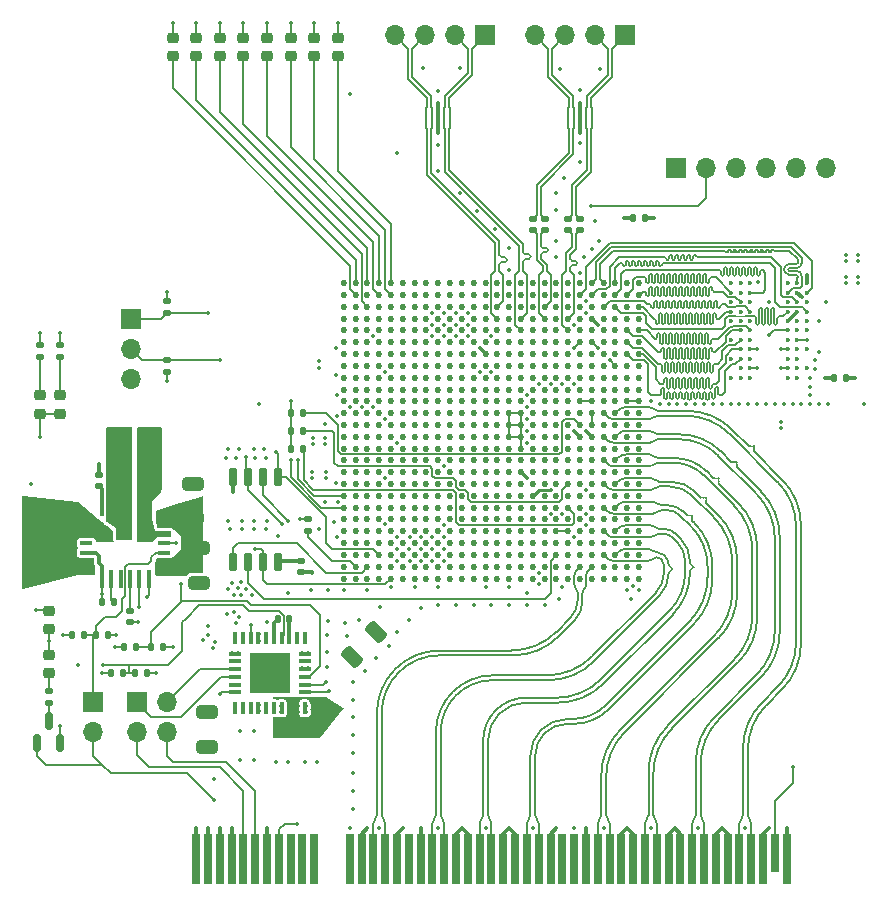
<source format=gtl>
G04 #@! TF.GenerationSoftware,KiCad,Pcbnew,6.0.11+dfsg-1*
G04 #@! TF.CreationDate,2023-08-05T12:29:54+02:00*
G04 #@! TF.ProjectId,kintex-pcie,6b696e74-6578-42d7-9063-69652e6b6963,rev?*
G04 #@! TF.SameCoordinates,Original*
G04 #@! TF.FileFunction,Copper,L1,Top*
G04 #@! TF.FilePolarity,Positive*
%FSLAX46Y46*%
G04 Gerber Fmt 4.6, Leading zero omitted, Abs format (unit mm)*
G04 Created by KiCad (PCBNEW 6.0.11+dfsg-1) date 2023-08-05 12:29:54*
%MOMM*%
%LPD*%
G01*
G04 APERTURE LIST*
G04 Aperture macros list*
%AMRoundRect*
0 Rectangle with rounded corners*
0 $1 Rounding radius*
0 $2 $3 $4 $5 $6 $7 $8 $9 X,Y pos of 4 corners*
0 Add a 4 corners polygon primitive as box body*
4,1,4,$2,$3,$4,$5,$6,$7,$8,$9,$2,$3,0*
0 Add four circle primitives for the rounded corners*
1,1,$1+$1,$2,$3*
1,1,$1+$1,$4,$5*
1,1,$1+$1,$6,$7*
1,1,$1+$1,$8,$9*
0 Add four rect primitives between the rounded corners*
20,1,$1+$1,$2,$3,$4,$5,0*
20,1,$1+$1,$4,$5,$6,$7,0*
20,1,$1+$1,$6,$7,$8,$9,0*
20,1,$1+$1,$8,$9,$2,$3,0*%
%AMFreePoly0*
4,1,9,0.550000,-0.975000,-0.550000,-0.975000,-0.550000,-0.625000,-0.050000,-0.625000,-0.050000,-0.175000,-0.550000,-0.175000,-0.550000,0.175000,0.550000,0.175000,0.550000,-0.975000,0.550000,-0.975000,$1*%
%AMFreePoly1*
4,1,9,1.750000,-0.975000,-0.550000,-0.975000,-0.550000,-0.625000,-0.050000,-0.625000,-0.050000,-0.175000,-0.550000,-0.175000,-0.550000,0.175000,1.750000,0.175000,1.750000,-0.975000,1.750000,-0.975000,$1*%
G04 Aperture macros list end*
G04 #@! TA.AperFunction,SMDPad,CuDef*
%ADD10RoundRect,0.135000X-0.135000X-0.185000X0.135000X-0.185000X0.135000X0.185000X-0.135000X0.185000X0*%
G04 #@! TD*
G04 #@! TA.AperFunction,SMDPad,CuDef*
%ADD11RoundRect,0.135000X0.185000X-0.135000X0.185000X0.135000X-0.185000X0.135000X-0.185000X-0.135000X0*%
G04 #@! TD*
G04 #@! TA.AperFunction,ComponentPad*
%ADD12R,1.700000X1.700000*%
G04 #@! TD*
G04 #@! TA.AperFunction,ComponentPad*
%ADD13O,1.700000X1.700000*%
G04 #@! TD*
G04 #@! TA.AperFunction,SMDPad,CuDef*
%ADD14RoundRect,0.135000X0.135000X0.185000X-0.135000X0.185000X-0.135000X-0.185000X0.135000X-0.185000X0*%
G04 #@! TD*
G04 #@! TA.AperFunction,SMDPad,CuDef*
%ADD15RoundRect,0.218750X-0.256250X0.218750X-0.256250X-0.218750X0.256250X-0.218750X0.256250X0.218750X0*%
G04 #@! TD*
G04 #@! TA.AperFunction,SMDPad,CuDef*
%ADD16R,0.250000X0.610000*%
G04 #@! TD*
G04 #@! TA.AperFunction,SMDPad,CuDef*
%ADD17R,0.380000X0.610000*%
G04 #@! TD*
G04 #@! TA.AperFunction,SMDPad,CuDef*
%ADD18C,0.530000*%
G04 #@! TD*
G04 #@! TA.AperFunction,ConnectorPad*
%ADD19R,0.700000X4.300000*%
G04 #@! TD*
G04 #@! TA.AperFunction,ConnectorPad*
%ADD20R,0.700000X3.200000*%
G04 #@! TD*
G04 #@! TA.AperFunction,SMDPad,CuDef*
%ADD21RoundRect,0.218750X0.256250X-0.218750X0.256250X0.218750X-0.256250X0.218750X-0.256250X-0.218750X0*%
G04 #@! TD*
G04 #@! TA.AperFunction,SMDPad,CuDef*
%ADD22RoundRect,0.140000X0.170000X-0.140000X0.170000X0.140000X-0.170000X0.140000X-0.170000X-0.140000X0*%
G04 #@! TD*
G04 #@! TA.AperFunction,SMDPad,CuDef*
%ADD23RoundRect,0.250000X0.650000X-0.325000X0.650000X0.325000X-0.650000X0.325000X-0.650000X-0.325000X0*%
G04 #@! TD*
G04 #@! TA.AperFunction,SMDPad,CuDef*
%ADD24RoundRect,0.250000X0.325000X0.650000X-0.325000X0.650000X-0.325000X-0.650000X0.325000X-0.650000X0*%
G04 #@! TD*
G04 #@! TA.AperFunction,SMDPad,CuDef*
%ADD25R,0.990600X0.355600*%
G04 #@! TD*
G04 #@! TA.AperFunction,SMDPad,CuDef*
%ADD26R,0.355600X0.990600*%
G04 #@! TD*
G04 #@! TA.AperFunction,SMDPad,CuDef*
%ADD27R,3.505200X3.505200*%
G04 #@! TD*
G04 #@! TA.AperFunction,SMDPad,CuDef*
%ADD28RoundRect,0.140000X-0.140000X-0.170000X0.140000X-0.170000X0.140000X0.170000X-0.140000X0.170000X0*%
G04 #@! TD*
G04 #@! TA.AperFunction,SMDPad,CuDef*
%ADD29RoundRect,0.135000X-0.185000X0.135000X-0.185000X-0.135000X0.185000X-0.135000X0.185000X0.135000X0*%
G04 #@! TD*
G04 #@! TA.AperFunction,SMDPad,CuDef*
%ADD30RoundRect,0.150000X-0.150000X0.650000X-0.150000X-0.650000X0.150000X-0.650000X0.150000X0.650000X0*%
G04 #@! TD*
G04 #@! TA.AperFunction,SMDPad,CuDef*
%ADD31FreePoly0,180.000000*%
G04 #@! TD*
G04 #@! TA.AperFunction,SMDPad,CuDef*
%ADD32R,1.092200X0.355600*%
G04 #@! TD*
G04 #@! TA.AperFunction,SMDPad,CuDef*
%ADD33R,0.355600X1.498600*%
G04 #@! TD*
G04 #@! TA.AperFunction,SMDPad,CuDef*
%ADD34FreePoly1,270.000000*%
G04 #@! TD*
G04 #@! TA.AperFunction,SMDPad,CuDef*
%ADD35FreePoly0,0.000000*%
G04 #@! TD*
G04 #@! TA.AperFunction,SMDPad,CuDef*
%ADD36R,1.143000X0.812800*%
G04 #@! TD*
G04 #@! TA.AperFunction,SMDPad,CuDef*
%ADD37RoundRect,0.140000X0.140000X0.170000X-0.140000X0.170000X-0.140000X-0.170000X0.140000X-0.170000X0*%
G04 #@! TD*
G04 #@! TA.AperFunction,SMDPad,CuDef*
%ADD38RoundRect,0.150000X0.150000X-0.587500X0.150000X0.587500X-0.150000X0.587500X-0.150000X-0.587500X0*%
G04 #@! TD*
G04 #@! TA.AperFunction,SMDPad,CuDef*
%ADD39C,0.360000*%
G04 #@! TD*
G04 #@! TA.AperFunction,SMDPad,CuDef*
%ADD40RoundRect,0.140000X-0.170000X0.140000X-0.170000X-0.140000X0.170000X-0.140000X0.170000X0.140000X0*%
G04 #@! TD*
G04 #@! TA.AperFunction,SMDPad,CuDef*
%ADD41RoundRect,0.250000X-0.650000X0.325000X-0.650000X-0.325000X0.650000X-0.325000X0.650000X0.325000X0*%
G04 #@! TD*
G04 #@! TA.AperFunction,SMDPad,CuDef*
%ADD42RoundRect,0.250000X0.229810X-0.689429X0.689429X-0.229810X-0.229810X0.689429X-0.689429X0.229810X0*%
G04 #@! TD*
G04 #@! TA.AperFunction,ViaPad*
%ADD43C,0.350000*%
G04 #@! TD*
G04 #@! TA.AperFunction,Conductor*
%ADD44C,0.203200*%
G04 #@! TD*
G04 #@! TA.AperFunction,Conductor*
%ADD45C,0.350000*%
G04 #@! TD*
G04 #@! TA.AperFunction,Conductor*
%ADD46C,0.152400*%
G04 #@! TD*
G04 #@! TA.AperFunction,Conductor*
%ADD47C,0.127000*%
G04 #@! TD*
G04 #@! TA.AperFunction,Conductor*
%ADD48C,0.186200*%
G04 #@! TD*
G04 #@! TA.AperFunction,Conductor*
%ADD49C,0.254000*%
G04 #@! TD*
G04 #@! TA.AperFunction,Conductor*
%ADD50C,0.090000*%
G04 #@! TD*
G04 #@! TA.AperFunction,Conductor*
%ADD51C,0.200000*%
G04 #@! TD*
G04 APERTURE END LIST*
D10*
X51990000Y-102750000D03*
X53010000Y-102750000D03*
D11*
X60000000Y-80510000D03*
X60000000Y-79490000D03*
D12*
X86990000Y-52025000D03*
D13*
X84450000Y-52025000D03*
X81910000Y-52025000D03*
X79370000Y-52025000D03*
D12*
X103150000Y-63250000D03*
D13*
X105690000Y-63250000D03*
X108230000Y-63250000D03*
X110770000Y-63250000D03*
X113310000Y-63250000D03*
X115850000Y-63250000D03*
D14*
X58310000Y-106000000D03*
X57290000Y-106000000D03*
D10*
X56390000Y-103800000D03*
X57410000Y-103800000D03*
D15*
X72500000Y-52212500D03*
X72500000Y-53787500D03*
D16*
X94000000Y-59410000D03*
X94500000Y-59410000D03*
D17*
X95000000Y-59410000D03*
D16*
X95500000Y-59410000D03*
X96000000Y-59410000D03*
X96000000Y-58590000D03*
X95500000Y-58590000D03*
D17*
X95000000Y-58590000D03*
D16*
X94500000Y-58590000D03*
X94000000Y-58590000D03*
D15*
X66500000Y-52212500D03*
X66500000Y-53787500D03*
D12*
X98800000Y-52025000D03*
D13*
X96260000Y-52025000D03*
X93720000Y-52025000D03*
X91180000Y-52025000D03*
D10*
X53980000Y-102750000D03*
X55000000Y-102750000D03*
D16*
X82000000Y-59410000D03*
X82500000Y-59410000D03*
D17*
X83000000Y-59410000D03*
D16*
X83500000Y-59410000D03*
X84000000Y-59410000D03*
X84000000Y-58590000D03*
X83500000Y-58590000D03*
D17*
X83000000Y-58590000D03*
D16*
X82500000Y-58590000D03*
X82000000Y-58590000D03*
D18*
X100000000Y-98000000D03*
X99000000Y-98000000D03*
X98000000Y-98000000D03*
X97000000Y-98000000D03*
X96000000Y-98000000D03*
X95000000Y-98000000D03*
X94000000Y-98000000D03*
X93000000Y-98000000D03*
X92000000Y-98000000D03*
X91000000Y-98000000D03*
X90000000Y-98000000D03*
X89000000Y-98000000D03*
X88000000Y-98000000D03*
X87000000Y-98000000D03*
X86000000Y-98000000D03*
X85000000Y-98000000D03*
X84000000Y-98000000D03*
X83000000Y-98000000D03*
X82000000Y-98000000D03*
X81000000Y-98000000D03*
X80000000Y-98000000D03*
X79000000Y-98000000D03*
X78000000Y-98000000D03*
X77000000Y-98000000D03*
X76000000Y-98000000D03*
X75000000Y-98000000D03*
X100000000Y-78000000D03*
X99000000Y-78000000D03*
X98000000Y-78000000D03*
X97000000Y-78000000D03*
X96000000Y-78000000D03*
X95000000Y-78000000D03*
X94000000Y-78000000D03*
X93000000Y-78000000D03*
X92000000Y-78000000D03*
X91000000Y-78000000D03*
X90000000Y-78000000D03*
X89000000Y-78000000D03*
X88000000Y-78000000D03*
X87000000Y-78000000D03*
X86000000Y-78000000D03*
X85000000Y-78000000D03*
X84000000Y-78000000D03*
X83000000Y-78000000D03*
X82000000Y-78000000D03*
X81000000Y-78000000D03*
X80000000Y-78000000D03*
X79000000Y-78000000D03*
X78000000Y-78000000D03*
X77000000Y-78000000D03*
X76000000Y-78000000D03*
X75000000Y-78000000D03*
X100000000Y-77000000D03*
X99000000Y-77000000D03*
X98000000Y-77000000D03*
X97000000Y-77000000D03*
X96000000Y-77000000D03*
X95000000Y-77000000D03*
X94000000Y-77000000D03*
X93000000Y-77000000D03*
X92000000Y-77000000D03*
X91000000Y-77000000D03*
X90000000Y-77000000D03*
X89000000Y-77000000D03*
X88000000Y-77000000D03*
X87000000Y-77000000D03*
X86000000Y-77000000D03*
X85000000Y-77000000D03*
X84000000Y-77000000D03*
X83000000Y-77000000D03*
X82000000Y-77000000D03*
X81000000Y-77000000D03*
X80000000Y-77000000D03*
X79000000Y-77000000D03*
X78000000Y-77000000D03*
X77000000Y-77000000D03*
X76000000Y-77000000D03*
X75000000Y-77000000D03*
X100000000Y-76000000D03*
X99000000Y-76000000D03*
X98000000Y-76000000D03*
X97000000Y-76000000D03*
X96000000Y-76000000D03*
X95000000Y-76000000D03*
X94000000Y-76000000D03*
X93000000Y-76000000D03*
X92000000Y-76000000D03*
X91000000Y-76000000D03*
X90000000Y-76000000D03*
X89000000Y-76000000D03*
X88000000Y-76000000D03*
X87000000Y-76000000D03*
X86000000Y-76000000D03*
X85000000Y-76000000D03*
X84000000Y-76000000D03*
X83000000Y-76000000D03*
X82000000Y-76000000D03*
X81000000Y-76000000D03*
X80000000Y-76000000D03*
X79000000Y-76000000D03*
X78000000Y-76000000D03*
X77000000Y-76000000D03*
X76000000Y-76000000D03*
X75000000Y-76000000D03*
X100000000Y-75000000D03*
X99000000Y-75000000D03*
X98000000Y-75000000D03*
X97000000Y-75000000D03*
X96000000Y-75000000D03*
X95000000Y-75000000D03*
X94000000Y-75000000D03*
X93000000Y-75000000D03*
X92000000Y-75000000D03*
X91000000Y-75000000D03*
X90000000Y-75000000D03*
X89000000Y-75000000D03*
X88000000Y-75000000D03*
X87000000Y-75000000D03*
X86000000Y-75000000D03*
X85000000Y-75000000D03*
X84000000Y-75000000D03*
X83000000Y-75000000D03*
X82000000Y-75000000D03*
X81000000Y-75000000D03*
X80000000Y-75000000D03*
X79000000Y-75000000D03*
X78000000Y-75000000D03*
X77000000Y-75000000D03*
X76000000Y-75000000D03*
X75000000Y-75000000D03*
X100000000Y-74000000D03*
X99000000Y-74000000D03*
X98000000Y-74000000D03*
X97000000Y-74000000D03*
X96000000Y-74000000D03*
X95000000Y-74000000D03*
X94000000Y-74000000D03*
X93000000Y-74000000D03*
X92000000Y-74000000D03*
X91000000Y-74000000D03*
X90000000Y-74000000D03*
X89000000Y-74000000D03*
X88000000Y-74000000D03*
X87000000Y-74000000D03*
X86000000Y-74000000D03*
X85000000Y-74000000D03*
X84000000Y-74000000D03*
X83000000Y-74000000D03*
X82000000Y-74000000D03*
X81000000Y-74000000D03*
X80000000Y-74000000D03*
X79000000Y-74000000D03*
X78000000Y-74000000D03*
X77000000Y-74000000D03*
X76000000Y-74000000D03*
X75000000Y-74000000D03*
X100000000Y-73000000D03*
X99000000Y-73000000D03*
X98000000Y-73000000D03*
X97000000Y-73000000D03*
X96000000Y-73000000D03*
X95000000Y-73000000D03*
X94000000Y-73000000D03*
X93000000Y-73000000D03*
X92000000Y-73000000D03*
X91000000Y-73000000D03*
X90000000Y-73000000D03*
X89000000Y-73000000D03*
X88000000Y-73000000D03*
X87000000Y-73000000D03*
X86000000Y-73000000D03*
X85000000Y-73000000D03*
X84000000Y-73000000D03*
X83000000Y-73000000D03*
X82000000Y-73000000D03*
X81000000Y-73000000D03*
X80000000Y-73000000D03*
X79000000Y-73000000D03*
X78000000Y-73000000D03*
X77000000Y-73000000D03*
X76000000Y-73000000D03*
X75000000Y-73000000D03*
X100000000Y-97000000D03*
X99000000Y-97000000D03*
X98000000Y-97000000D03*
X97000000Y-97000000D03*
X96000000Y-97000000D03*
X95000000Y-97000000D03*
X94000000Y-97000000D03*
X93000000Y-97000000D03*
X92000000Y-97000000D03*
X91000000Y-97000000D03*
X90000000Y-97000000D03*
X89000000Y-97000000D03*
X88000000Y-97000000D03*
X87000000Y-97000000D03*
X86000000Y-97000000D03*
X85000000Y-97000000D03*
X84000000Y-97000000D03*
X83000000Y-97000000D03*
X82000000Y-97000000D03*
X81000000Y-97000000D03*
X80000000Y-97000000D03*
X79000000Y-97000000D03*
X78000000Y-97000000D03*
X77000000Y-97000000D03*
X76000000Y-97000000D03*
X75000000Y-97000000D03*
X100000000Y-96000000D03*
X99000000Y-96000000D03*
X98000000Y-96000000D03*
X97000000Y-96000000D03*
X96000000Y-96000000D03*
X95000000Y-96000000D03*
X94000000Y-96000000D03*
X93000000Y-96000000D03*
X92000000Y-96000000D03*
X91000000Y-96000000D03*
X90000000Y-96000000D03*
X89000000Y-96000000D03*
X88000000Y-96000000D03*
X87000000Y-96000000D03*
X86000000Y-96000000D03*
X85000000Y-96000000D03*
X84000000Y-96000000D03*
X83000000Y-96000000D03*
X82000000Y-96000000D03*
X81000000Y-96000000D03*
X80000000Y-96000000D03*
X79000000Y-96000000D03*
X78000000Y-96000000D03*
X77000000Y-96000000D03*
X76000000Y-96000000D03*
X75000000Y-96000000D03*
X100000000Y-95000000D03*
X99000000Y-95000000D03*
X98000000Y-95000000D03*
X97000000Y-95000000D03*
X96000000Y-95000000D03*
X95000000Y-95000000D03*
X94000000Y-95000000D03*
X93000000Y-95000000D03*
X92000000Y-95000000D03*
X91000000Y-95000000D03*
X90000000Y-95000000D03*
X89000000Y-95000000D03*
X88000000Y-95000000D03*
X87000000Y-95000000D03*
X86000000Y-95000000D03*
X85000000Y-95000000D03*
X84000000Y-95000000D03*
X83000000Y-95000000D03*
X82000000Y-95000000D03*
X81000000Y-95000000D03*
X80000000Y-95000000D03*
X79000000Y-95000000D03*
X78000000Y-95000000D03*
X77000000Y-95000000D03*
X76000000Y-95000000D03*
X75000000Y-95000000D03*
X100000000Y-94000000D03*
X99000000Y-94000000D03*
X98000000Y-94000000D03*
X97000000Y-94000000D03*
X96000000Y-94000000D03*
X95000000Y-94000000D03*
X94000000Y-94000000D03*
X93000000Y-94000000D03*
X92000000Y-94000000D03*
X91000000Y-94000000D03*
X90000000Y-94000000D03*
X89000000Y-94000000D03*
X88000000Y-94000000D03*
X87000000Y-94000000D03*
X86000000Y-94000000D03*
X85000000Y-94000000D03*
X84000000Y-94000000D03*
X83000000Y-94000000D03*
X82000000Y-94000000D03*
X81000000Y-94000000D03*
X80000000Y-94000000D03*
X79000000Y-94000000D03*
X78000000Y-94000000D03*
X77000000Y-94000000D03*
X76000000Y-94000000D03*
X75000000Y-94000000D03*
X100000000Y-93000000D03*
X99000000Y-93000000D03*
X98000000Y-93000000D03*
X97000000Y-93000000D03*
X96000000Y-93000000D03*
X95000000Y-93000000D03*
X94000000Y-93000000D03*
X93000000Y-93000000D03*
X92000000Y-93000000D03*
X91000000Y-93000000D03*
X90000000Y-93000000D03*
X89000000Y-93000000D03*
X88000000Y-93000000D03*
X87000000Y-93000000D03*
X86000000Y-93000000D03*
X85000000Y-93000000D03*
X84000000Y-93000000D03*
X83000000Y-93000000D03*
X82000000Y-93000000D03*
X81000000Y-93000000D03*
X80000000Y-93000000D03*
X79000000Y-93000000D03*
X78000000Y-93000000D03*
X77000000Y-93000000D03*
X76000000Y-93000000D03*
X75000000Y-93000000D03*
X100000000Y-92000000D03*
X99000000Y-92000000D03*
X98000000Y-92000000D03*
X97000000Y-92000000D03*
X96000000Y-92000000D03*
X95000000Y-92000000D03*
X94000000Y-92000000D03*
X93000000Y-92000000D03*
X92000000Y-92000000D03*
X91000000Y-92000000D03*
X90000000Y-92000000D03*
X89000000Y-92000000D03*
X88000000Y-92000000D03*
X87000000Y-92000000D03*
X86000000Y-92000000D03*
X85000000Y-92000000D03*
X84000000Y-92000000D03*
X83000000Y-92000000D03*
X82000000Y-92000000D03*
X81000000Y-92000000D03*
X80000000Y-92000000D03*
X79000000Y-92000000D03*
X78000000Y-92000000D03*
X77000000Y-92000000D03*
X76000000Y-92000000D03*
X75000000Y-92000000D03*
X100000000Y-91000000D03*
X99000000Y-91000000D03*
X98000000Y-91000000D03*
X97000000Y-91000000D03*
X96000000Y-91000000D03*
X95000000Y-91000000D03*
X94000000Y-91000000D03*
X93000000Y-91000000D03*
X92000000Y-91000000D03*
X91000000Y-91000000D03*
X90000000Y-91000000D03*
X89000000Y-91000000D03*
X88000000Y-91000000D03*
X87000000Y-91000000D03*
X86000000Y-91000000D03*
X85000000Y-91000000D03*
X84000000Y-91000000D03*
X83000000Y-91000000D03*
X82000000Y-91000000D03*
X81000000Y-91000000D03*
X80000000Y-91000000D03*
X79000000Y-91000000D03*
X78000000Y-91000000D03*
X77000000Y-91000000D03*
X76000000Y-91000000D03*
X75000000Y-91000000D03*
X100000000Y-90000000D03*
X99000000Y-90000000D03*
X98000000Y-90000000D03*
X97000000Y-90000000D03*
X96000000Y-90000000D03*
X95000000Y-90000000D03*
X94000000Y-90000000D03*
X93000000Y-90000000D03*
X92000000Y-90000000D03*
X91000000Y-90000000D03*
X90000000Y-90000000D03*
X89000000Y-90000000D03*
X88000000Y-90000000D03*
X87000000Y-90000000D03*
X86000000Y-90000000D03*
X85000000Y-90000000D03*
X84000000Y-90000000D03*
X83000000Y-90000000D03*
X82000000Y-90000000D03*
X81000000Y-90000000D03*
X80000000Y-90000000D03*
X79000000Y-90000000D03*
X78000000Y-90000000D03*
X77000000Y-90000000D03*
X76000000Y-90000000D03*
X75000000Y-90000000D03*
X100000000Y-89000000D03*
X99000000Y-89000000D03*
X98000000Y-89000000D03*
X97000000Y-89000000D03*
X96000000Y-89000000D03*
X95000000Y-89000000D03*
X94000000Y-89000000D03*
X93000000Y-89000000D03*
X92000000Y-89000000D03*
X91000000Y-89000000D03*
X90000000Y-89000000D03*
X89000000Y-89000000D03*
X88000000Y-89000000D03*
X87000000Y-89000000D03*
X86000000Y-89000000D03*
X85000000Y-89000000D03*
X84000000Y-89000000D03*
X83000000Y-89000000D03*
X82000000Y-89000000D03*
X81000000Y-89000000D03*
X80000000Y-89000000D03*
X79000000Y-89000000D03*
X78000000Y-89000000D03*
X77000000Y-89000000D03*
X76000000Y-89000000D03*
X75000000Y-89000000D03*
X100000000Y-88000000D03*
X99000000Y-88000000D03*
X98000000Y-88000000D03*
X97000000Y-88000000D03*
X96000000Y-88000000D03*
X95000000Y-88000000D03*
X94000000Y-88000000D03*
X93000000Y-88000000D03*
X92000000Y-88000000D03*
X91000000Y-88000000D03*
X90000000Y-88000000D03*
X89000000Y-88000000D03*
X88000000Y-88000000D03*
X87000000Y-88000000D03*
X86000000Y-88000000D03*
X85000000Y-88000000D03*
X84000000Y-88000000D03*
X83000000Y-88000000D03*
X82000000Y-88000000D03*
X81000000Y-88000000D03*
X80000000Y-88000000D03*
X79000000Y-88000000D03*
X78000000Y-88000000D03*
X77000000Y-88000000D03*
X76000000Y-88000000D03*
X75000000Y-88000000D03*
X100000000Y-87000000D03*
X99000000Y-87000000D03*
X98000000Y-87000000D03*
X97000000Y-87000000D03*
X96000000Y-87000000D03*
X95000000Y-87000000D03*
X94000000Y-87000000D03*
X93000000Y-87000000D03*
X92000000Y-87000000D03*
X91000000Y-87000000D03*
X90000000Y-87000000D03*
X89000000Y-87000000D03*
X88000000Y-87000000D03*
X87000000Y-87000000D03*
X86000000Y-87000000D03*
X85000000Y-87000000D03*
X84000000Y-87000000D03*
X83000000Y-87000000D03*
X82000000Y-87000000D03*
X81000000Y-87000000D03*
X80000000Y-87000000D03*
X79000000Y-87000000D03*
X78000000Y-87000000D03*
X77000000Y-87000000D03*
X76000000Y-87000000D03*
X75000000Y-87000000D03*
X100000000Y-86000000D03*
X99000000Y-86000000D03*
X98000000Y-86000000D03*
X97000000Y-86000000D03*
X96000000Y-86000000D03*
X95000000Y-86000000D03*
X94000000Y-86000000D03*
X93000000Y-86000000D03*
X92000000Y-86000000D03*
X91000000Y-86000000D03*
X90000000Y-86000000D03*
X89000000Y-86000000D03*
X88000000Y-86000000D03*
X87000000Y-86000000D03*
X86000000Y-86000000D03*
X85000000Y-86000000D03*
X84000000Y-86000000D03*
X83000000Y-86000000D03*
X82000000Y-86000000D03*
X81000000Y-86000000D03*
X80000000Y-86000000D03*
X79000000Y-86000000D03*
X78000000Y-86000000D03*
X77000000Y-86000000D03*
X76000000Y-86000000D03*
X75000000Y-86000000D03*
X100000000Y-85000000D03*
X99000000Y-85000000D03*
X98000000Y-85000000D03*
X97000000Y-85000000D03*
X96000000Y-85000000D03*
X95000000Y-85000000D03*
X94000000Y-85000000D03*
X93000000Y-85000000D03*
X92000000Y-85000000D03*
X91000000Y-85000000D03*
X90000000Y-85000000D03*
X89000000Y-85000000D03*
X88000000Y-85000000D03*
X87000000Y-85000000D03*
X86000000Y-85000000D03*
X85000000Y-85000000D03*
X84000000Y-85000000D03*
X83000000Y-85000000D03*
X82000000Y-85000000D03*
X81000000Y-85000000D03*
X80000000Y-85000000D03*
X79000000Y-85000000D03*
X78000000Y-85000000D03*
X77000000Y-85000000D03*
X76000000Y-85000000D03*
X75000000Y-85000000D03*
X100000000Y-84000000D03*
X99000000Y-84000000D03*
X98000000Y-84000000D03*
X97000000Y-84000000D03*
X96000000Y-84000000D03*
X95000000Y-84000000D03*
X94000000Y-84000000D03*
X93000000Y-84000000D03*
X92000000Y-84000000D03*
X91000000Y-84000000D03*
X90000000Y-84000000D03*
X89000000Y-84000000D03*
X88000000Y-84000000D03*
X87000000Y-84000000D03*
X86000000Y-84000000D03*
X85000000Y-84000000D03*
X84000000Y-84000000D03*
X83000000Y-84000000D03*
X82000000Y-84000000D03*
X81000000Y-84000000D03*
X80000000Y-84000000D03*
X79000000Y-84000000D03*
X78000000Y-84000000D03*
X77000000Y-84000000D03*
X76000000Y-84000000D03*
X75000000Y-84000000D03*
X100000000Y-83000000D03*
X99000000Y-83000000D03*
X98000000Y-83000000D03*
X97000000Y-83000000D03*
X96000000Y-83000000D03*
X95000000Y-83000000D03*
X94000000Y-83000000D03*
X93000000Y-83000000D03*
X92000000Y-83000000D03*
X91000000Y-83000000D03*
X90000000Y-83000000D03*
X89000000Y-83000000D03*
X88000000Y-83000000D03*
X87000000Y-83000000D03*
X86000000Y-83000000D03*
X85000000Y-83000000D03*
X84000000Y-83000000D03*
X83000000Y-83000000D03*
X82000000Y-83000000D03*
X81000000Y-83000000D03*
X80000000Y-83000000D03*
X79000000Y-83000000D03*
X78000000Y-83000000D03*
X77000000Y-83000000D03*
X76000000Y-83000000D03*
X75000000Y-83000000D03*
X100000000Y-82000000D03*
X99000000Y-82000000D03*
X98000000Y-82000000D03*
X97000000Y-82000000D03*
X96000000Y-82000000D03*
X95000000Y-82000000D03*
X94000000Y-82000000D03*
X93000000Y-82000000D03*
X92000000Y-82000000D03*
X91000000Y-82000000D03*
X90000000Y-82000000D03*
X89000000Y-82000000D03*
X88000000Y-82000000D03*
X87000000Y-82000000D03*
X86000000Y-82000000D03*
X85000000Y-82000000D03*
X84000000Y-82000000D03*
X83000000Y-82000000D03*
X82000000Y-82000000D03*
X81000000Y-82000000D03*
X80000000Y-82000000D03*
X79000000Y-82000000D03*
X78000000Y-82000000D03*
X77000000Y-82000000D03*
X76000000Y-82000000D03*
X75000000Y-82000000D03*
X100000000Y-81000000D03*
X99000000Y-81000000D03*
X98000000Y-81000000D03*
X97000000Y-81000000D03*
X96000000Y-81000000D03*
X95000000Y-81000000D03*
X94000000Y-81000000D03*
X93000000Y-81000000D03*
X92000000Y-81000000D03*
X91000000Y-81000000D03*
X90000000Y-81000000D03*
X89000000Y-81000000D03*
X88000000Y-81000000D03*
X87000000Y-81000000D03*
X86000000Y-81000000D03*
X85000000Y-81000000D03*
X84000000Y-81000000D03*
X83000000Y-81000000D03*
X82000000Y-81000000D03*
X81000000Y-81000000D03*
X80000000Y-81000000D03*
X79000000Y-81000000D03*
X78000000Y-81000000D03*
X77000000Y-81000000D03*
X76000000Y-81000000D03*
X75000000Y-81000000D03*
X100000000Y-80000000D03*
X99000000Y-80000000D03*
X98000000Y-80000000D03*
X97000000Y-80000000D03*
X96000000Y-80000000D03*
X95000000Y-80000000D03*
X94000000Y-80000000D03*
X93000000Y-80000000D03*
X92000000Y-80000000D03*
X91000000Y-80000000D03*
X90000000Y-80000000D03*
X89000000Y-80000000D03*
X88000000Y-80000000D03*
X87000000Y-80000000D03*
X86000000Y-80000000D03*
X85000000Y-80000000D03*
X84000000Y-80000000D03*
X83000000Y-80000000D03*
X82000000Y-80000000D03*
X81000000Y-80000000D03*
X80000000Y-80000000D03*
X79000000Y-80000000D03*
X78000000Y-80000000D03*
X77000000Y-80000000D03*
X76000000Y-80000000D03*
X75000000Y-80000000D03*
X100000000Y-79000000D03*
X99000000Y-79000000D03*
X98000000Y-79000000D03*
X97000000Y-79000000D03*
X96000000Y-79000000D03*
X95000000Y-79000000D03*
X94000000Y-79000000D03*
X93000000Y-79000000D03*
X92000000Y-79000000D03*
X91000000Y-79000000D03*
X90000000Y-79000000D03*
X89000000Y-79000000D03*
X88000000Y-79000000D03*
X87000000Y-79000000D03*
X86000000Y-79000000D03*
X85000000Y-79000000D03*
X84000000Y-79000000D03*
X83000000Y-79000000D03*
X82000000Y-79000000D03*
X81000000Y-79000000D03*
X80000000Y-79000000D03*
X79000000Y-79000000D03*
X78000000Y-79000000D03*
X77000000Y-79000000D03*
X76000000Y-79000000D03*
X75000000Y-79000000D03*
D12*
X57000000Y-76000000D03*
D13*
X57000000Y-78540000D03*
X57000000Y-81080000D03*
D19*
X62500000Y-121750000D03*
X63500000Y-121750000D03*
X64500000Y-121750000D03*
X65500000Y-121750000D03*
X66500000Y-121750000D03*
X67500000Y-121750000D03*
X68500000Y-121750000D03*
X69500000Y-121750000D03*
X70500000Y-121750000D03*
X71500000Y-121750000D03*
X72500000Y-121750000D03*
X75500000Y-121750000D03*
X76500000Y-121750000D03*
X77500000Y-121750000D03*
X78500000Y-121750000D03*
X79500000Y-121750000D03*
X80500000Y-121750000D03*
X81500000Y-121750000D03*
X82500000Y-121750000D03*
X83500000Y-121750000D03*
X84500000Y-121750000D03*
X85500000Y-121750000D03*
X86500000Y-121750000D03*
X87500000Y-121750000D03*
X88500000Y-121750000D03*
X89500000Y-121750000D03*
X90500000Y-121750000D03*
X91500000Y-121750000D03*
X92500000Y-121750000D03*
X93500000Y-121750000D03*
X94500000Y-121750000D03*
X95500000Y-121750000D03*
X96500000Y-121750000D03*
X97500000Y-121750000D03*
X98500000Y-121750000D03*
X99500000Y-121750000D03*
X100500000Y-121750000D03*
X101500000Y-121750000D03*
X102500000Y-121750000D03*
X103500000Y-121750000D03*
X104500000Y-121750000D03*
X105500000Y-121750000D03*
X106500000Y-121750000D03*
X107500000Y-121750000D03*
X108500000Y-121750000D03*
X109500000Y-121750000D03*
X110500000Y-121750000D03*
D20*
X111500000Y-121200000D03*
D19*
X112500000Y-121750000D03*
D21*
X50000000Y-106037500D03*
X50000000Y-104462500D03*
D14*
X56310000Y-106000000D03*
X55290000Y-106000000D03*
D15*
X60500000Y-52212500D03*
X60500000Y-53787500D03*
D22*
X56900000Y-101680000D03*
X56900000Y-100720000D03*
D23*
X62230000Y-92915000D03*
X62230000Y-89965000D03*
D24*
X58775000Y-86400000D03*
X55825000Y-86400000D03*
D22*
X54300000Y-90180000D03*
X54300000Y-89220000D03*
D14*
X71510000Y-87000000D03*
X70490000Y-87000000D03*
D25*
X65765500Y-104374999D03*
X65765500Y-105025001D03*
X65765500Y-105674999D03*
X65765500Y-106325001D03*
X65765500Y-106974999D03*
X65765500Y-107625001D03*
D26*
X65825000Y-108984500D03*
X66475001Y-108984500D03*
X67124999Y-108984500D03*
X67775001Y-108984500D03*
X68424999Y-108984500D03*
X69075001Y-108984500D03*
X69724999Y-108984500D03*
X70375001Y-108984500D03*
X71024999Y-108984500D03*
X71675000Y-108984500D03*
D25*
X71734500Y-107625001D03*
X71734500Y-106974999D03*
X71734500Y-106325001D03*
X71734500Y-105674999D03*
X71734500Y-105025001D03*
X71734500Y-104374999D03*
D26*
X71675000Y-103015500D03*
X71024999Y-103015500D03*
X70375001Y-103015500D03*
X69724999Y-103015500D03*
X69075001Y-103015500D03*
X68424999Y-103015500D03*
X67775001Y-103015500D03*
X67124999Y-103015500D03*
X66475001Y-103015500D03*
X65825000Y-103015500D03*
D27*
X68750000Y-106000000D03*
D28*
X99520000Y-67500000D03*
X100480000Y-67500000D03*
D29*
X60000000Y-74490000D03*
X60000000Y-75510000D03*
D22*
X95000000Y-68480000D03*
X95000000Y-67520000D03*
D30*
X69405000Y-89400000D03*
X68135000Y-89400000D03*
X66865000Y-89400000D03*
X65595000Y-89400000D03*
X65595000Y-96600000D03*
X66865000Y-96600000D03*
X68135000Y-96600000D03*
X69405000Y-96600000D03*
D31*
X59799998Y-97400000D03*
D32*
X59799998Y-95800001D03*
X59799998Y-95000000D03*
X59799998Y-94199999D03*
D31*
X59799998Y-93400001D03*
D33*
X58500250Y-91949968D03*
X57700150Y-91949968D03*
D34*
X56900000Y-91750000D03*
D33*
X55299850Y-91949968D03*
X54499750Y-91949968D03*
D35*
X53200002Y-92600000D03*
D32*
X53200002Y-94199999D03*
X53200002Y-95000000D03*
X53200002Y-95800001D03*
D35*
X53200002Y-96599999D03*
D33*
X54500001Y-98049999D03*
X55300000Y-98049999D03*
X56100001Y-98049999D03*
X56899999Y-98049999D03*
X57700000Y-98049999D03*
X58500001Y-98049999D03*
D36*
X58099999Y-94424944D03*
X54900001Y-94424944D03*
D11*
X49250000Y-79260000D03*
X49250000Y-78240000D03*
D24*
X58775000Y-89800000D03*
X55825000Y-89800000D03*
D37*
X70380000Y-101400000D03*
X69420000Y-101400000D03*
D14*
X71510000Y-85500000D03*
X70490000Y-85500000D03*
D15*
X62500000Y-52212500D03*
X62500000Y-53787500D03*
D11*
X51000000Y-79260000D03*
X51000000Y-78240000D03*
D15*
X49250000Y-82462500D03*
X49250000Y-84037500D03*
D14*
X71510000Y-84000000D03*
X70490000Y-84000000D03*
D22*
X94000000Y-68480000D03*
X94000000Y-67520000D03*
D15*
X64500000Y-52212500D03*
X64500000Y-53787500D03*
D29*
X72000000Y-92990000D03*
X72000000Y-94010000D03*
D10*
X58690000Y-103800000D03*
X59710000Y-103800000D03*
D12*
X53750000Y-108470000D03*
D13*
X53750000Y-111010000D03*
D15*
X68500000Y-52212500D03*
X68500000Y-53787500D03*
X51000000Y-82462500D03*
X51000000Y-84037500D03*
D12*
X57475000Y-108475000D03*
D13*
X60015000Y-108475000D03*
X57475000Y-111015000D03*
X60015000Y-111015000D03*
D29*
X50000000Y-107490000D03*
X50000000Y-108510000D03*
D38*
X49050000Y-111937500D03*
X50950000Y-111937500D03*
X50000000Y-110062500D03*
D39*
X107800000Y-73000000D03*
X108600000Y-73000000D03*
X109400000Y-73000000D03*
X112600000Y-73000000D03*
X113400000Y-73000000D03*
X114200000Y-73000000D03*
X107800000Y-73800000D03*
X108600000Y-73800000D03*
X109400000Y-73800000D03*
X112600000Y-73800000D03*
X113400000Y-73800000D03*
X114200000Y-73800000D03*
X107800000Y-74600000D03*
X108600000Y-74600000D03*
X109400000Y-74600000D03*
X112600000Y-74600000D03*
X113400000Y-74600000D03*
X114200000Y-74600000D03*
X107800000Y-75400000D03*
X108600000Y-75400000D03*
X109400000Y-75400000D03*
X112600000Y-75400000D03*
X113400000Y-75400000D03*
X114200000Y-75400000D03*
X107800000Y-76200000D03*
X108600000Y-76200000D03*
X109400000Y-76200000D03*
X112600000Y-76200000D03*
X113400000Y-76200000D03*
X114200000Y-76200000D03*
X108600000Y-77000000D03*
X109400000Y-77000000D03*
X112600000Y-77000000D03*
X113400000Y-77000000D03*
X114200000Y-77000000D03*
X107800000Y-77800000D03*
X108600000Y-77800000D03*
X109400000Y-77800000D03*
X112600000Y-77800000D03*
X113400000Y-77800000D03*
X108600000Y-78600000D03*
X109400000Y-78600000D03*
X112600000Y-78600000D03*
X113400000Y-78600000D03*
X114200000Y-78600000D03*
X107800000Y-79400000D03*
X108600000Y-79400000D03*
X109400000Y-79400000D03*
X112600000Y-79400000D03*
X113400000Y-79400000D03*
X108600000Y-80200000D03*
X109400000Y-80200000D03*
X112600000Y-80200000D03*
X113400000Y-80200000D03*
X114200000Y-80200000D03*
X107800000Y-81000000D03*
X108600000Y-81000000D03*
X109400000Y-81000000D03*
X112600000Y-81000000D03*
X113400000Y-81000000D03*
D15*
X70500000Y-52212500D03*
X70500000Y-53787500D03*
X50000000Y-100712500D03*
X50000000Y-102287500D03*
X74500000Y-52212500D03*
X74500000Y-53787500D03*
D40*
X71400000Y-96520000D03*
X71400000Y-97480000D03*
D22*
X92000000Y-68480000D03*
X92000000Y-67520000D03*
D41*
X62700000Y-95425000D03*
X62700000Y-98375000D03*
D14*
X55510000Y-100000000D03*
X54490000Y-100000000D03*
D42*
X75657017Y-104642983D03*
X77742983Y-102557017D03*
D28*
X116520000Y-81000000D03*
X117480000Y-81000000D03*
D22*
X91000000Y-68480000D03*
X91000000Y-67520000D03*
D41*
X63400000Y-109325000D03*
X63400000Y-112275000D03*
D43*
X55750000Y-102750000D03*
X57800000Y-93600000D03*
X64500000Y-119100000D03*
X49250000Y-86000000D03*
X58500000Y-93600000D03*
X63500000Y-119100000D03*
X59000000Y-88500000D03*
X57800000Y-88500000D03*
X66200000Y-110900000D03*
X62500000Y-119100000D03*
X57800000Y-86700000D03*
X57800000Y-93100000D03*
X57800000Y-88000000D03*
X58500000Y-93100000D03*
X60500000Y-103800000D03*
X58500000Y-88000000D03*
X54500000Y-106000000D03*
X67800000Y-102700000D03*
X57800000Y-89600000D03*
X67800000Y-103300000D03*
X68400000Y-102700000D03*
X50000000Y-103250000D03*
X58500000Y-88500000D03*
X57800000Y-86000000D03*
X68400000Y-103300000D03*
X67400000Y-110900000D03*
X57800000Y-90400000D03*
X59000000Y-88000000D03*
X91000000Y-96000000D03*
X69500000Y-105300000D03*
X75750000Y-116000000D03*
X65000000Y-87800000D03*
X96300000Y-67700000D03*
X83000000Y-60250000D03*
X70200000Y-106600000D03*
X117500000Y-72500000D03*
X78500000Y-80500000D03*
X72300000Y-97500000D03*
X113000000Y-75800000D03*
X69700000Y-108800000D03*
X100000000Y-98000000D03*
X96700000Y-54900000D03*
X65500000Y-119100000D03*
X95000000Y-57750000D03*
X107800000Y-79400000D03*
X78500000Y-84500000D03*
X96600000Y-69400000D03*
X95300000Y-70800000D03*
X84000000Y-75000000D03*
X84500000Y-100250000D03*
X80000000Y-83000000D03*
X89000000Y-82000000D03*
X100000000Y-90000000D03*
X56800000Y-94400000D03*
X75750000Y-112750000D03*
X93000000Y-66800000D03*
X67500000Y-106500000D03*
X75000000Y-88000000D03*
X86000000Y-91000000D03*
X62100000Y-98700000D03*
X94000000Y-98000000D03*
X96000000Y-81000000D03*
X97000000Y-74000000D03*
X93000000Y-69400000D03*
X66000000Y-107000000D03*
X77000000Y-94000000D03*
X88000000Y-77000000D03*
X88000000Y-87000000D03*
X84800000Y-54800000D03*
X79000000Y-80000000D03*
X95000000Y-61100000D03*
X56000000Y-88500000D03*
X81500000Y-119100000D03*
X100000000Y-86000000D03*
X69600000Y-106600000D03*
X73400000Y-86100000D03*
X114500000Y-81750000D03*
X75000000Y-78000000D03*
X112250000Y-83250000D03*
X68500000Y-119100000D03*
X91000000Y-82000000D03*
X72750000Y-113500000D03*
X109400000Y-76200000D03*
X105000000Y-119100000D03*
X113750000Y-83250000D03*
X76300000Y-101500000D03*
X91000000Y-84000000D03*
X101250000Y-67500000D03*
X118500000Y-72500000D03*
X87000000Y-98750000D03*
X76800000Y-105800000D03*
X111000000Y-74600000D03*
X117500000Y-73000000D03*
X94000000Y-95000000D03*
X83000000Y-63500000D03*
X54500001Y-99299999D03*
X98000000Y-93000000D03*
X62800000Y-89700000D03*
X76000000Y-81000000D03*
X114200000Y-80200000D03*
X101750000Y-83250000D03*
X119000000Y-83250000D03*
X75750000Y-106750000D03*
X64000000Y-112000000D03*
X83000000Y-92000000D03*
X83000000Y-119100000D03*
X74200000Y-93200000D03*
X73700000Y-101600000D03*
X75000000Y-98000000D03*
X91000000Y-76000000D03*
X77000000Y-119100000D03*
X65600000Y-90700000D03*
X111500000Y-83250000D03*
X78000000Y-87000000D03*
X100000000Y-96000000D03*
X79000000Y-90000000D03*
X93000000Y-70800000D03*
X73600000Y-104200000D03*
X81000000Y-86000000D03*
X89000000Y-71900000D03*
X100000000Y-73000000D03*
X55500000Y-88500000D03*
X84800000Y-65400000D03*
X97000000Y-91000000D03*
X89000000Y-98750000D03*
X118250000Y-81000000D03*
X78100000Y-100400000D03*
X73700000Y-99000000D03*
X62800000Y-90200000D03*
X85000000Y-119100000D03*
X94000000Y-87000000D03*
X70200000Y-105500000D03*
X115250000Y-83250000D03*
X55500000Y-88000000D03*
X96000000Y-96000000D03*
X63100000Y-103200000D03*
X87000000Y-82000000D03*
X113000000Y-83250000D03*
X92000000Y-87000000D03*
X85000000Y-88000000D03*
X56800000Y-88000000D03*
X73400000Y-86600000D03*
X113800000Y-74200000D03*
X68500000Y-101700000D03*
X92000000Y-89000000D03*
X80500000Y-101500000D03*
X99000000Y-119100000D03*
X57600000Y-101700000D03*
X99000000Y-94000000D03*
X88000000Y-89000000D03*
X87000000Y-88000000D03*
X109250000Y-83250000D03*
X78800000Y-103700000D03*
X75750000Y-114500000D03*
X65900000Y-87800000D03*
X56000000Y-94400000D03*
X49250000Y-77250000D03*
X59100000Y-106000000D03*
X72000000Y-105000000D03*
X92000000Y-100250000D03*
X94500000Y-78500000D03*
X75750000Y-117500000D03*
X63200000Y-98100000D03*
X86000000Y-81000000D03*
X100000000Y-83000000D03*
X75500000Y-57000000D03*
X87000000Y-119100000D03*
X75750000Y-111250000D03*
X74300000Y-89900000D03*
X92000000Y-79000000D03*
X84000000Y-95000000D03*
X104000000Y-83250000D03*
X83500000Y-88500000D03*
X62800000Y-112000000D03*
X56000000Y-88000000D03*
X83000000Y-82000000D03*
X63200000Y-98700000D03*
X114900000Y-79500000D03*
X73600000Y-105500000D03*
X99000000Y-84000000D03*
X70250000Y-99250000D03*
X71500000Y-105600000D03*
X77000000Y-74000000D03*
X90000000Y-83000000D03*
X78200000Y-102700000D03*
X89000000Y-119100000D03*
X83000000Y-100250000D03*
X108500000Y-83250000D03*
X101000000Y-119100000D03*
X96000000Y-70100000D03*
X103000000Y-119100000D03*
X72900000Y-93800000D03*
X89000000Y-80000000D03*
X83000000Y-56700000D03*
X77000000Y-84000000D03*
X86000000Y-83000000D03*
X87000000Y-74000000D03*
X87000000Y-84000000D03*
X86000000Y-87000000D03*
X96000000Y-94000000D03*
X102500000Y-83250000D03*
X69200000Y-104800000D03*
X51250000Y-102750000D03*
X107750000Y-83250000D03*
X48500000Y-90000000D03*
X97000000Y-97000000D03*
X83000000Y-57750000D03*
X54200000Y-96000000D03*
X106250000Y-83250000D03*
X88000000Y-97000000D03*
X82000000Y-79000000D03*
X98000000Y-77000000D03*
X72000000Y-105600000D03*
X95000000Y-72100000D03*
X51000000Y-110500000D03*
X86000000Y-85000000D03*
X80000000Y-73000000D03*
X97000000Y-93000000D03*
X78000000Y-119100000D03*
X66000000Y-105000000D03*
X111000000Y-119100000D03*
X56800000Y-86700000D03*
X94000000Y-96000000D03*
X56800000Y-90400000D03*
X75750000Y-108250000D03*
X54450000Y-96850000D03*
X77800000Y-103100000D03*
X97000000Y-83000000D03*
X89000000Y-88000000D03*
X75750000Y-109750000D03*
X99000000Y-90000000D03*
X93600000Y-64100000D03*
X85000000Y-98000000D03*
X67400000Y-113400000D03*
X114500000Y-81000000D03*
X64000000Y-112600000D03*
X90500000Y-89500000D03*
X81000000Y-96000000D03*
X84000000Y-85000000D03*
X56800000Y-88500000D03*
X73600000Y-102800000D03*
X97000000Y-87000000D03*
X72400000Y-86100000D03*
X94000000Y-86000000D03*
X74300000Y-80800000D03*
X96000000Y-88000000D03*
X92000000Y-83000000D03*
X93000000Y-92000000D03*
X77000000Y-99000000D03*
X56800000Y-93900000D03*
X61600000Y-89700000D03*
X95000000Y-56600000D03*
X70250000Y-113500000D03*
X71800000Y-108800000D03*
X97000000Y-89000000D03*
X114500000Y-83250000D03*
X94000000Y-91000000D03*
X65500000Y-107000000D03*
X74400000Y-84200000D03*
X95500000Y-85500000D03*
X70000000Y-105000000D03*
X75100000Y-101800000D03*
X98000000Y-89000000D03*
X73400000Y-84900000D03*
X75000000Y-99000000D03*
X81000000Y-98750000D03*
X99000000Y-98000000D03*
X81500000Y-100500000D03*
X95500000Y-74500000D03*
X103250000Y-83250000D03*
X83000000Y-98750000D03*
X109000000Y-119100000D03*
X67800000Y-108700000D03*
X97000000Y-95000000D03*
X107000000Y-83250000D03*
X75300000Y-102900000D03*
X82000000Y-89000000D03*
X115200000Y-78800000D03*
X68500000Y-104700000D03*
X110000000Y-83250000D03*
X56800000Y-86000000D03*
X64100000Y-103400000D03*
X93000000Y-82000000D03*
X91000000Y-119100000D03*
X88000000Y-85000000D03*
X93250000Y-99750000D03*
X93000000Y-119100000D03*
X63900000Y-103900000D03*
X94000000Y-97000000D03*
X93500000Y-98750000D03*
X74400000Y-82500000D03*
X98000000Y-85000000D03*
X114500000Y-82500000D03*
X67400000Y-87000000D03*
X62100000Y-98100000D03*
X95500000Y-119100000D03*
X67300000Y-104700000D03*
X100000000Y-84000000D03*
X101000000Y-83000000D03*
X65750000Y-109250000D03*
X65500000Y-105000000D03*
X99000000Y-80000000D03*
X77700000Y-104700000D03*
X94000000Y-75000000D03*
X90000000Y-73000000D03*
X93300000Y-54900000D03*
X67500000Y-105500000D03*
X114900000Y-80300000D03*
X107000000Y-119100000D03*
X95000000Y-60250000D03*
X97000000Y-85000000D03*
X71800000Y-109300000D03*
X74400000Y-94500000D03*
X65200000Y-87000000D03*
X77500000Y-77500000D03*
X105500000Y-83250000D03*
X100000000Y-92000000D03*
X109400000Y-73000000D03*
X56800000Y-89600000D03*
X77642982Y-102557019D03*
X79500000Y-102500000D03*
X91000000Y-86000000D03*
X86300000Y-66900000D03*
X90500000Y-100250000D03*
X98000000Y-83000000D03*
X65750000Y-108750000D03*
X87000000Y-86000000D03*
X95000000Y-62700000D03*
X69000000Y-105800000D03*
X96000000Y-98000000D03*
X100000000Y-88000000D03*
X56000000Y-93900000D03*
X54300000Y-88300000D03*
X115800000Y-74600000D03*
X63500000Y-102000000D03*
X88000000Y-83000000D03*
X108600000Y-73800000D03*
X81700000Y-54800000D03*
X55600000Y-103800000D03*
X67800000Y-109200000D03*
X86000000Y-100250000D03*
X99000000Y-86000000D03*
X92000000Y-85000000D03*
X115200000Y-76200000D03*
X94000000Y-94000000D03*
X114200000Y-77800000D03*
X78000000Y-97000000D03*
X61600000Y-90200000D03*
X68000000Y-105100000D03*
X69100000Y-102700000D03*
X80000000Y-93000000D03*
X68400000Y-87800000D03*
X89000000Y-70000000D03*
X80000000Y-119100000D03*
X79000000Y-98750000D03*
X97000000Y-119100000D03*
X74500000Y-91500000D03*
X69250000Y-113500000D03*
X68200000Y-87000000D03*
X110750000Y-83250000D03*
X118500000Y-73000000D03*
X71500000Y-105000000D03*
X83000000Y-61300000D03*
X68100000Y-106500000D03*
X66200000Y-113400000D03*
X95000000Y-98000000D03*
X87500000Y-77500000D03*
X89000000Y-100250000D03*
X63500000Y-102800000D03*
X87000000Y-94000000D03*
X90000000Y-93000000D03*
X96000000Y-84000000D03*
X85000000Y-78000000D03*
X75500000Y-119100000D03*
X68600000Y-105300000D03*
X94500000Y-119100000D03*
X96000000Y-92000000D03*
X72400000Y-86600000D03*
X87500000Y-100250000D03*
X76000000Y-91000000D03*
X78000000Y-77000000D03*
X66100000Y-87000000D03*
X94000000Y-93000000D03*
X78500000Y-93400000D03*
X93000000Y-65400000D03*
X72250000Y-99000000D03*
X81000000Y-76000000D03*
X116000000Y-83250000D03*
X87800000Y-68400000D03*
X71750000Y-113500000D03*
X104750000Y-83250000D03*
X96000000Y-90000000D03*
X74300000Y-78500000D03*
X112600000Y-73000000D03*
X52500000Y-105300000D03*
X67500000Y-87800000D03*
X94000000Y-89000000D03*
X89000000Y-90000000D03*
X69700000Y-109300000D03*
X100000000Y-94000000D03*
X62800000Y-112600000D03*
X108600000Y-75400000D03*
X91000000Y-88000000D03*
X112500000Y-119100000D03*
X93000000Y-84000000D03*
X95000000Y-95000000D03*
X96000000Y-95000000D03*
X88000000Y-86000000D03*
X66400000Y-93800000D03*
X61200000Y-92000000D03*
X66400000Y-93100000D03*
X61600000Y-94600000D03*
X87000000Y-83000000D03*
X89000000Y-83000000D03*
X73400000Y-91500000D03*
X73500000Y-89000000D03*
X87000000Y-87000000D03*
X72300000Y-89500000D03*
X65200000Y-93100000D03*
X62800000Y-91500000D03*
X62700000Y-93200000D03*
X91000000Y-89000000D03*
X92000000Y-88000000D03*
X67400000Y-93100000D03*
X62900000Y-95700000D03*
X65400000Y-93800000D03*
X62100000Y-91900000D03*
X62000000Y-96900000D03*
X86000000Y-86000000D03*
X62700000Y-96900000D03*
X62700000Y-92700000D03*
X87000000Y-89000000D03*
X73500000Y-89500000D03*
X62100000Y-95100000D03*
X61600000Y-94000000D03*
X93000000Y-89000000D03*
X62900000Y-95100000D03*
X92000000Y-86000000D03*
X86000000Y-88000000D03*
X61400000Y-96300000D03*
X88000000Y-88000000D03*
X79500000Y-86500000D03*
X86000000Y-82000000D03*
X68500000Y-93100000D03*
X86000000Y-84000000D03*
X88000000Y-82000000D03*
X87000000Y-85000000D03*
X62100000Y-95700000D03*
X72300000Y-89000000D03*
X78500000Y-89500000D03*
X93000000Y-87000000D03*
X62300000Y-94200000D03*
X68400000Y-93800000D03*
X88000000Y-84000000D03*
X61700000Y-92700000D03*
X67400000Y-93800000D03*
X89000000Y-89000000D03*
X61400000Y-97500000D03*
X92000000Y-90000000D03*
X61700000Y-93200000D03*
X82500000Y-76500000D03*
X79500000Y-96500000D03*
X90500000Y-82500000D03*
X86500000Y-78500000D03*
X114200000Y-72300000D03*
X84500000Y-75500000D03*
X96500000Y-76500000D03*
X82500000Y-95500000D03*
X115750000Y-81000000D03*
X81500000Y-96500000D03*
X85500000Y-75500000D03*
X94500000Y-85500000D03*
X85000000Y-73000000D03*
X71100000Y-109300000D03*
X71100000Y-108800000D03*
X92000000Y-84000000D03*
X70400000Y-109300000D03*
X91000000Y-87000000D03*
X91000000Y-81000000D03*
X82500000Y-96500000D03*
X70400000Y-108800000D03*
X91000000Y-83000000D03*
X114200000Y-78600000D03*
X90500000Y-83500000D03*
X107800000Y-73000000D03*
X90500000Y-84500000D03*
X107800000Y-81000000D03*
X73800000Y-108500000D03*
X118500000Y-70600000D03*
X81500000Y-94500000D03*
X90000000Y-82000000D03*
X81500000Y-95500000D03*
X73100000Y-109100000D03*
X84500000Y-77500000D03*
X69250000Y-110750000D03*
X82500000Y-77500000D03*
X86000000Y-76000000D03*
X117500000Y-71100000D03*
X90500000Y-86500000D03*
X114200000Y-76200000D03*
X80600000Y-96500000D03*
X95500000Y-75500000D03*
X80600000Y-94500000D03*
X70250000Y-110750000D03*
X82500000Y-75500000D03*
X85500000Y-76500000D03*
X83500000Y-94500000D03*
X114200000Y-74600000D03*
X79500000Y-94500000D03*
X95000000Y-73000000D03*
X90500000Y-85500000D03*
X112600000Y-74600000D03*
X100000000Y-78000000D03*
X79500000Y-95500000D03*
X99000000Y-75000000D03*
X73000000Y-108300000D03*
X80500000Y-95500000D03*
X82500000Y-94500000D03*
X107800000Y-74600000D03*
X92000000Y-74000000D03*
X98000000Y-82000000D03*
X83000000Y-77000000D03*
X83500000Y-95500000D03*
X84000000Y-80000000D03*
X83500000Y-76500000D03*
X83500000Y-77500000D03*
X84500000Y-76500000D03*
X93000000Y-85000000D03*
X89000000Y-75000000D03*
X109400000Y-74600000D03*
X72750000Y-110750000D03*
X98750000Y-67500000D03*
X91000000Y-85000000D03*
X107800000Y-76200000D03*
X93000000Y-77000000D03*
X82000000Y-74000000D03*
X90000000Y-88000000D03*
X71750000Y-110750000D03*
X94500000Y-76500000D03*
X83500000Y-75500000D03*
X117500000Y-70600000D03*
X97000000Y-79000000D03*
X110100000Y-72900000D03*
X118500000Y-71100000D03*
X85500000Y-77500000D03*
X83500000Y-96500000D03*
X90000000Y-78000000D03*
X93000000Y-83000000D03*
X94000000Y-80000000D03*
X83500000Y-93500000D03*
X100000000Y-85000000D03*
X99000000Y-85000000D03*
X100000000Y-87000000D03*
X99000000Y-87000000D03*
X100000000Y-89000000D03*
X99000000Y-89000000D03*
X100000000Y-91000000D03*
X99000000Y-91000000D03*
X100000000Y-93000000D03*
X99000000Y-93000000D03*
X100000000Y-95000000D03*
X99000000Y-95000000D03*
X100000000Y-97000000D03*
X99000000Y-97000000D03*
X98000000Y-98000000D03*
X97000000Y-98000000D03*
X71000000Y-118750000D03*
X113000000Y-114000000D03*
X64000000Y-115000000D03*
X113400000Y-81000000D03*
X96000000Y-82000000D03*
X85000000Y-93000000D03*
X66500000Y-108750000D03*
X94000000Y-88000000D03*
X92000000Y-94000000D03*
X79500000Y-62000000D03*
X89000000Y-95000000D03*
X79000000Y-95000000D03*
X83000000Y-97000000D03*
X66000000Y-98800000D03*
X78000000Y-92000000D03*
X81000000Y-91000000D03*
X76000000Y-86000000D03*
X67200000Y-99400000D03*
X77000000Y-79000000D03*
X80000000Y-98000000D03*
X62800000Y-109600000D03*
X79000000Y-75000000D03*
X62800000Y-109000000D03*
X76000000Y-76000000D03*
X65700000Y-99400000D03*
X66300000Y-99400000D03*
X88000000Y-92000000D03*
X75000000Y-73000000D03*
X75000000Y-93000000D03*
X90000000Y-98000000D03*
X82000000Y-84000000D03*
X79000000Y-85000000D03*
X69400000Y-94400000D03*
X66700000Y-98900000D03*
X78000000Y-82000000D03*
X65500000Y-98400000D03*
X77000000Y-89000000D03*
X83000000Y-87000000D03*
X82000000Y-94000000D03*
X70500000Y-83000000D03*
X80000000Y-88000000D03*
X80000000Y-78000000D03*
X63500000Y-109000000D03*
X60000000Y-81250000D03*
X92500000Y-92500000D03*
X75000000Y-83000000D03*
X84000000Y-90000000D03*
X76000000Y-96000000D03*
X81000000Y-81000000D03*
X70500000Y-96500000D03*
X67800000Y-83200000D03*
X60000000Y-73750000D03*
X63500000Y-109600000D03*
X71300000Y-93000000D03*
X93500000Y-92500000D03*
X92500000Y-90500000D03*
X85000000Y-83000000D03*
X93000000Y-97000000D03*
X95000000Y-83000000D03*
X65200000Y-98900000D03*
X67100000Y-109200000D03*
X67100000Y-108700000D03*
X66300000Y-98300000D03*
X66500000Y-109250000D03*
X86000000Y-96000000D03*
X94000000Y-85000000D03*
X89000000Y-86000000D03*
X89000000Y-87000000D03*
X114200000Y-77000000D03*
X97000000Y-77000000D03*
X111000000Y-77400000D03*
X100000000Y-82000000D03*
X98000000Y-79000000D03*
X110000000Y-80200000D03*
X112000000Y-80200000D03*
X100000000Y-81000000D03*
X108600000Y-81000000D03*
X98000000Y-81000000D03*
X95000000Y-81000000D03*
X112600000Y-79400000D03*
X100000000Y-76000000D03*
X109400000Y-77800000D03*
X96500000Y-78500000D03*
X113400000Y-78600000D03*
X113400000Y-80200000D03*
X99000000Y-81000000D03*
X113400000Y-79400000D03*
X97000000Y-81000000D03*
X109400000Y-79400000D03*
X98000000Y-78000000D03*
X112600000Y-77800000D03*
X97000000Y-78000000D03*
X100000000Y-80000000D03*
X108600000Y-80200000D03*
X96000000Y-80000000D03*
X113400000Y-77000000D03*
X113400000Y-76200000D03*
X95000000Y-80000000D03*
X99000000Y-76000000D03*
X110000000Y-78600000D03*
X112000000Y-78600000D03*
X97500000Y-79500000D03*
X93000000Y-88000000D03*
X91500000Y-81500000D03*
X95900000Y-66500000D03*
X92500000Y-81500000D03*
X93000000Y-86000000D03*
X94000000Y-84000000D03*
X93500000Y-81500000D03*
X95000000Y-84000000D03*
X94500000Y-81500000D03*
X95000000Y-87000000D03*
X99000000Y-92000000D03*
X100000000Y-99000000D03*
X98000000Y-87000000D03*
X75900000Y-105300000D03*
X71700000Y-102700000D03*
X98000000Y-97000000D03*
X71700000Y-103300000D03*
X99000000Y-96000000D03*
X72000000Y-104300000D03*
X99000000Y-99000000D03*
X99500000Y-98600000D03*
X98000000Y-95000000D03*
X96000000Y-87000000D03*
X75900000Y-104500000D03*
X76300000Y-104900000D03*
X71500000Y-104300000D03*
X98000000Y-91000000D03*
X99000000Y-88000000D03*
X67500000Y-95500000D03*
X76000000Y-98000000D03*
X70300000Y-93100000D03*
X97000000Y-76000000D03*
X98000000Y-76000000D03*
X79000000Y-97000000D03*
X66750000Y-87750000D03*
X69800000Y-93400000D03*
X94500000Y-94500000D03*
X65100000Y-101000000D03*
X95000000Y-90000000D03*
X66000000Y-104300000D03*
X95000000Y-94000000D03*
X95000000Y-92000000D03*
X95500000Y-92500000D03*
X95500000Y-93500000D03*
X65500000Y-104300000D03*
X95500000Y-90500000D03*
X65700000Y-100800000D03*
X65900000Y-101800000D03*
X66100000Y-101300000D03*
X95000000Y-88000000D03*
X91500000Y-97500000D03*
X65800000Y-102700000D03*
X95000000Y-96000000D03*
X65800000Y-103300000D03*
X69250000Y-87250000D03*
X95000000Y-89000000D03*
X112000000Y-85276600D03*
X96000000Y-89000000D03*
X112000000Y-84723400D03*
X64500000Y-79500000D03*
X70500000Y-88000000D03*
X71100000Y-88000000D03*
X63500000Y-75500000D03*
X54600000Y-105300000D03*
X50000000Y-95000000D03*
X50000000Y-94000000D03*
X51000000Y-96000000D03*
X49000000Y-98000000D03*
X49000000Y-93000000D03*
X49000000Y-94000000D03*
X49000000Y-96000000D03*
X49000000Y-95000000D03*
X50000000Y-93000000D03*
X49000000Y-97000000D03*
X50000000Y-97000000D03*
X49000000Y-92000000D03*
X50000000Y-96000000D03*
X51000000Y-95000000D03*
X51000000Y-94000000D03*
X87500000Y-80500000D03*
X72900000Y-79600000D03*
X57700000Y-100400000D03*
X86500000Y-80500000D03*
X72900000Y-80200000D03*
X58300000Y-99600000D03*
X75500000Y-83500000D03*
X73500000Y-106750000D03*
X77500000Y-83500000D03*
X64500000Y-107750000D03*
X76500000Y-83500000D03*
X73750000Y-107500000D03*
X66500000Y-102700000D03*
X91500000Y-98500000D03*
X71000000Y-102700000D03*
X99300000Y-99700000D03*
X90500000Y-99250000D03*
X67100000Y-101900000D03*
X108600000Y-76200000D03*
X48900000Y-100700000D03*
X60500000Y-51000000D03*
X62500000Y-51000000D03*
X64500000Y-51000000D03*
X66500000Y-51000000D03*
X68500000Y-51000000D03*
X70500000Y-51000000D03*
X72500000Y-51000000D03*
X74500000Y-51000000D03*
X51000000Y-77250000D03*
X64000000Y-116750000D03*
X61200000Y-98500000D03*
X60800000Y-95000000D03*
D44*
X102503224Y-97493298D02*
G75*
G02*
X102657974Y-97338524I154776J-2D01*
G01*
X102503220Y-96853550D02*
G75*
G03*
X102193685Y-96106315I-1056820J-50D01*
G01*
X83203197Y-111009191D02*
G75*
G02*
X84493685Y-107893685I4406003J-9D01*
G01*
X92330206Y-106603200D02*
X87609191Y-106603200D01*
X102657974Y-97008400D02*
G75*
G02*
X102503200Y-96853550I26J154800D01*
G01*
X102812776Y-97163098D02*
G75*
G03*
X102657974Y-97008324I-154776J-2D01*
G01*
X98000000Y-96000000D02*
X98250000Y-95750000D01*
X98853553Y-95500000D02*
X100793330Y-95500000D01*
X84493688Y-107893688D02*
G75*
G02*
X87609191Y-106603200I3115512J-3115512D01*
G01*
X83203200Y-111009191D02*
X83203200Y-118018329D01*
X92330206Y-106603189D02*
G75*
G03*
X96177962Y-105009407I-6J5441589D01*
G01*
X101701215Y-99486144D02*
G75*
G03*
X102503200Y-97550000I-1936115J1936144D01*
G01*
X98853553Y-95500023D02*
G75*
G03*
X98250001Y-95750001I-53J-853477D01*
G01*
X102657974Y-97338548D02*
G75*
G03*
X102812748Y-97183750I26J154748D01*
G01*
X102090701Y-96003339D02*
G75*
G03*
X101592085Y-95796800I-498601J-498561D01*
G01*
X101509869Y-95796812D02*
G75*
G02*
X101151601Y-95648399I31J506712D01*
G01*
X101151591Y-95648409D02*
G75*
G03*
X100793330Y-95500000I-358291J-358291D01*
G01*
X83351608Y-118376591D02*
G75*
G02*
X83203200Y-118018329I358292J358291D01*
G01*
X102503200Y-97513950D02*
X102503200Y-97550000D01*
X83500013Y-118734868D02*
G75*
G03*
X83351600Y-118376599I-506713J-32D01*
G01*
X101509869Y-95796800D02*
X101592085Y-95796800D01*
X102090705Y-96003335D02*
X102193685Y-96106315D01*
X102812748Y-97163098D02*
X102812748Y-97183750D01*
X102503200Y-97493298D02*
X102503200Y-97513950D01*
X101701220Y-99486149D02*
X96177962Y-105009407D01*
X83500000Y-118734868D02*
X83500000Y-121750000D01*
X87203207Y-111714216D02*
G75*
G02*
X88143685Y-109443685I3210993J16D01*
G01*
X93130206Y-108503189D02*
G75*
G03*
X96977962Y-106909407I-6J5441589D01*
G01*
X87203200Y-111714216D02*
X87203200Y-118018329D01*
X102829463Y-101057894D02*
G75*
G03*
X104303200Y-97500000I-3557863J3557894D01*
G01*
X88143680Y-109443680D02*
G75*
G02*
X90414216Y-108503200I2270520J-2270520D01*
G01*
X87500000Y-118734868D02*
X87500000Y-121750000D01*
X104303209Y-97342818D02*
G75*
G02*
X104457909Y-97188109I154691J18D01*
G01*
X104457909Y-97188118D02*
G75*
G03*
X104612618Y-97033400I-9J154718D01*
G01*
X87351608Y-118376591D02*
G75*
G02*
X87203200Y-118018329I358292J358291D01*
G01*
X104612591Y-97012618D02*
G75*
G03*
X104457909Y-96857909I-154691J18D01*
G01*
X104457909Y-96857900D02*
G75*
G02*
X104303200Y-96703200I-9J154700D01*
G01*
X93130206Y-108503200D02*
X90414216Y-108503200D01*
X104303217Y-96560657D02*
G75*
G03*
X103493684Y-94606316I-2763917J-43D01*
G01*
X104303200Y-97342818D02*
X104303200Y-97363600D01*
X101709869Y-93796812D02*
G75*
G02*
X101351601Y-93648399I31J506712D01*
G01*
X103102840Y-94215464D02*
G75*
G03*
X102092085Y-93796800I-1010740J-1010736D01*
G01*
X101351591Y-93648409D02*
G75*
G03*
X100993330Y-93500000I-358291J-358291D01*
G01*
X98853553Y-93500023D02*
G75*
G03*
X98250001Y-93750001I-53J-853477D01*
G01*
X87500013Y-118734868D02*
G75*
G03*
X87351600Y-118376599I-506713J-32D01*
G01*
X98000000Y-94000000D02*
X98250000Y-93750000D01*
X98853553Y-93500000D02*
X100993330Y-93500000D01*
X101709869Y-93796800D02*
X102092085Y-93796800D01*
X103102837Y-94215467D02*
X103493685Y-94606315D01*
X104303200Y-96560657D02*
X104303200Y-96703200D01*
X102829469Y-101057900D02*
X96977962Y-106909407D01*
X104612618Y-97012618D02*
X104612618Y-97033400D01*
X104303200Y-97363600D02*
X104303200Y-97500000D01*
X91993690Y-111093690D02*
G75*
G02*
X93902084Y-110303200I1908410J-1908410D01*
G01*
X98853553Y-91500023D02*
G75*
G03*
X98250001Y-91750001I-53J-853477D01*
G01*
X94484170Y-110303167D02*
G75*
G03*
X97386251Y-109101118I30J4104167D01*
G01*
X104489865Y-93102431D02*
G75*
G02*
X104489833Y-92889801I106335J106331D01*
G01*
X104609415Y-101877970D02*
G75*
G03*
X106203200Y-98030206I-3847815J3847770D01*
G01*
X101909869Y-91796812D02*
G75*
G02*
X101551601Y-91648399I31J506712D01*
G01*
X103708900Y-92321536D02*
G75*
G03*
X102442085Y-91796800I-1266800J-1266764D01*
G01*
X91500000Y-118734868D02*
X91500000Y-121750000D01*
X104489863Y-92889831D02*
G75*
G03*
X104489833Y-92677139I-106363J106331D01*
G01*
X104510658Y-93123288D02*
X104693685Y-93306315D01*
X104256332Y-92656298D02*
G75*
G02*
X104043685Y-92656315I-106332J106298D01*
G01*
X106203197Y-96950606D02*
G75*
G03*
X104693685Y-93306315I-5153797J6D01*
G01*
X91203194Y-113002084D02*
G75*
G02*
X91993685Y-111093685I2698906J-16D01*
G01*
X106203200Y-96950606D02*
X106203200Y-98030206D01*
X101551591Y-91648409D02*
G75*
G03*
X101193330Y-91500000I-358291J-358291D01*
G01*
X91351608Y-118376591D02*
G75*
G02*
X91203200Y-118018329I358292J358291D01*
G01*
X104469008Y-92656316D02*
G75*
G03*
X104256348Y-92656316I-106330J-106333D01*
G01*
X104469009Y-92656315D02*
X104489833Y-92677139D01*
X91500013Y-118734868D02*
G75*
G03*
X91351600Y-118376599I-506713J-32D01*
G01*
X98000000Y-92000000D02*
X98250000Y-91750000D01*
X104609407Y-101877962D02*
X97386251Y-109101118D01*
X98853553Y-91500000D02*
X101193330Y-91500000D01*
X94484170Y-110303200D02*
X93902084Y-110303200D01*
X101909869Y-91796800D02*
X102442085Y-91796800D01*
X103708903Y-92321533D02*
X104043685Y-92656315D01*
X104256348Y-92656314D02*
X104256347Y-92656315D01*
X104489833Y-93102463D02*
X104510658Y-93123288D01*
X91203200Y-113002084D02*
X91203200Y-118018329D01*
X97203209Y-114838133D02*
G75*
G02*
X98796992Y-110990377I5441491J33D01*
G01*
X108303189Y-96469793D02*
G75*
G03*
X106709406Y-92622038I-5441589J-7D01*
G01*
X104727099Y-90639733D02*
G75*
G03*
X102692085Y-89796800I-2034999J-2034967D01*
G01*
X105696014Y-91389801D02*
X105696012Y-91389800D01*
X105696033Y-91389820D02*
G75*
G03*
X105696013Y-91170960I-109433J109420D01*
G01*
X98000000Y-90000000D02*
X98250000Y-89750000D01*
X105681368Y-91156315D02*
X105696013Y-91170960D01*
X105681319Y-91156360D02*
G75*
G03*
X105462526Y-91156314I-109419J-109340D01*
G01*
X105696034Y-91608619D02*
G75*
G02*
X105696013Y-91389802I109366J109419D01*
G01*
X98853553Y-89500023D02*
G75*
G03*
X98250001Y-89750001I-53J-853477D01*
G01*
X97351608Y-118376591D02*
G75*
G02*
X97203200Y-118018329I358292J358291D01*
G01*
X106709407Y-103077962D02*
X98796992Y-110990377D01*
X106709415Y-103077970D02*
G75*
G03*
X108303200Y-99230206I-3847815J3847770D01*
G01*
X101709869Y-89796812D02*
G75*
G02*
X101351601Y-89648399I31J506712D01*
G01*
X97500013Y-118734868D02*
G75*
G03*
X97351600Y-118376599I-506713J-32D01*
G01*
X101351591Y-89648409D02*
G75*
G03*
X100993330Y-89500000I-358291J-358291D01*
G01*
X105462521Y-91156309D02*
G75*
G02*
X105243685Y-91156315I-109421J109409D01*
G01*
X105696012Y-91389800D02*
X105696012Y-91389801D01*
X98853553Y-89500000D02*
X100993330Y-89500000D01*
X101709869Y-89796800D02*
X102692085Y-89796800D01*
X105696011Y-91608642D02*
X105696011Y-91608641D01*
X104727101Y-90639731D02*
X105243685Y-91156315D01*
X105681367Y-91156313D02*
X105681368Y-91156315D01*
X105696011Y-91608641D02*
X106709407Y-92622037D01*
X108303200Y-96469793D02*
X108303200Y-99230206D01*
X97203200Y-114838133D02*
X97203200Y-118018329D01*
X97500000Y-118734868D02*
X97500000Y-121750000D01*
X101500013Y-118734868D02*
G75*
G03*
X101351600Y-118376599I-506713J-32D01*
G01*
X106731357Y-89506315D02*
X106746006Y-89520964D01*
X101351608Y-118376591D02*
G75*
G02*
X101203200Y-118018329I358292J358291D01*
G01*
X110003189Y-95469793D02*
G75*
G03*
X108409406Y-91622038I-5441589J-7D01*
G01*
X101203200Y-114538133D02*
X101203200Y-118018329D01*
X106746027Y-89958618D02*
G75*
G02*
X106746007Y-89739802I109373J109418D01*
G01*
X106731357Y-89506315D02*
G75*
G03*
X106512521Y-89506315I-109418J-109419D01*
G01*
X108409415Y-105077970D02*
G75*
G03*
X110003200Y-101230206I-3847815J3847770D01*
G01*
X105709944Y-88922574D02*
X106293685Y-89506315D01*
X106512519Y-89506311D02*
G75*
G02*
X106293685Y-89506315I-109419J109411D01*
G01*
X101203209Y-114538133D02*
G75*
G02*
X102796992Y-110690377I5441491J33D01*
G01*
X101251591Y-87648409D02*
G75*
G03*
X100893330Y-87500000I-358291J-358291D01*
G01*
X105709945Y-88922573D02*
G75*
G03*
X102992085Y-87796800I-2717845J-2717827D01*
G01*
X110003200Y-95469793D02*
X110003200Y-101230206D01*
X106746024Y-89739818D02*
G75*
G03*
X106746006Y-89520964I-109424J109418D01*
G01*
X101609869Y-87796812D02*
G75*
G02*
X101251601Y-87648399I31J506712D01*
G01*
X98853553Y-87500023D02*
G75*
G03*
X98250001Y-87750001I-53J-853477D01*
G01*
X98000000Y-88000000D02*
X98250000Y-87750000D01*
X98853553Y-87500000D02*
X100893330Y-87500000D01*
X101609869Y-87796800D02*
X102992085Y-87796800D01*
X106512522Y-89506314D02*
X106512521Y-89506315D01*
X106746007Y-89739801D02*
X106746007Y-89739802D01*
X106746007Y-89958638D02*
X106760658Y-89973288D01*
X106760658Y-89973288D02*
X108409407Y-91622037D01*
X108409407Y-105077962D02*
X102796992Y-110690377D01*
X101500000Y-118734868D02*
X101500000Y-121750000D01*
X105500013Y-118734868D02*
G75*
G03*
X105351600Y-118376599I-506713J-32D01*
G01*
X105351608Y-118376591D02*
G75*
G02*
X105203200Y-118018329I358292J358291D01*
G01*
X111903189Y-94469793D02*
G75*
G03*
X110309406Y-90622038I-5441589J-7D01*
G01*
X101609869Y-85796812D02*
G75*
G02*
X101251601Y-85648399I31J506712D01*
G01*
X110309415Y-106377970D02*
G75*
G03*
X111903200Y-102530206I-3847815J3847770D01*
G01*
X105203200Y-113738133D02*
X105203200Y-118018329D01*
X108271046Y-88583624D02*
G75*
G02*
X108271021Y-88364801I109354J109424D01*
G01*
X106928143Y-87240771D02*
G75*
G03*
X103442085Y-85796800I-3486043J-3486029D01*
G01*
X108271046Y-88364824D02*
G75*
G03*
X108271020Y-88145950I-109446J109424D01*
G01*
X108271019Y-88583651D02*
X108271021Y-88583652D01*
X108256425Y-88131276D02*
G75*
G03*
X108037536Y-88131315I-109425J-109424D01*
G01*
X108037536Y-88131314D02*
X108037535Y-88131315D01*
X105203209Y-113738133D02*
G75*
G02*
X106796992Y-109890377I5441491J33D01*
G01*
X108037526Y-88131304D02*
G75*
G02*
X107818685Y-88131315I-109426J109404D01*
G01*
X108271021Y-88583652D02*
X110309407Y-90622037D01*
X110309407Y-106377962D02*
X106796992Y-109890377D01*
X101251591Y-85648409D02*
G75*
G03*
X100893330Y-85500000I-358291J-358291D01*
G01*
X98853553Y-85500023D02*
G75*
G03*
X98250001Y-85750001I-53J-853477D01*
G01*
X98000000Y-86000000D02*
X98250000Y-85750000D01*
X98853553Y-85500000D02*
X100893330Y-85500000D01*
X101609869Y-85796800D02*
X103442085Y-85796800D01*
X106928142Y-87240772D02*
X107818685Y-88131315D01*
X111903200Y-94469793D02*
X111903200Y-102530206D01*
X108037535Y-88131315D02*
X108037536Y-88131315D01*
X108256387Y-88131314D02*
X108256386Y-88131314D01*
X108256386Y-88131314D02*
X108271021Y-88145949D01*
X108271022Y-88364801D02*
X108271020Y-88364800D01*
X108271022Y-88364800D02*
X108271022Y-88364801D01*
X105500000Y-118734868D02*
X105500000Y-121750000D01*
X112109414Y-107377970D02*
G75*
G03*
X113703200Y-103530206I-3847814J3847770D01*
G01*
X109484470Y-86781360D02*
G75*
G02*
X109268685Y-86781315I-107870J107860D01*
G01*
X113703189Y-93469793D02*
G75*
G03*
X112109406Y-89622038I-5441589J-7D01*
G01*
X109717910Y-87230541D02*
X112109407Y-89622037D01*
X109717879Y-87230569D02*
G75*
G02*
X109717909Y-87014801I107921J107869D01*
G01*
X109484424Y-86781314D02*
X109484425Y-86781316D01*
X109500013Y-118734868D02*
G75*
G03*
X109351600Y-118376599I-506713J-32D01*
G01*
X101609869Y-83796812D02*
G75*
G02*
X101251601Y-83648399I31J506712D01*
G01*
X109717878Y-87014768D02*
G75*
G03*
X109717908Y-86799062I-107878J107868D01*
G01*
X109351608Y-118376591D02*
G75*
G02*
X109203200Y-118018329I358292J358291D01*
G01*
X109700163Y-86781316D02*
G75*
G03*
X109484425Y-86781316I-107869J-107868D01*
G01*
X107877969Y-85390585D02*
G75*
G03*
X104030206Y-83796800I-3847769J-3847815D01*
G01*
X109203209Y-112538133D02*
G75*
G02*
X110796992Y-108690377I5441491J33D01*
G01*
X112109406Y-107377962D02*
X110796992Y-108690377D01*
X101251591Y-83648409D02*
G75*
G03*
X100893330Y-83500000I-358291J-358291D01*
G01*
X113703200Y-93469793D02*
X113703200Y-103530206D01*
X98853553Y-83500023D02*
G75*
G03*
X98250001Y-83750001I-53J-853477D01*
G01*
X98000000Y-84000000D02*
X98250000Y-83750000D01*
X109203200Y-112538133D02*
X109203200Y-118018329D01*
X98853553Y-83500000D02*
X100893330Y-83500000D01*
X101609869Y-83796800D02*
X104030206Y-83796800D01*
X107877962Y-85390592D02*
X109268685Y-86781315D01*
X109717910Y-87014800D02*
X109717909Y-87014801D01*
X109717909Y-87230539D02*
X109717910Y-87230541D01*
X109700163Y-86781316D02*
X109700163Y-86781315D01*
X109700163Y-86781315D02*
X109717909Y-86799061D01*
X109500000Y-118734868D02*
X109500000Y-121750000D01*
X77648392Y-118376591D02*
G75*
G03*
X77796800Y-118018329I-358292J358291D01*
G01*
X79356310Y-105656310D02*
G75*
G02*
X83121317Y-104096800I3764990J-3764990D01*
G01*
X89161866Y-104096760D02*
G75*
G03*
X93009622Y-102503006I34J5441560D01*
G01*
X94500023Y-97853553D02*
G75*
G02*
X94750001Y-97250001I853477J53D01*
G01*
X94648409Y-98851591D02*
G75*
G02*
X94500000Y-98493330I358291J358291D01*
G01*
X77796808Y-109421317D02*
G75*
G02*
X79356316Y-105656316I5324492J17D01*
G01*
X94190157Y-101322462D02*
G75*
G03*
X94796800Y-99857915I-1464557J1464562D01*
G01*
X94796812Y-99209869D02*
G75*
G03*
X94648399Y-98851601I-506712J-31D01*
G01*
X77499987Y-118734868D02*
G75*
G02*
X77648400Y-118376599I506713J-32D01*
G01*
X89330206Y-104503188D02*
G75*
G03*
X93177962Y-102909406I-6J5441588D01*
G01*
X78351608Y-118376591D02*
G75*
G02*
X78203200Y-118018329I358292J358291D01*
G01*
X95499989Y-98604525D02*
G75*
G03*
X95496800Y-98596800I-10889J25D01*
G01*
X95496793Y-98596807D02*
G75*
G02*
X95493600Y-98589074I7707J7707D01*
G01*
X78203210Y-109421323D02*
G75*
G02*
X79643685Y-105943685I4918090J23D01*
G01*
X95203186Y-99209869D02*
G75*
G02*
X95351599Y-98851599I506714J-31D01*
G01*
X95463519Y-98739692D02*
G75*
G03*
X95500000Y-98651600I-88119J88092D01*
G01*
X78500013Y-118734868D02*
G75*
G03*
X78351600Y-118376599I-506713J-32D01*
G01*
X95493592Y-97864478D02*
G75*
G02*
X95746801Y-97253201I864508J-22D01*
G01*
X79643678Y-105943678D02*
G75*
G02*
X83121323Y-104503200I3477622J-3477622D01*
G01*
X94537054Y-101550333D02*
G75*
G03*
X95203200Y-99942085I-1608254J1608233D01*
G01*
X97853553Y-96500019D02*
G75*
G02*
X97250000Y-96250000I47J853619D01*
G01*
X82499987Y-118734868D02*
G75*
G02*
X82648400Y-118376599I506713J-32D01*
G01*
X82796794Y-111009185D02*
G75*
G02*
X84206315Y-107606315I4812406J-15D01*
G01*
X102096818Y-96853556D02*
G75*
G03*
X101906315Y-96393685I-650418J-44D01*
G01*
X101413851Y-99198770D02*
G75*
G03*
X102096800Y-97550000I-1648751J1648770D01*
G01*
X82648392Y-118376591D02*
G75*
G03*
X82796800Y-118018329I-358292J358291D01*
G01*
X101507915Y-96203175D02*
G75*
G02*
X101862848Y-96350218I-15J-501925D01*
G01*
X101152985Y-96350222D02*
G75*
G02*
X101507915Y-96203200I354915J-354878D01*
G01*
X100793330Y-96500012D02*
G75*
G03*
X101151599Y-96351599I-30J506712D01*
G01*
X84206319Y-107606319D02*
G75*
G02*
X87609185Y-106196800I3402881J-3402881D01*
G01*
X92161866Y-106196760D02*
G75*
G03*
X96009621Y-104603006I34J5441560D01*
G01*
X86648392Y-118376591D02*
G75*
G03*
X86796800Y-118018329I-358292J358291D01*
G01*
X100993330Y-94500012D02*
G75*
G03*
X101351599Y-94351599I-30J506712D01*
G01*
X87856312Y-109156312D02*
G75*
G02*
X90414210Y-108096800I2557888J-2557888D01*
G01*
X86499987Y-118734868D02*
G75*
G02*
X86648400Y-118376599I506713J-32D01*
G01*
X102542099Y-100770522D02*
G75*
G03*
X103896800Y-97500000I-3270499J3270522D01*
G01*
X92961866Y-108096760D02*
G75*
G03*
X96809621Y-106503006I34J5441560D01*
G01*
X101351609Y-94351609D02*
G75*
G02*
X101709869Y-94203200I358291J-358291D01*
G01*
X102007915Y-94203185D02*
G75*
G02*
X102874980Y-94562350I-15J-1226215D01*
G01*
X97853553Y-94500019D02*
G75*
G02*
X97250000Y-94250000I47J853619D01*
G01*
X103896815Y-96560663D02*
G75*
G03*
X103206315Y-94893685I-2357515J-37D01*
G01*
X86796805Y-111714210D02*
G75*
G02*
X87856315Y-109156315I3617395J10D01*
G01*
X102357915Y-92203176D02*
G75*
G02*
X103481046Y-92668416I-15J-1588324D01*
G01*
X101193330Y-92500012D02*
G75*
G03*
X101551599Y-92351599I-30J506712D01*
G01*
X104203035Y-101709650D02*
G75*
G03*
X105796800Y-97861866I-3847835J3847750D01*
G01*
X101551609Y-92351609D02*
G75*
G02*
X101909869Y-92203200I358291J-358291D01*
G01*
X90499987Y-118734868D02*
G75*
G02*
X90648400Y-118376599I506713J-32D01*
G01*
X94315830Y-109896809D02*
G75*
G03*
X97217911Y-108694718I-30J4104209D01*
G01*
X105796794Y-96950612D02*
G75*
G03*
X104406314Y-93593686I-4747394J12D01*
G01*
X91706321Y-110806321D02*
G75*
G02*
X93902078Y-109896800I2195779J-2195779D01*
G01*
X97853553Y-92500019D02*
G75*
G02*
X97250000Y-92250000I47J853619D01*
G01*
X90648392Y-118376591D02*
G75*
G03*
X90796800Y-118018329I-358292J358291D01*
G01*
X90796792Y-113002078D02*
G75*
G02*
X91706316Y-110806316I3105308J-22D01*
G01*
X100993330Y-90500012D02*
G75*
G03*
X101351599Y-90351599I-30J506712D01*
G01*
X106303035Y-102909650D02*
G75*
G03*
X107896800Y-99061866I-3847835J3847750D01*
G01*
X97853553Y-90500019D02*
G75*
G02*
X97250000Y-90250000I47J853619D01*
G01*
X101351609Y-90351609D02*
G75*
G02*
X101709869Y-90203200I358291J-358291D01*
G01*
X96648392Y-118376591D02*
G75*
G03*
X96796800Y-118018329I-358292J358291D01*
G01*
X96499987Y-118734868D02*
G75*
G02*
X96648400Y-118376599I506713J-32D01*
G01*
X107896761Y-96638133D02*
G75*
G03*
X106303007Y-92790377I-5441561J33D01*
G01*
X96796781Y-114669793D02*
G75*
G02*
X98390593Y-110822038I5441519J-7D01*
G01*
X102607915Y-90203177D02*
G75*
G02*
X104499244Y-90986614I-15J-2674723D01*
G01*
X108003035Y-104909650D02*
G75*
G03*
X109596800Y-101061866I-3847835J3847750D01*
G01*
X100499987Y-118734868D02*
G75*
G02*
X100648400Y-118376599I506713J-32D01*
G01*
X100796781Y-114369793D02*
G75*
G02*
X102390593Y-110522038I5441519J-7D01*
G01*
X100648392Y-118376591D02*
G75*
G03*
X100796800Y-118018329I-358292J358291D01*
G01*
X97853553Y-88500019D02*
G75*
G02*
X97250000Y-88250000I47J853619D01*
G01*
X102907915Y-88203181D02*
G75*
G02*
X105482086Y-89269456I-15J-3640419D01*
G01*
X109596761Y-95638133D02*
G75*
G03*
X108003007Y-91790377I-5441561J33D01*
G01*
X101251609Y-88351609D02*
G75*
G02*
X101609869Y-88203200I358291J-358291D01*
G01*
X100893330Y-88500012D02*
G75*
G03*
X101251599Y-88351599I-30J506712D01*
G01*
X109903035Y-106209650D02*
G75*
G03*
X111496800Y-102361866I-3847835J3847750D01*
G01*
X97853553Y-86500019D02*
G75*
G02*
X97250000Y-86250000I47J853619D01*
G01*
X111496761Y-94638133D02*
G75*
G03*
X109903007Y-90790377I-5441561J33D01*
G01*
X103357915Y-86203183D02*
G75*
G02*
X106700283Y-87587655I-15J-4726817D01*
G01*
X104499987Y-118734868D02*
G75*
G02*
X104648400Y-118376599I506713J-32D01*
G01*
X100893330Y-86500012D02*
G75*
G03*
X101251599Y-86351599I-30J506712D01*
G01*
X104648392Y-118376591D02*
G75*
G03*
X104796800Y-118018329I-358292J358291D01*
G01*
X104796781Y-113569793D02*
G75*
G02*
X106390593Y-109722038I5441519J-7D01*
G01*
X101251609Y-86351609D02*
G75*
G02*
X101609869Y-86203200I358291J-358291D01*
G01*
X97853553Y-84500019D02*
G75*
G02*
X97250000Y-84250000I47J853619D01*
G01*
X103861866Y-84203239D02*
G75*
G02*
X107709622Y-85796992I34J-5441561D01*
G01*
X111703034Y-107209650D02*
G75*
G03*
X113296800Y-103361866I-3847834J3847750D01*
G01*
X108796781Y-112369793D02*
G75*
G02*
X110390593Y-108522038I5441519J-7D01*
G01*
X113296761Y-93638133D02*
G75*
G03*
X111703007Y-89790377I-5441561J33D01*
G01*
X108499987Y-118734868D02*
G75*
G02*
X108648400Y-118376599I506713J-32D01*
G01*
X100893330Y-84500012D02*
G75*
G03*
X101251599Y-84351599I-30J506712D01*
G01*
X101251609Y-84351609D02*
G75*
G02*
X101609869Y-84203200I358291J-358291D01*
G01*
X108648392Y-118376591D02*
G75*
G03*
X108796800Y-118018329I-358292J358291D01*
G01*
D45*
X62500000Y-121750000D02*
X62500000Y-119100000D01*
D46*
X50000000Y-102287500D02*
X50000000Y-103250000D01*
X55290000Y-106000000D02*
X54500000Y-106000000D01*
D45*
X64500000Y-121750000D02*
X64500000Y-119100000D01*
D46*
X51000000Y-84037500D02*
X49250000Y-84037500D01*
X50000000Y-104462500D02*
X50000000Y-103250000D01*
X55000000Y-102750000D02*
X55750000Y-102750000D01*
D45*
X63500000Y-121750000D02*
X63500000Y-119100000D01*
D46*
X59710000Y-103800000D02*
X60500000Y-103800000D01*
X49250000Y-86000000D02*
X49250000Y-84037500D01*
D45*
X84500000Y-121750000D02*
X84500000Y-119600000D01*
X103500000Y-119600000D02*
X103000000Y-119100000D01*
D46*
X95000000Y-78000000D02*
X94500000Y-78500000D01*
D45*
X54450000Y-96850000D02*
X54500000Y-96900000D01*
X88500000Y-119600000D02*
X89000000Y-119100000D01*
X79500000Y-121750000D02*
X79500000Y-119600000D01*
X89500000Y-119600000D02*
X89000000Y-119100000D01*
X106500000Y-121750000D02*
X106500000Y-119600000D01*
X71400000Y-97480000D02*
X72280000Y-97480000D01*
X96000000Y-86000000D02*
X95500000Y-85500000D01*
D46*
X54500001Y-99299999D02*
X54500001Y-98499999D01*
D45*
X84500000Y-119600000D02*
X85000000Y-119100000D01*
X68500000Y-121750000D02*
X68500000Y-119100000D01*
D46*
X54500001Y-98499999D02*
X54500001Y-98049999D01*
D45*
X76500000Y-119600000D02*
X77000000Y-119100000D01*
X102500000Y-121750000D02*
X102500000Y-119600000D01*
X65500000Y-121750000D02*
X65500000Y-119100000D01*
X65595000Y-89400000D02*
X65595000Y-90695000D01*
X76500000Y-121750000D02*
X76500000Y-119600000D01*
X113400000Y-73800000D02*
X113800000Y-74200000D01*
D46*
X49250000Y-78240000D02*
X49250000Y-77250000D01*
X93000000Y-94000000D02*
X94000000Y-94000000D01*
X50950000Y-110550000D02*
X51000000Y-110500000D01*
D45*
X69420000Y-101400000D02*
X69075001Y-101744999D01*
X53200002Y-95800001D02*
X53200001Y-95800001D01*
X83000000Y-59410000D02*
X83000000Y-60250000D01*
X54000001Y-95800001D02*
X54200000Y-96000000D01*
X110500000Y-119600000D02*
X111000000Y-119100000D01*
X79500000Y-119600000D02*
X80000000Y-119100000D01*
X95000000Y-59410000D02*
X95000000Y-58590000D01*
X99500000Y-119600000D02*
X99000000Y-119100000D01*
X102500000Y-119600000D02*
X103000000Y-119100000D01*
X95000000Y-58590000D02*
X95000000Y-57750000D01*
D46*
X54500001Y-99989999D02*
X54500001Y-99299999D01*
X96000000Y-85000000D02*
X96000000Y-84000000D01*
D45*
X54500000Y-96900000D02*
X54500001Y-98049999D01*
D46*
X99000000Y-83000000D02*
X100000000Y-83000000D01*
D45*
X95000000Y-59410000D02*
X95000000Y-60250000D01*
X95500000Y-121750000D02*
X95500000Y-119100000D01*
X54300000Y-96700000D02*
X54450000Y-96850000D01*
D46*
X57580000Y-101680000D02*
X57600000Y-101700000D01*
X54490000Y-100000000D02*
X54500001Y-99989999D01*
D45*
X110500000Y-121750000D02*
X110500000Y-119600000D01*
X92500000Y-121750000D02*
X92500000Y-119600000D01*
D46*
X113400000Y-77800000D02*
X114200000Y-77800000D01*
D45*
X99500000Y-121750000D02*
X99500000Y-119600000D01*
X112500000Y-121750000D02*
X112500000Y-119100000D01*
X72280000Y-97480000D02*
X72300000Y-97500000D01*
X107500000Y-121750000D02*
X107500000Y-119600000D01*
X53200001Y-95800001D02*
X54000001Y-95800001D01*
X83000000Y-58590000D02*
X83000000Y-57750000D01*
X65595000Y-90695000D02*
X65600000Y-90700000D01*
X83000000Y-59410000D02*
X83000000Y-58590000D01*
X112600000Y-76200000D02*
X113000000Y-75800000D01*
X54300000Y-89220000D02*
X54300000Y-88300000D01*
D46*
X58310000Y-106000000D02*
X59100000Y-106000000D01*
X56900000Y-101680000D02*
X57580000Y-101680000D01*
D45*
X106500000Y-119600000D02*
X107000000Y-119100000D01*
X54200000Y-96000000D02*
X54300000Y-96100000D01*
X89500000Y-121750000D02*
X89500000Y-119600000D01*
X100480000Y-67500000D02*
X101250000Y-67500000D01*
X90000000Y-89000000D02*
X90500000Y-89500000D01*
X92500000Y-119600000D02*
X93000000Y-119100000D01*
X107500000Y-119600000D02*
X107000000Y-119100000D01*
X88500000Y-121750000D02*
X88500000Y-119600000D01*
X81500000Y-121750000D02*
X81500000Y-119100000D01*
X113400000Y-75400000D02*
X113000000Y-75800000D01*
D46*
X50950000Y-111937500D02*
X50950000Y-110550000D01*
X56390000Y-103800000D02*
X55600000Y-103800000D01*
D45*
X103500000Y-121750000D02*
X103500000Y-119600000D01*
X85500000Y-121750000D02*
X85500000Y-119600000D01*
X98500000Y-119600000D02*
X99000000Y-119100000D01*
X54300000Y-96100000D02*
X54300000Y-96700000D01*
X117480000Y-81000000D02*
X118250000Y-81000000D01*
X98500000Y-121750000D02*
X98500000Y-119600000D01*
D46*
X51990000Y-102750000D02*
X51250000Y-102750000D01*
D45*
X69075001Y-101744999D02*
X69075001Y-103015500D01*
X85500000Y-119600000D02*
X85000000Y-119100000D01*
X96000000Y-76000000D02*
X96500000Y-76500000D01*
X99520000Y-67500000D02*
X98750000Y-67500000D01*
X116520000Y-81000000D02*
X115750000Y-81000000D01*
X87000000Y-79000000D02*
X86500000Y-78500000D01*
X95000000Y-86000000D02*
X94500000Y-85500000D01*
X114200000Y-73000000D02*
X114200000Y-72300000D01*
D44*
X103861866Y-84203200D02*
X101609869Y-84203200D01*
X113296800Y-103361866D02*
X113296800Y-93638133D01*
X97853553Y-84500000D02*
X100893330Y-84500000D01*
X108500000Y-118734868D02*
X108500000Y-121750000D01*
X108796800Y-112369793D02*
X108796800Y-118018329D01*
X111703006Y-107209622D02*
X110390592Y-108522037D01*
X107709622Y-85796992D02*
X111703007Y-89790377D01*
X97250000Y-84250000D02*
X97000000Y-84000000D01*
X103357915Y-86203200D02*
X101609869Y-86203200D01*
X109903007Y-90790377D02*
X106700284Y-87587654D01*
X97250000Y-86250000D02*
X97000000Y-86000000D01*
X111496800Y-102361866D02*
X111496800Y-94638133D01*
X109903007Y-106209622D02*
X106390592Y-109722037D01*
X97853553Y-86500000D02*
X100893330Y-86500000D01*
X104796800Y-118018329D02*
X104796800Y-113569793D01*
X104500000Y-118734868D02*
X104500000Y-121750000D01*
X105482086Y-89269456D02*
X108003007Y-91790377D01*
X108003007Y-104909622D02*
X102390592Y-110522037D01*
X100500000Y-118734868D02*
X100500000Y-121750000D01*
X97853553Y-88500000D02*
X100893330Y-88500000D01*
X109596800Y-101061866D02*
X109596800Y-95638133D01*
X97250000Y-88250000D02*
X97000000Y-88000000D01*
X102907915Y-88203200D02*
X101609869Y-88203200D01*
X100796800Y-114369793D02*
X100796800Y-118018329D01*
X106303007Y-102909622D02*
X98390592Y-110822037D01*
X101709869Y-90203200D02*
X102607915Y-90203200D01*
X96500000Y-118734868D02*
X96500000Y-121750000D01*
X96796800Y-118018329D02*
X96796800Y-114669793D01*
X106303007Y-92790377D02*
X104499244Y-90986614D01*
X107896800Y-99061866D02*
X107896800Y-96638133D01*
X97250000Y-90250000D02*
X97000000Y-90000000D01*
X100993330Y-90500000D02*
X97853553Y-90500000D01*
X103481046Y-92668416D02*
X104406315Y-93593685D01*
X105796800Y-97861866D02*
X105796800Y-96950612D01*
X90500000Y-118734868D02*
X90500000Y-121750000D01*
X97250000Y-92250000D02*
X97000000Y-92000000D01*
X90796800Y-118018329D02*
X90796800Y-113002078D01*
X102357915Y-92203200D02*
X101909869Y-92203200D01*
X94315830Y-109896800D02*
X93902078Y-109896800D01*
X104203007Y-101709622D02*
X97217911Y-108694718D01*
X101193330Y-92500000D02*
X97853553Y-92500000D01*
X102542103Y-100770526D02*
X96809622Y-106503007D01*
X86500000Y-118734868D02*
X86500000Y-121750000D01*
X97250000Y-94250000D02*
X97000000Y-94000000D01*
X90414210Y-108096800D02*
X92961866Y-108096800D01*
X86796800Y-118018329D02*
X86796800Y-111714210D01*
X102874980Y-94562350D02*
X103206315Y-94893685D01*
X103896800Y-97500000D02*
X103896800Y-96560663D01*
X100993330Y-94500000D02*
X97853553Y-94500000D01*
X101709869Y-94203200D02*
X102007915Y-94203200D01*
X97853553Y-96500000D02*
X100793330Y-96500000D01*
X82500000Y-118734868D02*
X82500000Y-121750000D01*
X101906315Y-96393685D02*
X101862848Y-96350218D01*
X97250000Y-96250000D02*
X97000000Y-96000000D01*
X82796800Y-111009185D02*
X82796800Y-118018329D01*
X102096800Y-96853556D02*
X102096800Y-97550000D01*
X101152981Y-96350218D02*
X101151600Y-96351600D01*
X87609185Y-106196800D02*
X92161866Y-106196800D01*
X101413855Y-99198774D02*
X96009622Y-104603007D01*
X95500000Y-98604525D02*
X95500000Y-98651600D01*
X93177962Y-102909406D02*
X94537045Y-101550324D01*
X78500000Y-118734868D02*
X78500000Y-121750000D01*
X95351599Y-98851599D02*
X95463513Y-98739686D01*
X89330206Y-104503200D02*
X83121323Y-104503200D01*
X78203200Y-118018329D02*
X78203200Y-109421323D01*
X95203200Y-99209869D02*
X95203200Y-99942085D01*
X95746800Y-97253200D02*
X96000000Y-97000000D01*
X95493600Y-98589074D02*
X95493600Y-97864478D01*
X94796800Y-99857915D02*
X94796800Y-99209869D01*
X77796800Y-118018329D02*
X77796800Y-109421317D01*
X94750000Y-97250000D02*
X95000000Y-97000000D01*
X94500000Y-97853553D02*
X94500000Y-98493330D01*
X93009622Y-102503006D02*
X94190162Y-101322467D01*
X83121317Y-104096800D02*
X89161866Y-104096800D01*
X77500000Y-118734868D02*
X77500000Y-121750000D01*
D47*
X69500000Y-121750000D02*
X69500000Y-119250000D01*
X70000000Y-118750000D02*
X71000000Y-118750000D01*
X69500000Y-119250000D02*
X70000000Y-118750000D01*
D48*
X111500000Y-116800000D02*
X113000000Y-115300000D01*
X111500000Y-121200000D02*
X111500000Y-116800000D01*
X113000000Y-115300000D02*
X113000000Y-114000000D01*
D46*
X70490000Y-83010000D02*
X70500000Y-83000000D01*
D45*
X71400000Y-96520000D02*
X70520000Y-96520000D01*
D46*
X60000000Y-74490000D02*
X60000000Y-73750000D01*
X72000000Y-92990000D02*
X71310000Y-92990000D01*
X60000000Y-80510000D02*
X60000000Y-81250000D01*
X71310000Y-92990000D02*
X71300000Y-93000000D01*
D49*
X91000000Y-91000000D02*
X91500000Y-90500000D01*
D45*
X70520000Y-96520000D02*
X70500000Y-96500000D01*
D46*
X69405000Y-96600000D02*
X69505000Y-96500000D01*
X70490000Y-85500000D02*
X70490000Y-84000000D01*
D49*
X91500000Y-90500000D02*
X92500000Y-90500000D01*
D46*
X70490000Y-84000000D02*
X70490000Y-83010000D01*
D45*
X69505000Y-96500000D02*
X70500000Y-96500000D01*
D46*
X70490000Y-87000000D02*
X70490000Y-85500000D01*
X96000000Y-83000000D02*
X95000000Y-83000000D01*
X90000000Y-85000000D02*
X90000000Y-84000000D01*
X90000000Y-87000000D02*
X90000000Y-86000000D01*
X89000000Y-86000000D02*
X90000000Y-86000000D01*
X89000000Y-86000000D02*
X89000000Y-85000000D01*
X90000000Y-84000000D02*
X89000000Y-84000000D01*
X89000000Y-85000000D02*
X89000000Y-84000000D01*
X90000000Y-86000000D02*
X90000000Y-85000000D01*
X89000000Y-85000000D02*
X90000000Y-85000000D01*
X97500000Y-73200000D02*
X97500000Y-71600000D01*
X111200000Y-70800000D02*
X112000000Y-71600000D01*
X98300000Y-70800000D02*
X102200000Y-70800000D01*
X102905991Y-70995983D02*
X102964009Y-70995983D01*
X102551991Y-70800000D02*
X102554000Y-70800000D01*
X104078000Y-70897992D02*
X104078000Y-70677008D01*
X97500000Y-71600000D02*
X98300000Y-70800000D01*
X103921991Y-70995983D02*
X103980009Y-70995983D01*
X103184991Y-70554017D02*
X103193009Y-70554017D01*
X102554000Y-70800000D02*
X102554000Y-70677008D01*
X104332000Y-70677008D02*
X104332000Y-70897992D01*
X103824000Y-70677008D02*
X103824000Y-70897992D01*
X96000000Y-74000000D02*
X96500000Y-73500000D01*
X102551991Y-70897992D02*
X102551991Y-70800000D01*
X102395982Y-70995983D02*
X102454000Y-70995983D01*
X104429991Y-70995983D02*
X104488009Y-70995983D01*
X103062000Y-70897992D02*
X103062000Y-70677008D01*
X103570000Y-70897992D02*
X103570000Y-70677008D01*
X103692991Y-70554017D02*
X103701009Y-70554017D01*
X103316000Y-70677008D02*
X103316000Y-70897992D01*
X104962991Y-70800000D02*
X111200000Y-70800000D01*
X102808000Y-70677008D02*
X102808000Y-70897992D01*
X112957800Y-74157800D02*
X113400000Y-74600000D01*
X112000000Y-74000000D02*
X112157800Y-74157800D01*
X103413991Y-70995983D02*
X103472009Y-70995983D01*
X104586000Y-70897992D02*
X104586000Y-70677008D01*
X104200991Y-70554017D02*
X104209009Y-70554017D01*
X104708991Y-70554017D02*
X104717009Y-70554017D01*
X102676991Y-70554017D02*
X102685009Y-70554017D01*
X104840000Y-70677008D02*
X104840000Y-70677009D01*
X112000000Y-71600000D02*
X112000000Y-74000000D01*
X112157800Y-74157800D02*
X112957800Y-74157800D01*
X102297991Y-70897991D02*
X102297991Y-70897992D01*
X96500000Y-73500000D02*
X97200000Y-73500000D01*
X97200000Y-73500000D02*
X97500000Y-73200000D01*
X103061983Y-70897992D02*
G75*
G02*
X102964009Y-70995983I-97983J-8D01*
G01*
X104962991Y-70800000D02*
G75*
G02*
X104840000Y-70677009I9J123000D01*
G01*
X104429991Y-70996000D02*
G75*
G02*
X104332000Y-70897992I9J98000D01*
G01*
X103315983Y-70677008D02*
G75*
G03*
X103193009Y-70554017I-122983J8D01*
G01*
X103413991Y-70996000D02*
G75*
G02*
X103316000Y-70897992I9J98000D01*
G01*
X102395982Y-70996009D02*
G75*
G02*
X102297991Y-70897992I18J98009D01*
G01*
X103921991Y-70996000D02*
G75*
G02*
X103824000Y-70897992I9J98000D01*
G01*
X103184991Y-70554000D02*
G75*
G03*
X103062000Y-70677008I9J-123000D01*
G01*
X104839983Y-70677008D02*
G75*
G03*
X104717009Y-70554017I-122983J8D01*
G01*
X103569983Y-70897992D02*
G75*
G02*
X103472009Y-70995983I-97983J-8D01*
G01*
X104077983Y-70897992D02*
G75*
G02*
X103980009Y-70995983I-97983J-8D01*
G01*
X102298000Y-70897991D02*
G75*
G03*
X102200000Y-70800000I-98000J-9D01*
G01*
X102905991Y-70996000D02*
G75*
G02*
X102808000Y-70897992I9J98000D01*
G01*
X104708991Y-70554000D02*
G75*
G03*
X104586000Y-70677008I9J-123000D01*
G01*
X102676991Y-70554000D02*
G75*
G03*
X102554000Y-70677008I9J-123000D01*
G01*
X102551983Y-70897992D02*
G75*
G02*
X102454000Y-70995983I-97983J-8D01*
G01*
X104200991Y-70554000D02*
G75*
G03*
X104078000Y-70677008I9J-123000D01*
G01*
X104331983Y-70677008D02*
G75*
G03*
X104209009Y-70554017I-122983J8D01*
G01*
X103823983Y-70677008D02*
G75*
G03*
X103701009Y-70554017I-122983J8D01*
G01*
X102807983Y-70677008D02*
G75*
G03*
X102685009Y-70554017I-122983J8D01*
G01*
X104585983Y-70897992D02*
G75*
G02*
X104488009Y-70995983I-97983J-8D01*
G01*
X103692991Y-70554000D02*
G75*
G03*
X103570000Y-70677008I9J-123000D01*
G01*
X104796000Y-79700000D02*
X104900000Y-79700000D01*
X103197000Y-80473000D02*
X103197000Y-79850000D01*
X105737000Y-80473000D02*
X105737000Y-79850000D01*
X105229000Y-80473000D02*
X105229000Y-79850000D01*
X105304000Y-79700000D02*
X105408000Y-79700000D01*
X103705000Y-80473000D02*
X103705000Y-79850000D01*
X102689000Y-79850000D02*
X102689000Y-79775000D01*
X103197000Y-79850000D02*
X103197000Y-79775000D01*
X105483000Y-79775000D02*
X105483000Y-79850000D01*
X106372000Y-79850000D02*
X106650000Y-79850000D01*
X102181000Y-79977000D02*
X102181000Y-79775000D01*
X103705000Y-79850000D02*
X103705000Y-79775000D01*
X105483000Y-79850000D02*
X105483000Y-80473000D01*
X104213000Y-80473000D02*
X104213000Y-79850000D01*
X102256000Y-79700000D02*
X102360000Y-79700000D01*
X106245000Y-80473000D02*
X106245000Y-79977000D01*
X104467000Y-79775000D02*
X104467000Y-79850000D01*
X102943000Y-79850000D02*
X102943000Y-80473000D01*
X105812000Y-79700000D02*
X105916000Y-79700000D01*
X105229000Y-79850000D02*
X105229000Y-79775000D01*
X104721000Y-80473000D02*
X104721000Y-79850000D01*
X103959000Y-79850000D02*
X103959000Y-80473000D01*
X103451000Y-79775000D02*
X103451000Y-79850000D01*
X99500000Y-78500000D02*
X100250000Y-78500000D01*
X102181000Y-80473000D02*
X102181000Y-79977000D01*
X101600000Y-79850000D02*
X101800000Y-79850000D01*
X105737000Y-79850000D02*
X105737000Y-79775000D01*
X108150000Y-78250000D02*
X108600000Y-77800000D01*
X103959000Y-79775000D02*
X103959000Y-79850000D01*
X102689000Y-80473000D02*
X102689000Y-79850000D01*
X103451000Y-79850000D02*
X103451000Y-80473000D01*
X104721000Y-79850000D02*
X104721000Y-79775000D01*
X104975000Y-79850000D02*
X104975000Y-80473000D01*
X102435000Y-79775000D02*
X102435000Y-79850000D01*
X104975000Y-79775000D02*
X104975000Y-79850000D01*
X107500000Y-78250000D02*
X108150000Y-78250000D01*
X102764000Y-79700000D02*
X102868000Y-79700000D01*
X103780000Y-79700000D02*
X103884000Y-79700000D01*
X104213000Y-79850000D02*
X104213000Y-79775000D01*
X104467000Y-79850000D02*
X104467000Y-80473000D01*
X103272000Y-79700000D02*
X103376000Y-79700000D01*
X105991000Y-79775000D02*
X105991000Y-79850000D01*
X102943000Y-79775000D02*
X102943000Y-79850000D01*
X106650000Y-79850000D02*
X107050000Y-79450000D01*
X104288000Y-79700000D02*
X104392000Y-79700000D01*
X100250000Y-78500000D02*
X101600000Y-79850000D01*
X99000000Y-78000000D02*
X99500000Y-78500000D01*
X102435000Y-79850000D02*
X102435000Y-80473000D01*
X105991000Y-79850000D02*
X105991000Y-80473000D01*
X107050000Y-78700000D02*
X107500000Y-78250000D01*
X101927000Y-79977000D02*
X101927000Y-80473000D01*
X107050000Y-79450000D02*
X107050000Y-78700000D01*
X102181000Y-80473000D02*
G75*
G02*
X102054000Y-80600000I-127000J0D01*
G01*
X105991000Y-79775000D02*
G75*
G03*
X105916000Y-79700000I-75000J0D01*
G01*
X105812000Y-79700000D02*
G75*
G03*
X105737000Y-79775000I0J-75000D01*
G01*
X105483000Y-79775000D02*
G75*
G03*
X105408000Y-79700000I-75000J0D01*
G01*
X103959000Y-79775000D02*
G75*
G03*
X103884000Y-79700000I-75000J0D01*
G01*
X102256000Y-79700000D02*
G75*
G03*
X102181000Y-79775000I0J-75000D01*
G01*
X102054000Y-80600000D02*
G75*
G02*
X101927000Y-80473000I0J127000D01*
G01*
X103705000Y-80473000D02*
G75*
G02*
X103578000Y-80600000I-127000J0D01*
G01*
X104213000Y-80473000D02*
G75*
G02*
X104086000Y-80600000I-127000J0D01*
G01*
X102435000Y-79775000D02*
G75*
G03*
X102360000Y-79700000I-75000J0D01*
G01*
X102764000Y-79700000D02*
G75*
G03*
X102689000Y-79775000I0J-75000D01*
G01*
X103451000Y-79775000D02*
G75*
G03*
X103376000Y-79700000I-75000J0D01*
G01*
X103780000Y-79700000D02*
G75*
G03*
X103705000Y-79775000I0J-75000D01*
G01*
X104467000Y-79775000D02*
G75*
G03*
X104392000Y-79700000I-75000J0D01*
G01*
X104288000Y-79700000D02*
G75*
G03*
X104213000Y-79775000I0J-75000D01*
G01*
X103578000Y-80600000D02*
G75*
G02*
X103451000Y-80473000I0J127000D01*
G01*
X102943000Y-79775000D02*
G75*
G03*
X102868000Y-79700000I-75000J0D01*
G01*
X103272000Y-79700000D02*
G75*
G03*
X103197000Y-79775000I0J-75000D01*
G01*
X104975000Y-79775000D02*
G75*
G03*
X104900000Y-79700000I-75000J0D01*
G01*
X102562000Y-80600000D02*
G75*
G02*
X102435000Y-80473000I0J127000D01*
G01*
X104594000Y-80600000D02*
G75*
G02*
X104467000Y-80473000I0J127000D01*
G01*
X101927000Y-79977000D02*
G75*
G03*
X101800000Y-79850000I-127000J0D01*
G01*
X106245000Y-80473000D02*
G75*
G02*
X106118000Y-80600000I-127000J0D01*
G01*
X102689000Y-80473000D02*
G75*
G02*
X102562000Y-80600000I-127000J0D01*
G01*
X103070000Y-80600000D02*
G75*
G02*
X102943000Y-80473000I0J127000D01*
G01*
X104721000Y-80473000D02*
G75*
G02*
X104594000Y-80600000I-127000J0D01*
G01*
X104796000Y-79700000D02*
G75*
G03*
X104721000Y-79775000I0J-75000D01*
G01*
X106372000Y-79850000D02*
G75*
G03*
X106245000Y-79977000I0J-127000D01*
G01*
X105304000Y-79700000D02*
G75*
G03*
X105229000Y-79775000I0J-75000D01*
G01*
X103197000Y-80473000D02*
G75*
G02*
X103070000Y-80600000I-127000J0D01*
G01*
X105610000Y-80600000D02*
G75*
G02*
X105483000Y-80473000I0J127000D01*
G01*
X105102000Y-80600000D02*
G75*
G02*
X104975000Y-80473000I0J127000D01*
G01*
X104086000Y-80600000D02*
G75*
G02*
X103959000Y-80473000I0J127000D01*
G01*
X106118000Y-80600000D02*
G75*
G02*
X105991000Y-80473000I0J127000D01*
G01*
X105737000Y-80473000D02*
G75*
G02*
X105610000Y-80600000I-127000J0D01*
G01*
X105229000Y-80473000D02*
G75*
G02*
X105102000Y-80600000I-127000J0D01*
G01*
X104437000Y-74014145D02*
X104437000Y-73385855D01*
X101643000Y-73385855D02*
X101643000Y-74014145D01*
X103421000Y-74014145D02*
X103421000Y-73385855D01*
X108157800Y-74157800D02*
X108600000Y-74600000D01*
X102151000Y-73385855D02*
X102151000Y-74014145D01*
X107557800Y-74157800D02*
X108157800Y-74157800D01*
X101897000Y-74014145D02*
X101897000Y-73385855D01*
X106215000Y-73385855D02*
X106215000Y-73573000D01*
X107100000Y-73700000D02*
X107557800Y-74157800D01*
X102405000Y-74014145D02*
X102405000Y-73385855D01*
X103167000Y-73385855D02*
X103167000Y-74014145D01*
X104183000Y-73385855D02*
X104183000Y-74014145D01*
X103675000Y-73385855D02*
X103675000Y-74014145D01*
X102659000Y-73385855D02*
X102659000Y-74014145D01*
X104945000Y-74014145D02*
X104945000Y-73385855D01*
X105961000Y-74014145D02*
X105961000Y-73385855D01*
X103929000Y-74014145D02*
X103929000Y-73385855D01*
X101389000Y-74014145D02*
X101389000Y-73385855D01*
X104691000Y-73385855D02*
X104691000Y-74014145D01*
X106342000Y-73700000D02*
X107100000Y-73700000D01*
X105453000Y-74014145D02*
X105453000Y-73385855D01*
X102913000Y-74014145D02*
X102913000Y-73385855D01*
X105707000Y-73385855D02*
X105707000Y-74014145D01*
X105199000Y-73385855D02*
X105199000Y-74014145D01*
X100627000Y-73827000D02*
X100627000Y-74014145D01*
X101135000Y-73385855D02*
X101135000Y-74014145D01*
X100881000Y-74014145D02*
X100881000Y-73385855D01*
X100300000Y-73700000D02*
X100500000Y-73700000D01*
X100000000Y-74000000D02*
X100300000Y-73700000D01*
X101897045Y-74014145D02*
G75*
G02*
X101770000Y-74141145I-127045J45D01*
G01*
X104437045Y-74014145D02*
G75*
G02*
X104310000Y-74141145I-127045J45D01*
G01*
X103675045Y-73385855D02*
G75*
G03*
X103548000Y-73258855I-127045J-45D01*
G01*
X101008000Y-73258900D02*
G75*
G03*
X100881000Y-73385855I0J-127000D01*
G01*
X104056000Y-73258900D02*
G75*
G03*
X103929000Y-73385855I0J-127000D01*
G01*
X103167045Y-73385855D02*
G75*
G03*
X103040000Y-73258855I-127045J-45D01*
G01*
X101262000Y-74141100D02*
G75*
G02*
X101135000Y-74014145I0J127000D01*
G01*
X104818000Y-74141100D02*
G75*
G02*
X104691000Y-74014145I0J127000D01*
G01*
X106215045Y-73385855D02*
G75*
G03*
X106088000Y-73258855I-127045J-45D01*
G01*
X103040000Y-73258900D02*
G75*
G03*
X102913000Y-73385855I0J-127000D01*
G01*
X106088000Y-73258900D02*
G75*
G03*
X105961000Y-73385855I0J-127000D01*
G01*
X101643045Y-73385855D02*
G75*
G03*
X101516000Y-73258855I-127045J-45D01*
G01*
X103802000Y-74141100D02*
G75*
G02*
X103675000Y-74014145I0J127000D01*
G01*
X101135045Y-73385855D02*
G75*
G03*
X101008000Y-73258855I-127045J-45D01*
G01*
X101770000Y-74141100D02*
G75*
G02*
X101643000Y-74014145I0J127000D01*
G01*
X106342000Y-73700000D02*
G75*
G02*
X106215000Y-73573000I0J127000D01*
G01*
X104691045Y-73385855D02*
G75*
G03*
X104564000Y-73258855I-127045J-45D01*
G01*
X102786000Y-74141100D02*
G75*
G02*
X102659000Y-74014145I0J127000D01*
G01*
X105326000Y-74141100D02*
G75*
G02*
X105199000Y-74014145I0J127000D01*
G01*
X101389045Y-74014145D02*
G75*
G02*
X101262000Y-74141145I-127045J45D01*
G01*
X103294000Y-74141100D02*
G75*
G02*
X103167000Y-74014145I0J127000D01*
G01*
X104310000Y-74141100D02*
G75*
G02*
X104183000Y-74014145I0J127000D01*
G01*
X103548000Y-73258900D02*
G75*
G03*
X103421000Y-73385855I0J-127000D01*
G01*
X104183045Y-73385855D02*
G75*
G03*
X104056000Y-73258855I-127045J-45D01*
G01*
X103421045Y-74014145D02*
G75*
G02*
X103294000Y-74141145I-127045J45D01*
G01*
X105707045Y-73385855D02*
G75*
G03*
X105580000Y-73258855I-127045J-45D01*
G01*
X102151045Y-73385855D02*
G75*
G03*
X102024000Y-73258855I-127045J-45D01*
G01*
X104564000Y-73258900D02*
G75*
G03*
X104437000Y-73385855I0J-127000D01*
G01*
X105199045Y-73385855D02*
G75*
G03*
X105072000Y-73258855I-127045J-45D01*
G01*
X101516000Y-73258900D02*
G75*
G03*
X101389000Y-73385855I0J-127000D01*
G01*
X103929045Y-74014145D02*
G75*
G02*
X103802000Y-74141145I-127045J45D01*
G01*
X102532000Y-73258900D02*
G75*
G03*
X102405000Y-73385855I0J-127000D01*
G01*
X105834000Y-74141100D02*
G75*
G02*
X105707000Y-74014145I0J127000D01*
G01*
X102278000Y-74141100D02*
G75*
G02*
X102151000Y-74014145I0J127000D01*
G01*
X100881045Y-74014145D02*
G75*
G02*
X100754000Y-74141145I-127045J45D01*
G01*
X102913045Y-74014145D02*
G75*
G02*
X102786000Y-74141145I-127045J45D01*
G01*
X105961045Y-74014145D02*
G75*
G02*
X105834000Y-74141145I-127045J45D01*
G01*
X102405045Y-74014145D02*
G75*
G02*
X102278000Y-74141145I-127045J45D01*
G01*
X104945045Y-74014145D02*
G75*
G02*
X104818000Y-74141145I-127045J45D01*
G01*
X100627000Y-73827000D02*
G75*
G03*
X100500000Y-73700000I-127000J0D01*
G01*
X102659045Y-73385855D02*
G75*
G03*
X102532000Y-73258855I-127045J-45D01*
G01*
X102024000Y-73258900D02*
G75*
G03*
X101897000Y-73385855I0J-127000D01*
G01*
X105453045Y-74014145D02*
G75*
G02*
X105326000Y-74141145I-127045J45D01*
G01*
X100754000Y-74141100D02*
G75*
G02*
X100627000Y-74014145I0J127000D01*
G01*
X105072000Y-73258900D02*
G75*
G03*
X104945000Y-73385855I0J-127000D01*
G01*
X105580000Y-73258900D02*
G75*
G03*
X105453000Y-73385855I0J-127000D01*
G01*
X111400000Y-77000000D02*
X111000000Y-77400000D01*
X112600000Y-77000000D02*
X111400000Y-77000000D01*
X100230000Y-77480000D02*
X101600000Y-78850000D01*
X103909000Y-78850000D02*
X103909000Y-78583878D01*
X103655000Y-78583878D02*
X103655000Y-78850000D01*
X99000000Y-77000000D02*
X99480000Y-77480000D01*
X104671000Y-78850000D02*
X104671000Y-79316122D01*
X103147000Y-78850000D02*
X103147000Y-79316122D01*
X107350000Y-77950000D02*
X107350000Y-77500000D01*
X104163000Y-78850000D02*
X104163000Y-79316122D01*
X103655000Y-78850000D02*
X103655000Y-79316122D01*
X104925000Y-78850000D02*
X104925000Y-78583878D01*
X102385000Y-79316122D02*
X102385000Y-78850000D01*
X105687000Y-78583878D02*
X105687000Y-78850000D01*
X103909000Y-79316122D02*
X103909000Y-78850000D01*
X105179000Y-78850000D02*
X105179000Y-79316122D01*
X101600000Y-78850000D02*
X101750000Y-78850000D01*
X105433000Y-79316122D02*
X105433000Y-78850000D01*
X105941000Y-79316122D02*
X105941000Y-78850000D01*
X102893000Y-79316122D02*
X102893000Y-78850000D01*
X106195000Y-78583878D02*
X106195000Y-78723000D01*
X102131000Y-78723000D02*
X102131000Y-79316122D01*
X99480000Y-77480000D02*
X100230000Y-77480000D01*
X104671000Y-78583878D02*
X104671000Y-78850000D01*
X105941000Y-78850000D02*
X105941000Y-78583878D01*
X102893000Y-78850000D02*
X102893000Y-78583878D01*
X106322000Y-78850000D02*
X106450000Y-78850000D01*
X103401000Y-78850000D02*
X103401000Y-78583878D01*
X101877000Y-78723000D02*
X101877000Y-78583878D01*
X105433000Y-78850000D02*
X105433000Y-78583878D01*
X105179000Y-78583878D02*
X105179000Y-78850000D01*
X104417000Y-79316122D02*
X104417000Y-78850000D01*
X102639000Y-78583878D02*
X102639000Y-78850000D01*
X107850000Y-77000000D02*
X108600000Y-77000000D01*
X102385000Y-78850000D02*
X102385000Y-78583878D01*
X107350000Y-77500000D02*
X107850000Y-77000000D01*
X103147000Y-78583878D02*
X103147000Y-78850000D01*
X105687000Y-78850000D02*
X105687000Y-79316122D01*
X104417000Y-78850000D02*
X104417000Y-78583878D01*
X103401000Y-79316122D02*
X103401000Y-78850000D01*
X102639000Y-78850000D02*
X102639000Y-79316122D01*
X104925000Y-79316122D02*
X104925000Y-78850000D01*
X102131000Y-78583878D02*
X102131000Y-78723000D01*
X106450000Y-78850000D02*
X107350000Y-77950000D01*
X104163000Y-78583878D02*
X104163000Y-78850000D01*
X104671022Y-78583878D02*
G75*
G03*
X104544000Y-78456878I-127022J-22D01*
G01*
X104036000Y-78456900D02*
G75*
G03*
X103909000Y-78583878I0J-127000D01*
G01*
X102639022Y-78583878D02*
G75*
G03*
X102512000Y-78456878I-127022J-22D01*
G01*
X104163022Y-78583878D02*
G75*
G03*
X104036000Y-78456878I-127022J-22D01*
G01*
X104290000Y-79443100D02*
G75*
G02*
X104163000Y-79316122I0J127000D01*
G01*
X102893022Y-79316122D02*
G75*
G02*
X102766000Y-79443122I-127022J22D01*
G01*
X102385022Y-79316122D02*
G75*
G02*
X102258000Y-79443122I-127022J22D01*
G01*
X106195022Y-78583878D02*
G75*
G03*
X106068000Y-78456878I-127022J-22D01*
G01*
X105306000Y-79443100D02*
G75*
G02*
X105179000Y-79316122I0J127000D01*
G01*
X103655022Y-78583878D02*
G75*
G03*
X103528000Y-78456878I-127022J-22D01*
G01*
X105814000Y-79443100D02*
G75*
G02*
X105687000Y-79316122I0J127000D01*
G01*
X105433022Y-79316122D02*
G75*
G02*
X105306000Y-79443122I-127022J22D01*
G01*
X106322000Y-78850000D02*
G75*
G02*
X106195000Y-78723000I0J127000D01*
G01*
X105941022Y-79316122D02*
G75*
G02*
X105814000Y-79443122I-127022J22D01*
G01*
X105179022Y-78583878D02*
G75*
G03*
X105052000Y-78456878I-127022J-22D01*
G01*
X105052000Y-78456900D02*
G75*
G03*
X104925000Y-78583878I0J-127000D01*
G01*
X102512000Y-78456900D02*
G75*
G03*
X102385000Y-78583878I0J-127000D01*
G01*
X103782000Y-79443100D02*
G75*
G02*
X103655000Y-79316122I0J127000D01*
G01*
X102131022Y-78583878D02*
G75*
G03*
X102004000Y-78456878I-127022J-22D01*
G01*
X103528000Y-78456900D02*
G75*
G03*
X103401000Y-78583878I0J-127000D01*
G01*
X105560000Y-78456900D02*
G75*
G03*
X105433000Y-78583878I0J-127000D01*
G01*
X102004000Y-78456900D02*
G75*
G03*
X101877000Y-78583878I0J-127000D01*
G01*
X102258000Y-79443100D02*
G75*
G02*
X102131000Y-79316122I0J127000D01*
G01*
X103401022Y-79316122D02*
G75*
G02*
X103274000Y-79443122I-127022J22D01*
G01*
X103909022Y-79316122D02*
G75*
G02*
X103782000Y-79443122I-127022J22D01*
G01*
X105687022Y-78583878D02*
G75*
G03*
X105560000Y-78456878I-127022J-22D01*
G01*
X104544000Y-78456900D02*
G75*
G03*
X104417000Y-78583878I0J-127000D01*
G01*
X102766000Y-79443100D02*
G75*
G02*
X102639000Y-79316122I0J127000D01*
G01*
X104798000Y-79443100D02*
G75*
G02*
X104671000Y-79316122I0J127000D01*
G01*
X103147022Y-78583878D02*
G75*
G03*
X103020000Y-78456878I-127022J-22D01*
G01*
X104417022Y-79316122D02*
G75*
G02*
X104290000Y-79443122I-127022J22D01*
G01*
X104925022Y-79316122D02*
G75*
G02*
X104798000Y-79443122I-127022J22D01*
G01*
X103020000Y-78456900D02*
G75*
G03*
X102893000Y-78583878I0J-127000D01*
G01*
X101877000Y-78723000D02*
G75*
G02*
X101750000Y-78850000I-127000J0D01*
G01*
X103274000Y-79443100D02*
G75*
G02*
X103147000Y-79316122I0J127000D01*
G01*
X106068000Y-78456900D02*
G75*
G03*
X105941000Y-78583878I0J-127000D01*
G01*
X108192200Y-74957800D02*
X108957800Y-74957800D01*
X102805000Y-75012925D02*
X102805000Y-74587075D01*
X108107800Y-75042200D02*
X108192200Y-74957800D01*
X105599000Y-74587075D02*
X105599000Y-75012925D01*
X105853000Y-75012925D02*
X105853000Y-74587075D01*
X102551000Y-74587075D02*
X102551000Y-75012925D01*
X106869000Y-75012925D02*
X106869000Y-74927000D01*
X104583000Y-74587075D02*
X104583000Y-75012925D01*
X104837000Y-75012925D02*
X104837000Y-74587075D01*
X97500000Y-74500000D02*
X100400000Y-74500000D01*
X100700000Y-74800000D02*
X100900000Y-74800000D01*
X102297000Y-75012925D02*
X102297000Y-74587075D01*
X106996000Y-74800000D02*
X107300000Y-74800000D01*
X103567000Y-74587075D02*
X103567000Y-75012925D01*
X105091000Y-74587075D02*
X105091000Y-75012925D01*
X101789000Y-75012925D02*
X101789000Y-74587075D01*
X103059000Y-74587075D02*
X103059000Y-75012925D01*
X102043000Y-74587075D02*
X102043000Y-75012925D01*
X103821000Y-75012925D02*
X103821000Y-74587075D01*
X103313000Y-75012925D02*
X103313000Y-74587075D01*
X104075000Y-74587075D02*
X104075000Y-75012925D01*
X105345000Y-75012925D02*
X105345000Y-74587075D01*
X101027000Y-74927000D02*
X101027000Y-75012925D01*
X107300000Y-74800000D02*
X107542200Y-75042200D01*
X101535000Y-74587075D02*
X101535000Y-75012925D01*
X101281000Y-75012925D02*
X101281000Y-74587075D01*
X106361000Y-75012925D02*
X106361000Y-74587075D01*
X107542200Y-75042200D02*
X108107800Y-75042200D01*
X108957800Y-74957800D02*
X109400000Y-75400000D01*
X97000000Y-75000000D02*
X97500000Y-74500000D01*
X106107000Y-74587075D02*
X106107000Y-75012925D01*
X100400000Y-74500000D02*
X100700000Y-74800000D01*
X104329000Y-75012925D02*
X104329000Y-74587075D01*
X106615000Y-74587075D02*
X106615000Y-75012925D01*
X102932000Y-74460100D02*
G75*
G03*
X102805000Y-74587075I0J-127000D01*
G01*
X103821025Y-75012925D02*
G75*
G02*
X103694000Y-75139925I-127025J25D01*
G01*
X103186000Y-75139900D02*
G75*
G02*
X103059000Y-75012925I0J127000D01*
G01*
X105980000Y-74460100D02*
G75*
G03*
X105853000Y-74587075I0J-127000D01*
G01*
X105599025Y-74587075D02*
G75*
G03*
X105472000Y-74460075I-127025J-25D01*
G01*
X106488000Y-74460100D02*
G75*
G03*
X106361000Y-74587075I0J-127000D01*
G01*
X105472000Y-74460100D02*
G75*
G03*
X105345000Y-74587075I0J-127000D01*
G01*
X104202000Y-75139900D02*
G75*
G02*
X104075000Y-75012925I0J127000D01*
G01*
X106742000Y-75139900D02*
G75*
G02*
X106615000Y-75012925I0J127000D01*
G01*
X104456000Y-74460100D02*
G75*
G03*
X104329000Y-74587075I0J-127000D01*
G01*
X102043025Y-74587075D02*
G75*
G03*
X101916000Y-74460075I-127025J-25D01*
G01*
X101535025Y-74587075D02*
G75*
G03*
X101408000Y-74460075I-127025J-25D01*
G01*
X102551025Y-74587075D02*
G75*
G03*
X102424000Y-74460075I-127025J-25D01*
G01*
X103567025Y-74587075D02*
G75*
G03*
X103440000Y-74460075I-127025J-25D01*
G01*
X103059025Y-74587075D02*
G75*
G03*
X102932000Y-74460075I-127025J-25D01*
G01*
X105726000Y-75139900D02*
G75*
G02*
X105599000Y-75012925I0J127000D01*
G01*
X105218000Y-75139900D02*
G75*
G02*
X105091000Y-75012925I0J127000D01*
G01*
X103440000Y-74460100D02*
G75*
G03*
X103313000Y-74587075I0J-127000D01*
G01*
X106361025Y-75012925D02*
G75*
G02*
X106234000Y-75139925I-127025J25D01*
G01*
X104329025Y-75012925D02*
G75*
G02*
X104202000Y-75139925I-127025J25D01*
G01*
X103948000Y-74460100D02*
G75*
G03*
X103821000Y-74587075I0J-127000D01*
G01*
X106996000Y-74800000D02*
G75*
G03*
X106869000Y-74927000I0J-127000D01*
G01*
X103313025Y-75012925D02*
G75*
G02*
X103186000Y-75139925I-127025J25D01*
G01*
X105345025Y-75012925D02*
G75*
G02*
X105218000Y-75139925I-127025J25D01*
G01*
X101789025Y-75012925D02*
G75*
G02*
X101662000Y-75139925I-127025J25D01*
G01*
X102170000Y-75139900D02*
G75*
G02*
X102043000Y-75012925I0J127000D01*
G01*
X105091025Y-74587075D02*
G75*
G03*
X104964000Y-74460075I-127025J-25D01*
G01*
X102297025Y-75012925D02*
G75*
G02*
X102170000Y-75139925I-127025J25D01*
G01*
X102805025Y-75012925D02*
G75*
G02*
X102678000Y-75139925I-127025J25D01*
G01*
X102678000Y-75139900D02*
G75*
G02*
X102551000Y-75012925I0J127000D01*
G01*
X101916000Y-74460100D02*
G75*
G03*
X101789000Y-74587075I0J-127000D01*
G01*
X101281025Y-75012925D02*
G75*
G02*
X101154000Y-75139925I-127025J25D01*
G01*
X106234000Y-75139900D02*
G75*
G02*
X106107000Y-75012925I0J127000D01*
G01*
X101662000Y-75139900D02*
G75*
G02*
X101535000Y-75012925I0J127000D01*
G01*
X101027000Y-74927000D02*
G75*
G03*
X100900000Y-74800000I-127000J0D01*
G01*
X103694000Y-75139900D02*
G75*
G02*
X103567000Y-75012925I0J127000D01*
G01*
X104075025Y-74587075D02*
G75*
G03*
X103948000Y-74460075I-127025J-25D01*
G01*
X104583025Y-74587075D02*
G75*
G03*
X104456000Y-74460075I-127025J-25D01*
G01*
X106869025Y-75012925D02*
G75*
G02*
X106742000Y-75139925I-127025J25D01*
G01*
X104710000Y-75139900D02*
G75*
G02*
X104583000Y-75012925I0J127000D01*
G01*
X105853025Y-75012925D02*
G75*
G02*
X105726000Y-75139925I-127025J25D01*
G01*
X102424000Y-74460100D02*
G75*
G03*
X102297000Y-74587075I0J-127000D01*
G01*
X104964000Y-74460100D02*
G75*
G03*
X104837000Y-74587075I0J-127000D01*
G01*
X106615025Y-74587075D02*
G75*
G03*
X106488000Y-74460075I-127025J-25D01*
G01*
X101408000Y-74460100D02*
G75*
G03*
X101281000Y-74587075I0J-127000D01*
G01*
X104837025Y-75012925D02*
G75*
G02*
X104710000Y-75139925I-127025J25D01*
G01*
X106107025Y-74587075D02*
G75*
G03*
X105980000Y-74460075I-127025J-25D01*
G01*
X101154000Y-75139900D02*
G75*
G02*
X101027000Y-75012925I0J127000D01*
G01*
X98000000Y-75000000D02*
X98500000Y-75500000D01*
X109757800Y-75757800D02*
X108942200Y-75757800D01*
X107000000Y-76900000D02*
X107300000Y-76600000D01*
X109927000Y-75927000D02*
X109927000Y-76398777D01*
X107300000Y-76600000D02*
X107300000Y-76000000D01*
X110943000Y-75201223D02*
X110943000Y-76398777D01*
X100300000Y-75500000D02*
X100600000Y-75800000D01*
X100600000Y-76400000D02*
X101100000Y-76900000D01*
X109757800Y-75757800D02*
X109800000Y-75800000D01*
X111451000Y-75201223D02*
X111451000Y-76398777D01*
X110435000Y-75201223D02*
X110435000Y-76398777D01*
D50*
X108900000Y-75800000D02*
X108250000Y-75800000D01*
D46*
X110689000Y-76398777D02*
X110689000Y-75201223D01*
X107300000Y-76000000D02*
X107542200Y-75757800D01*
X111705000Y-76398777D02*
X111705000Y-75927000D01*
X111832000Y-75800000D02*
X112200000Y-75800000D01*
X107542200Y-75757800D02*
X108207800Y-75757800D01*
X111197000Y-76398777D02*
X111197000Y-75201223D01*
D50*
X108942200Y-75757800D02*
X108900000Y-75800000D01*
D46*
X100600000Y-75800000D02*
X100600000Y-76400000D01*
X110181000Y-76398777D02*
X110181000Y-75201223D01*
D50*
X108250000Y-75800000D02*
X108207800Y-75757800D01*
D46*
X98500000Y-75500000D02*
X100300000Y-75500000D01*
X101100000Y-76900000D02*
X107000000Y-76900000D01*
X112200000Y-75800000D02*
X112600000Y-75400000D01*
X111704977Y-76398777D02*
G75*
G02*
X111578000Y-76525777I-126977J-23D01*
G01*
X109927000Y-75927000D02*
G75*
G03*
X109800000Y-75800000I-127000J0D01*
G01*
X111832000Y-75800000D02*
G75*
G03*
X111705000Y-75927000I0J-127000D01*
G01*
X110308000Y-75074200D02*
G75*
G03*
X110181000Y-75201223I0J-127000D01*
G01*
X110434977Y-75201223D02*
G75*
G03*
X110308000Y-75074223I-126977J23D01*
G01*
X111070000Y-76525800D02*
G75*
G02*
X110943000Y-76398777I0J127000D01*
G01*
X110816000Y-75074200D02*
G75*
G03*
X110689000Y-75201223I0J-127000D01*
G01*
X111324000Y-75074200D02*
G75*
G03*
X111197000Y-75201223I0J-127000D01*
G01*
X111196977Y-76398777D02*
G75*
G02*
X111070000Y-76525777I-126977J-23D01*
G01*
X110180977Y-76398777D02*
G75*
G02*
X110054000Y-76525777I-126977J-23D01*
G01*
X110562000Y-76525800D02*
G75*
G02*
X110435000Y-76398777I0J127000D01*
G01*
X110054000Y-76525800D02*
G75*
G02*
X109927000Y-76398777I0J127000D01*
G01*
X111450977Y-75201223D02*
G75*
G03*
X111324000Y-75074223I-126977J23D01*
G01*
X110942977Y-75201223D02*
G75*
G03*
X110816000Y-75074223I-126977J23D01*
G01*
X111578000Y-76525800D02*
G75*
G02*
X111451000Y-76398777I0J127000D01*
G01*
X110688977Y-76398777D02*
G75*
G02*
X110562000Y-76525777I-126977J-23D01*
G01*
X103967000Y-76000000D02*
X103967000Y-76368666D01*
X102951000Y-75631334D02*
X102951000Y-76000000D01*
X102697000Y-76368666D02*
X102697000Y-76000000D01*
X104221000Y-76000000D02*
X104221000Y-75631334D01*
X102189000Y-76000000D02*
X102189000Y-75631334D01*
X104729000Y-76000000D02*
X104729000Y-75631334D01*
X101427000Y-76127000D02*
X101427000Y-76368666D01*
X102189000Y-76368666D02*
X102189000Y-76000000D01*
X106253000Y-76368666D02*
X106253000Y-76000000D01*
X103205000Y-76000000D02*
X103205000Y-75631334D01*
X105745000Y-76000000D02*
X105745000Y-75631334D01*
X100000000Y-75000000D02*
X100300000Y-75000000D01*
X103459000Y-75631334D02*
X103459000Y-76000000D01*
X101681000Y-76127000D02*
X101681000Y-75631334D01*
X105745000Y-76368666D02*
X105745000Y-76000000D01*
X103713000Y-76000000D02*
X103713000Y-75631334D01*
X103205000Y-76368666D02*
X103205000Y-76000000D01*
X105237000Y-76000000D02*
X105237000Y-75631334D01*
X104475000Y-75631334D02*
X104475000Y-76000000D01*
X107400000Y-75400000D02*
X107800000Y-75400000D01*
X104221000Y-76368666D02*
X104221000Y-76000000D01*
X103713000Y-76368666D02*
X103713000Y-76000000D01*
X105491000Y-76000000D02*
X105491000Y-76368666D01*
X100300000Y-75000000D02*
X101300000Y-76000000D01*
X104729000Y-76368666D02*
X104729000Y-76000000D01*
X106800000Y-76000000D02*
X107400000Y-75400000D01*
X105491000Y-75631334D02*
X105491000Y-76000000D01*
X104475000Y-76000000D02*
X104475000Y-76368666D01*
X101935000Y-75631334D02*
X101935000Y-76000000D01*
X101935000Y-76000000D02*
X101935000Y-76368666D01*
X106253000Y-76000000D02*
X106253000Y-75631334D01*
X104983000Y-76000000D02*
X104983000Y-76368666D01*
X102443000Y-75631334D02*
X102443000Y-76000000D01*
X105999000Y-76000000D02*
X105999000Y-76368666D01*
X103967000Y-75631334D02*
X103967000Y-76000000D01*
X102697000Y-76000000D02*
X102697000Y-75631334D01*
X102951000Y-76000000D02*
X102951000Y-76368666D01*
X105999000Y-75631334D02*
X105999000Y-76000000D01*
X106634000Y-76000000D02*
X106800000Y-76000000D01*
X102443000Y-76000000D02*
X102443000Y-76368666D01*
X105237000Y-76368666D02*
X105237000Y-76000000D01*
X101681000Y-76368666D02*
X101681000Y-76127000D01*
X104983000Y-75631334D02*
X104983000Y-76000000D01*
X103459000Y-76000000D02*
X103459000Y-76368666D01*
X106507000Y-75631334D02*
X106507000Y-75873000D01*
X102316000Y-75504300D02*
G75*
G03*
X102189000Y-75631334I0J-127000D01*
G01*
X102442966Y-75631334D02*
G75*
G03*
X102316000Y-75504334I-126966J34D01*
G01*
X104094000Y-76495700D02*
G75*
G02*
X103967000Y-76368666I0J127000D01*
G01*
X106634000Y-76000000D02*
G75*
G02*
X106507000Y-75873000I0J127000D01*
G01*
X104982966Y-75631334D02*
G75*
G03*
X104856000Y-75504334I-126966J34D01*
G01*
X104220966Y-76368666D02*
G75*
G02*
X104094000Y-76495666I-126966J-34D01*
G01*
X101934966Y-75631334D02*
G75*
G03*
X101808000Y-75504334I-126966J34D01*
G01*
X103078000Y-76495700D02*
G75*
G02*
X102951000Y-76368666I0J127000D01*
G01*
X106506966Y-75631334D02*
G75*
G03*
X106380000Y-75504334I-126966J34D01*
G01*
X105364000Y-75504300D02*
G75*
G03*
X105237000Y-75631334I0J-127000D01*
G01*
X106126000Y-76495700D02*
G75*
G02*
X105999000Y-76368666I0J127000D01*
G01*
X103586000Y-76495700D02*
G75*
G02*
X103459000Y-76368666I0J127000D01*
G01*
X105744966Y-76368666D02*
G75*
G02*
X105618000Y-76495666I-126966J-34D01*
G01*
X103840000Y-75504300D02*
G75*
G03*
X103713000Y-75631334I0J-127000D01*
G01*
X105490966Y-75631334D02*
G75*
G03*
X105364000Y-75504334I-126966J34D01*
G01*
X106252966Y-76368666D02*
G75*
G02*
X106126000Y-76495666I-126966J-34D01*
G01*
X104602000Y-76495700D02*
G75*
G02*
X104475000Y-76368666I0J127000D01*
G01*
X103712966Y-76368666D02*
G75*
G02*
X103586000Y-76495666I-126966J-34D01*
G01*
X105236966Y-76368666D02*
G75*
G02*
X105110000Y-76495666I-126966J-34D01*
G01*
X101680966Y-76368666D02*
G75*
G02*
X101554000Y-76495666I-126966J-34D01*
G01*
X106380000Y-75504300D02*
G75*
G03*
X106253000Y-75631334I0J-127000D01*
G01*
X101808000Y-75504300D02*
G75*
G03*
X101681000Y-75631334I0J-127000D01*
G01*
X101427000Y-76127000D02*
G75*
G03*
X101300000Y-76000000I-127000J0D01*
G01*
X103332000Y-75504300D02*
G75*
G03*
X103205000Y-75631334I0J-127000D01*
G01*
X102696966Y-76368666D02*
G75*
G02*
X102570000Y-76495666I-126966J-34D01*
G01*
X104348000Y-75504300D02*
G75*
G03*
X104221000Y-75631334I0J-127000D01*
G01*
X102062000Y-76495700D02*
G75*
G02*
X101935000Y-76368666I0J127000D01*
G01*
X103204966Y-76368666D02*
G75*
G02*
X103078000Y-76495666I-126966J-34D01*
G01*
X105872000Y-75504300D02*
G75*
G03*
X105745000Y-75631334I0J-127000D01*
G01*
X102824000Y-75504300D02*
G75*
G03*
X102697000Y-75631334I0J-127000D01*
G01*
X105998966Y-75631334D02*
G75*
G03*
X105872000Y-75504334I-126966J34D01*
G01*
X102570000Y-76495700D02*
G75*
G02*
X102443000Y-76368666I0J127000D01*
G01*
X101554000Y-76495700D02*
G75*
G02*
X101427000Y-76368666I0J127000D01*
G01*
X105110000Y-76495700D02*
G75*
G02*
X104983000Y-76368666I0J127000D01*
G01*
X104728966Y-76368666D02*
G75*
G02*
X104602000Y-76495666I-126966J-34D01*
G01*
X105618000Y-76495700D02*
G75*
G02*
X105491000Y-76368666I0J127000D01*
G01*
X102188966Y-76368666D02*
G75*
G02*
X102062000Y-76495666I-126966J-34D01*
G01*
X104474966Y-75631334D02*
G75*
G03*
X104348000Y-75504334I-126966J34D01*
G01*
X104856000Y-75504300D02*
G75*
G03*
X104729000Y-75631334I0J-127000D01*
G01*
X103966966Y-75631334D02*
G75*
G03*
X103840000Y-75504334I-126966J34D01*
G01*
X103458966Y-75631334D02*
G75*
G03*
X103332000Y-75504334I-126966J34D01*
G01*
X102950966Y-75631334D02*
G75*
G03*
X102824000Y-75504334I-126966J34D01*
G01*
X114630000Y-73370000D02*
X114200000Y-73800000D01*
X114630000Y-71130000D02*
X114630000Y-73370000D01*
X97500000Y-69590000D02*
X113090000Y-69590000D01*
X95000000Y-74000000D02*
X95500000Y-73500000D01*
X95500000Y-71590000D02*
X97500000Y-69590000D01*
X113090000Y-69590000D02*
X114630000Y-71130000D01*
X95500000Y-73500000D02*
X95500000Y-71590000D01*
X108197000Y-72258739D02*
X108197000Y-71900000D01*
X109213000Y-71900000D02*
X109213000Y-71741261D01*
X110500000Y-73800000D02*
X109400000Y-73800000D01*
X109467000Y-71741261D02*
X109467000Y-71900000D01*
X107689000Y-72258739D02*
X107689000Y-71900000D01*
X110700000Y-73600000D02*
X110500000Y-73800000D01*
X109213000Y-72258739D02*
X109213000Y-71900000D01*
X110229000Y-72258739D02*
X110229000Y-72027000D01*
X110700000Y-72100000D02*
X110700000Y-73600000D01*
X108197000Y-71900000D02*
X108197000Y-71741261D01*
X106927000Y-72027000D02*
X106927000Y-72258739D01*
X107943000Y-71741261D02*
X107943000Y-71900000D01*
X107181000Y-72258739D02*
X107181000Y-72027000D01*
X108959000Y-71900000D02*
X108959000Y-72258739D01*
X107435000Y-71741261D02*
X107435000Y-71900000D01*
X109721000Y-71900000D02*
X109721000Y-71741261D01*
X108451000Y-71741261D02*
X108451000Y-71900000D01*
X109721000Y-72258739D02*
X109721000Y-71900000D01*
X107943000Y-71900000D02*
X107943000Y-72258739D01*
X108705000Y-72258739D02*
X108705000Y-71900000D01*
X109975000Y-71900000D02*
X109975000Y-72258739D01*
X98500000Y-73500000D02*
X98500000Y-72200000D01*
X109467000Y-71900000D02*
X109467000Y-72258739D01*
X108451000Y-71900000D02*
X108451000Y-72258739D01*
X108705000Y-71900000D02*
X108705000Y-71741261D01*
X109975000Y-71741261D02*
X109975000Y-71900000D01*
X98000000Y-74000000D02*
X98500000Y-73500000D01*
X98800000Y-71900000D02*
X106800000Y-71900000D01*
X98500000Y-72200000D02*
X98800000Y-71900000D01*
X107435000Y-71900000D02*
X107435000Y-72258739D01*
X110356000Y-71900000D02*
X110500000Y-71900000D01*
X108959000Y-71741261D02*
X108959000Y-71900000D01*
X107181000Y-72027000D02*
X107181000Y-71741261D01*
X107689000Y-71900000D02*
X107689000Y-71741261D01*
X110500000Y-71900000D02*
X110700000Y-72100000D01*
X108070000Y-72385700D02*
G75*
G02*
X107943000Y-72258739I0J127000D01*
G01*
X109721039Y-72258739D02*
G75*
G02*
X109594000Y-72385739I-127039J39D01*
G01*
X108324000Y-71614300D02*
G75*
G03*
X108197000Y-71741261I0J-127000D01*
G01*
X107308000Y-71614300D02*
G75*
G03*
X107181000Y-71741261I0J-127000D01*
G01*
X108578000Y-72385700D02*
G75*
G02*
X108451000Y-72258739I0J127000D01*
G01*
X107943039Y-71741261D02*
G75*
G03*
X107816000Y-71614261I-127039J-39D01*
G01*
X107689039Y-72258739D02*
G75*
G02*
X107562000Y-72385739I-127039J39D01*
G01*
X107435039Y-71741261D02*
G75*
G03*
X107308000Y-71614261I-127039J-39D01*
G01*
X107816000Y-71614300D02*
G75*
G03*
X107689000Y-71741261I0J-127000D01*
G01*
X106927000Y-72027000D02*
G75*
G03*
X106800000Y-71900000I-127000J0D01*
G01*
X109467039Y-71741261D02*
G75*
G03*
X109340000Y-71614261I-127039J-39D01*
G01*
X107562000Y-72385700D02*
G75*
G02*
X107435000Y-72258739I0J127000D01*
G01*
X109594000Y-72385700D02*
G75*
G02*
X109467000Y-72258739I0J127000D01*
G01*
X107181039Y-72258739D02*
G75*
G02*
X107054000Y-72385739I-127039J39D01*
G01*
X108959039Y-71741261D02*
G75*
G03*
X108832000Y-71614261I-127039J-39D01*
G01*
X107054000Y-72385700D02*
G75*
G02*
X106927000Y-72258739I0J127000D01*
G01*
X109340000Y-71614300D02*
G75*
G03*
X109213000Y-71741261I0J-127000D01*
G01*
X109848000Y-71614300D02*
G75*
G03*
X109721000Y-71741261I0J-127000D01*
G01*
X108832000Y-71614300D02*
G75*
G03*
X108705000Y-71741261I0J-127000D01*
G01*
X109213039Y-72258739D02*
G75*
G02*
X109086000Y-72385739I-127039J39D01*
G01*
X110356000Y-71900000D02*
G75*
G03*
X110229000Y-72027000I0J-127000D01*
G01*
X108705039Y-72258739D02*
G75*
G02*
X108578000Y-72385739I-127039J39D01*
G01*
X108451039Y-71741261D02*
G75*
G03*
X108324000Y-71614261I-127039J-39D01*
G01*
X110229039Y-72258739D02*
G75*
G02*
X110102000Y-72385739I-127039J39D01*
G01*
X109975039Y-71741261D02*
G75*
G03*
X109848000Y-71614261I-127039J-39D01*
G01*
X108197039Y-72258739D02*
G75*
G02*
X108070000Y-72385739I-127039J39D01*
G01*
X110102000Y-72385700D02*
G75*
G02*
X109975000Y-72258739I0J127000D01*
G01*
X109086000Y-72385700D02*
G75*
G02*
X108959000Y-72258739I0J127000D01*
G01*
D47*
X113434900Y-72382700D02*
X113434900Y-72500000D01*
X108915300Y-70315100D02*
X108915300Y-70265100D01*
X111201300Y-70265100D02*
X111201300Y-70215100D01*
X111201300Y-70315100D02*
X111201300Y-70265100D01*
X109372500Y-70265100D02*
X109372500Y-70215100D01*
X109601100Y-70215100D02*
X109601100Y-70265100D01*
X110972700Y-70265100D02*
X110972700Y-70315100D01*
X112731612Y-70265100D02*
X113434900Y-70968388D01*
X111853677Y-70265100D02*
X112731612Y-70265100D01*
X111022700Y-70365100D02*
X111151300Y-70365100D01*
X109143900Y-70215100D02*
X109143900Y-70265100D01*
X113400000Y-72534900D02*
X113400000Y-73000000D01*
X108229500Y-70215100D02*
X108229500Y-70265100D01*
X109422500Y-70165100D02*
X109551100Y-70165100D01*
X107543700Y-70315100D02*
X107543700Y-70265100D01*
X109143900Y-70265100D02*
X109143900Y-70315100D01*
X109879700Y-70165100D02*
X110008300Y-70165100D01*
X110515500Y-70215100D02*
X110515500Y-70265100D01*
X109372500Y-70315100D02*
X109372500Y-70265100D01*
X108458100Y-70315100D02*
X108458100Y-70265100D01*
X108915300Y-70265100D02*
X108915300Y-70215100D01*
X108508100Y-70165100D02*
X108636700Y-70165100D01*
X110286900Y-70265100D02*
X110286900Y-70215100D01*
X113434900Y-70968388D02*
X113434900Y-71265100D01*
X108229500Y-70265100D02*
X108229500Y-70315100D01*
X96665100Y-72665100D02*
X96665100Y-71368388D01*
X110058300Y-70215100D02*
X110058300Y-70265100D01*
X108050900Y-70165100D02*
X108179500Y-70165100D01*
X97768388Y-70265100D02*
X107265100Y-70265100D01*
X107365100Y-70365100D02*
X107493700Y-70365100D01*
X108279500Y-70365100D02*
X108408100Y-70365100D01*
X108736700Y-70365100D02*
X108865300Y-70365100D01*
X108686700Y-70215100D02*
X108686700Y-70265100D01*
X110972700Y-70215100D02*
X110972700Y-70265100D01*
X107772300Y-70265100D02*
X107772300Y-70315100D01*
X110565500Y-70365100D02*
X110694100Y-70365100D01*
X112714300Y-72268400D02*
X113320600Y-72268400D01*
X111479900Y-70265100D02*
X111853677Y-70265100D01*
X108965300Y-70165100D02*
X109093900Y-70165100D01*
X109829700Y-70265100D02*
X109829700Y-70215100D01*
X110286900Y-70315100D02*
X110286900Y-70265100D01*
X108000900Y-70315100D02*
X108000900Y-70265100D01*
X107593700Y-70165100D02*
X107722300Y-70165100D01*
X111251300Y-70165100D02*
X111379900Y-70165100D01*
X107822300Y-70365100D02*
X107950900Y-70365100D01*
X113434900Y-72500000D02*
X113400000Y-72534900D01*
X109601100Y-70265100D02*
X109601100Y-70315100D01*
X110744100Y-70265100D02*
X110744100Y-70215100D01*
X97000000Y-73000000D02*
X96665100Y-72665100D01*
X110058300Y-70265100D02*
X110058300Y-70315100D01*
X108686700Y-70265100D02*
X108686700Y-70315100D01*
X109193900Y-70365100D02*
X109322500Y-70365100D01*
X110794100Y-70165100D02*
X110922700Y-70165100D01*
X96665100Y-71368388D02*
X97768388Y-70265100D01*
X109829700Y-70315100D02*
X109829700Y-70265100D01*
X110108300Y-70365100D02*
X110236900Y-70365100D01*
X108458100Y-70265100D02*
X108458100Y-70215100D01*
X113320600Y-71379400D02*
X112714300Y-71379400D01*
X110515500Y-70265100D02*
X110515500Y-70315100D01*
X109651100Y-70365100D02*
X109779700Y-70365100D01*
X110336900Y-70165100D02*
X110465500Y-70165100D01*
X107543700Y-70265100D02*
X107543700Y-70215100D01*
X108000900Y-70265100D02*
X108000900Y-70215100D01*
X110744100Y-70315100D02*
X110744100Y-70265100D01*
X107772300Y-70215100D02*
X107772300Y-70265100D01*
X109601100Y-70215100D02*
G75*
G03*
X109551100Y-70165100I-50000J0D01*
G01*
X110565500Y-70365100D02*
G75*
G02*
X110515500Y-70315100I0J50000D01*
G01*
X111201300Y-70315100D02*
G75*
G02*
X111151300Y-70365100I-50000J0D01*
G01*
X107593700Y-70165100D02*
G75*
G03*
X107543700Y-70215100I0J-50000D01*
G01*
X108686700Y-70215100D02*
G75*
G03*
X108636700Y-70165100I-50000J0D01*
G01*
X107543700Y-70315100D02*
G75*
G02*
X107493700Y-70365100I-50000J0D01*
G01*
X108279500Y-70365100D02*
G75*
G02*
X108229500Y-70315100I0J50000D01*
G01*
X108736700Y-70365100D02*
G75*
G02*
X108686700Y-70315100I0J50000D01*
G01*
X113434900Y-72382700D02*
G75*
G03*
X113320600Y-72268400I-114300J0D01*
G01*
X110286900Y-70315100D02*
G75*
G02*
X110236900Y-70365100I-50000J0D01*
G01*
X109193900Y-70365100D02*
G75*
G02*
X109143900Y-70315100I0J50000D01*
G01*
X110108300Y-70365100D02*
G75*
G02*
X110058300Y-70315100I0J50000D01*
G01*
X109372500Y-70315100D02*
G75*
G02*
X109322500Y-70365100I-50000J0D01*
G01*
X112714300Y-72268400D02*
G75*
G02*
X112269800Y-71823900I0J444500D01*
G01*
X108965300Y-70165100D02*
G75*
G03*
X108915300Y-70215100I0J-50000D01*
G01*
X107822300Y-70365100D02*
G75*
G02*
X107772300Y-70315100I0J50000D01*
G01*
X110972700Y-70215100D02*
G75*
G03*
X110922700Y-70165100I-50000J0D01*
G01*
X110744100Y-70315100D02*
G75*
G02*
X110694100Y-70365100I-50000J0D01*
G01*
X108000900Y-70315100D02*
G75*
G02*
X107950900Y-70365100I-50000J0D01*
G01*
X108050900Y-70165100D02*
G75*
G03*
X108000900Y-70215100I0J-50000D01*
G01*
X108915300Y-70315100D02*
G75*
G02*
X108865300Y-70365100I-50000J0D01*
G01*
X108508100Y-70165100D02*
G75*
G03*
X108458100Y-70215100I0J-50000D01*
G01*
X109651100Y-70365100D02*
G75*
G02*
X109601100Y-70315100I0J50000D01*
G01*
X109422500Y-70165100D02*
G75*
G03*
X109372500Y-70215100I0J-50000D01*
G01*
X109879700Y-70165100D02*
G75*
G03*
X109829700Y-70215100I0J-50000D01*
G01*
X108229500Y-70215100D02*
G75*
G03*
X108179500Y-70165100I-50000J0D01*
G01*
X111251300Y-70165100D02*
G75*
G03*
X111201300Y-70215100I0J-50000D01*
G01*
X111479900Y-70265100D02*
G75*
G02*
X111429900Y-70215100I0J50000D01*
G01*
X110336900Y-70165100D02*
G75*
G03*
X110286900Y-70215100I0J-50000D01*
G01*
X111429900Y-70215100D02*
G75*
G03*
X111379900Y-70165100I-50000J0D01*
G01*
X112269800Y-71823900D02*
G75*
G02*
X112714300Y-71379400I444500J0D01*
G01*
X109829700Y-70315100D02*
G75*
G02*
X109779700Y-70365100I-50000J0D01*
G01*
X110515500Y-70215100D02*
G75*
G03*
X110465500Y-70165100I-50000J0D01*
G01*
X113320600Y-71379400D02*
G75*
G03*
X113434900Y-71265100I0J114300D01*
G01*
X107315100Y-70315100D02*
G75*
G03*
X107265100Y-70265100I-50000J0D01*
G01*
X111022700Y-70365100D02*
G75*
G02*
X110972700Y-70315100I0J50000D01*
G01*
X110794100Y-70165100D02*
G75*
G03*
X110744100Y-70215100I0J-50000D01*
G01*
X110058300Y-70215100D02*
G75*
G03*
X110008300Y-70165100I-50000J0D01*
G01*
X109143900Y-70215100D02*
G75*
G03*
X109093900Y-70165100I-50000J0D01*
G01*
X108458100Y-70315100D02*
G75*
G02*
X108408100Y-70365100I-50000J0D01*
G01*
X107365100Y-70365100D02*
G75*
G02*
X107315100Y-70315100I0J50000D01*
G01*
X107772300Y-70215100D02*
G75*
G03*
X107722300Y-70165100I-50000J0D01*
G01*
X113320600Y-71709600D02*
X112714300Y-71709600D01*
X112868388Y-69934900D02*
X113765100Y-70831612D01*
X113765100Y-72500000D02*
X113800000Y-72534900D01*
X113765100Y-72382700D02*
X113765100Y-72500000D01*
X113600000Y-73400000D02*
X113000000Y-73400000D01*
X96334900Y-72665100D02*
X96334900Y-71231612D01*
X97631612Y-69934900D02*
X112868388Y-69934900D01*
X113800000Y-72534900D02*
X113800000Y-73200000D01*
X113765100Y-70831612D02*
X113765100Y-71265100D01*
X96000000Y-73000000D02*
X96334900Y-72665100D01*
X113800000Y-73200000D02*
X113600000Y-73400000D01*
X112714300Y-71938200D02*
X113320600Y-71938200D01*
X96334900Y-71231612D02*
X97631612Y-69934900D01*
X113000000Y-73400000D02*
X112600000Y-73800000D01*
X113320600Y-71709600D02*
G75*
G03*
X113765100Y-71265100I0J444500D01*
G01*
X113765100Y-72382700D02*
G75*
G03*
X113320600Y-71938200I-444500J0D01*
G01*
X112600000Y-71823900D02*
G75*
G02*
X112714300Y-71709600I114300J0D01*
G01*
X112714300Y-71938200D02*
G75*
G02*
X112600000Y-71823900I0J114300D01*
G01*
D46*
X109400000Y-80200000D02*
X110000000Y-80200000D01*
X102889000Y-81092827D02*
X102889000Y-81500000D01*
X105683000Y-81500000D02*
X105683000Y-81092827D01*
X106318000Y-81500000D02*
X106500000Y-81500000D01*
X104413000Y-81500000D02*
X104413000Y-81807173D01*
X104921000Y-81500000D02*
X104921000Y-81807173D01*
X100350000Y-79000000D02*
X101400000Y-80050000D01*
X106750000Y-80350000D02*
X107350000Y-79750000D01*
X105937000Y-81500000D02*
X105937000Y-81807173D01*
X107900000Y-78600000D02*
X108600000Y-78600000D01*
X101400000Y-80050000D02*
X101400000Y-81150000D01*
X101750000Y-81500000D02*
X102000000Y-81500000D01*
X104667000Y-81500000D02*
X104667000Y-81092827D01*
X105429000Y-81092827D02*
X105429000Y-81500000D01*
X103651000Y-81807173D02*
X103651000Y-81500000D01*
X102635000Y-81500000D02*
X102635000Y-81092827D01*
X106500000Y-81500000D02*
X106750000Y-81250000D01*
X102381000Y-81092827D02*
X102381000Y-81373000D01*
X104159000Y-81807173D02*
X104159000Y-81500000D01*
X105683000Y-81807173D02*
X105683000Y-81500000D01*
X103397000Y-81500000D02*
X103397000Y-81807173D01*
X107350000Y-79150000D02*
X107900000Y-78600000D01*
X106191000Y-81807173D02*
X106191000Y-81627000D01*
X102127000Y-81373000D02*
X102127000Y-81092827D01*
X103143000Y-81807173D02*
X103143000Y-81500000D01*
X104413000Y-81092827D02*
X104413000Y-81500000D01*
X105175000Y-81500000D02*
X105175000Y-81092827D01*
X103397000Y-81092827D02*
X103397000Y-81500000D01*
X105937000Y-81092827D02*
X105937000Y-81500000D01*
X103905000Y-81092827D02*
X103905000Y-81500000D01*
X103905000Y-81500000D02*
X103905000Y-81807173D01*
X105429000Y-81500000D02*
X105429000Y-81807173D01*
X100000000Y-79000000D02*
X100350000Y-79000000D01*
X102381000Y-81373000D02*
X102381000Y-81807173D01*
X104159000Y-81500000D02*
X104159000Y-81092827D01*
X104921000Y-81092827D02*
X104921000Y-81500000D01*
X104667000Y-81807173D02*
X104667000Y-81500000D01*
X106750000Y-81250000D02*
X106750000Y-80350000D01*
X105175000Y-81807173D02*
X105175000Y-81500000D01*
X101400000Y-81150000D02*
X101750000Y-81500000D01*
X102889000Y-81500000D02*
X102889000Y-81807173D01*
X103143000Y-81500000D02*
X103143000Y-81092827D01*
X102635000Y-81807173D02*
X102635000Y-81500000D01*
X107350000Y-79750000D02*
X107350000Y-79150000D01*
X103651000Y-81500000D02*
X103651000Y-81092827D01*
X102888973Y-81092827D02*
G75*
G03*
X102762000Y-80965827I-126973J27D01*
G01*
X103904973Y-81092827D02*
G75*
G03*
X103778000Y-80965827I-126973J27D01*
G01*
X104032000Y-81934200D02*
G75*
G02*
X103905000Y-81807173I0J127000D01*
G01*
X103270000Y-80965800D02*
G75*
G03*
X103143000Y-81092827I0J-127000D01*
G01*
X104158973Y-81807173D02*
G75*
G02*
X104032000Y-81934173I-126973J-27D01*
G01*
X103650973Y-81807173D02*
G75*
G02*
X103524000Y-81934173I-126973J-27D01*
G01*
X103142973Y-81807173D02*
G75*
G02*
X103016000Y-81934173I-126973J-27D01*
G01*
X102634973Y-81807173D02*
G75*
G02*
X102508000Y-81934173I-126973J-27D01*
G01*
X104412973Y-81092827D02*
G75*
G03*
X104286000Y-80965827I-126973J27D01*
G01*
X105556000Y-81934200D02*
G75*
G02*
X105429000Y-81807173I0J127000D01*
G01*
X106190973Y-81807173D02*
G75*
G02*
X106064000Y-81934173I-126973J-27D01*
G01*
X103396973Y-81092827D02*
G75*
G03*
X103270000Y-80965827I-126973J27D01*
G01*
X105810000Y-80965800D02*
G75*
G03*
X105683000Y-81092827I0J-127000D01*
G01*
X104540000Y-81934200D02*
G75*
G02*
X104413000Y-81807173I0J127000D01*
G01*
X106318000Y-81500000D02*
G75*
G03*
X106191000Y-81627000I0J-127000D01*
G01*
X103778000Y-80965800D02*
G75*
G03*
X103651000Y-81092827I0J-127000D01*
G01*
X102380973Y-81092827D02*
G75*
G03*
X102254000Y-80965827I-126973J27D01*
G01*
X102254000Y-80965800D02*
G75*
G03*
X102127000Y-81092827I0J-127000D01*
G01*
X102508000Y-81934200D02*
G75*
G02*
X102381000Y-81807173I0J127000D01*
G01*
X105302000Y-80965800D02*
G75*
G03*
X105175000Y-81092827I0J-127000D01*
G01*
X104666973Y-81807173D02*
G75*
G02*
X104540000Y-81934173I-126973J-27D01*
G01*
X105048000Y-81934200D02*
G75*
G02*
X104921000Y-81807173I0J127000D01*
G01*
X103016000Y-81934200D02*
G75*
G02*
X102889000Y-81807173I0J127000D01*
G01*
X106064000Y-81934200D02*
G75*
G02*
X105937000Y-81807173I0J127000D01*
G01*
X105174973Y-81807173D02*
G75*
G02*
X105048000Y-81934173I-126973J-27D01*
G01*
X105936973Y-81092827D02*
G75*
G03*
X105810000Y-80965827I-126973J27D01*
G01*
X104794000Y-80965800D02*
G75*
G03*
X104667000Y-81092827I0J-127000D01*
G01*
X103524000Y-81934200D02*
G75*
G02*
X103397000Y-81807173I0J127000D01*
G01*
X105682973Y-81807173D02*
G75*
G02*
X105556000Y-81934173I-126973J-27D01*
G01*
X102762000Y-80965800D02*
G75*
G03*
X102635000Y-81092827I0J-127000D01*
G01*
X102127000Y-81373000D02*
G75*
G02*
X102000000Y-81500000I-127000J0D01*
G01*
X104286000Y-80965800D02*
G75*
G03*
X104159000Y-81092827I0J-127000D01*
G01*
X105428973Y-81092827D02*
G75*
G03*
X105302000Y-80965827I-126973J27D01*
G01*
X104920973Y-81092827D02*
G75*
G03*
X104794000Y-80965827I-126973J27D01*
G01*
X112600000Y-80200000D02*
X112000000Y-80200000D01*
X96000000Y-78000000D02*
X96500000Y-78500000D01*
X100750000Y-79850000D02*
X100750000Y-82250000D01*
X104671000Y-82340519D02*
X104671000Y-82500000D01*
X106195000Y-82500000D02*
X106195000Y-82659481D01*
X108150000Y-79850000D02*
X108600000Y-79400000D01*
X102893000Y-82709481D02*
X102893000Y-82500000D01*
X103401000Y-82659481D02*
X103401000Y-82500000D01*
X103401000Y-82500000D02*
X103401000Y-82340519D01*
X102131000Y-82373000D02*
X102131000Y-82709481D01*
X99000000Y-79000000D02*
X99500000Y-79500000D01*
X105941000Y-82500000D02*
X105941000Y-82340519D01*
X104163000Y-82500000D02*
X104163000Y-82759481D01*
X103909000Y-82709481D02*
X103909000Y-82500000D01*
X105179000Y-82500000D02*
X105179000Y-82709481D01*
X107000000Y-82500000D02*
X107250000Y-82250000D01*
X106449000Y-82500000D02*
X106449000Y-81890519D01*
X104925000Y-82500000D02*
X104925000Y-82340519D01*
X104417000Y-82500000D02*
X104417000Y-82340519D01*
X105433000Y-82709481D02*
X105433000Y-82500000D01*
X103909000Y-82500000D02*
X103909000Y-82340519D01*
X105179000Y-82340519D02*
X105179000Y-82500000D01*
X103655000Y-82500000D02*
X103655000Y-82709481D01*
X102131000Y-81940519D02*
X102131000Y-82373000D01*
X107850000Y-79850000D02*
X108150000Y-79850000D01*
X103655000Y-82340519D02*
X103655000Y-82500000D01*
X106703000Y-81890519D02*
X106703000Y-82373000D01*
X105687000Y-82340519D02*
X105687000Y-82500000D01*
X106195000Y-82340519D02*
X106195000Y-82500000D01*
X100400000Y-79500000D02*
X100750000Y-79850000D01*
X104925000Y-82659481D02*
X104925000Y-82500000D01*
X103147000Y-82340519D02*
X103147000Y-82500000D01*
X105941000Y-82759481D02*
X105941000Y-82500000D01*
X99500000Y-79500000D02*
X100400000Y-79500000D01*
X105687000Y-82500000D02*
X105687000Y-82759481D01*
X102639000Y-82500000D02*
X102639000Y-82709481D01*
X107250000Y-82250000D02*
X107250000Y-80450000D01*
X104417000Y-82759481D02*
X104417000Y-82500000D01*
X104163000Y-82340519D02*
X104163000Y-82500000D01*
X106830000Y-82500000D02*
X107000000Y-82500000D01*
X105433000Y-82500000D02*
X105433000Y-82340519D01*
X102893000Y-82500000D02*
X102893000Y-82340519D01*
X101877000Y-82373000D02*
X101877000Y-81940519D01*
X103147000Y-82500000D02*
X103147000Y-82659481D01*
X104671000Y-82500000D02*
X104671000Y-82659481D01*
X106449000Y-82659481D02*
X106449000Y-82500000D01*
X102385000Y-82709481D02*
X102385000Y-82500000D01*
X100750000Y-82250000D02*
X101000000Y-82500000D01*
X101000000Y-82500000D02*
X101750000Y-82500000D01*
X107250000Y-80450000D02*
X107850000Y-79850000D01*
X102385000Y-82500000D02*
X102385000Y-82340519D01*
X102639000Y-82340519D02*
X102639000Y-82500000D01*
X106068000Y-82213500D02*
G75*
G03*
X105941000Y-82340519I0J-127000D01*
G01*
X105940981Y-82759481D02*
G75*
G02*
X105814000Y-82886481I-126981J-19D01*
G01*
X104798000Y-82786500D02*
G75*
G02*
X104671000Y-82659481I0J127000D01*
G01*
X103654981Y-82340519D02*
G75*
G03*
X103528000Y-82213519I-126981J19D01*
G01*
X106194981Y-82340519D02*
G75*
G03*
X106068000Y-82213519I-126981J19D01*
G01*
X102512000Y-82213500D02*
G75*
G03*
X102385000Y-82340519I0J-127000D01*
G01*
X103908981Y-82709481D02*
G75*
G02*
X103782000Y-82836481I-126981J-19D01*
G01*
X105814000Y-82886500D02*
G75*
G02*
X105687000Y-82759481I0J127000D01*
G01*
X106448981Y-82659481D02*
G75*
G02*
X106322000Y-82786481I-126981J-19D01*
G01*
X104670981Y-82340519D02*
G75*
G03*
X104544000Y-82213519I-126981J19D01*
G01*
X105306000Y-82836500D02*
G75*
G02*
X105179000Y-82709481I0J127000D01*
G01*
X102892981Y-82709481D02*
G75*
G02*
X102766000Y-82836481I-126981J-19D01*
G01*
X102258000Y-82836500D02*
G75*
G02*
X102131000Y-82709481I0J127000D01*
G01*
X103528000Y-82213500D02*
G75*
G03*
X103401000Y-82340519I0J-127000D01*
G01*
X103400981Y-82659481D02*
G75*
G02*
X103274000Y-82786481I-126981J-19D01*
G01*
X105560000Y-82213500D02*
G75*
G03*
X105433000Y-82340519I0J-127000D01*
G01*
X106830000Y-82500000D02*
G75*
G02*
X106703000Y-82373000I0J127000D01*
G01*
X102130981Y-81940519D02*
G75*
G03*
X102004000Y-81813519I-126981J19D01*
G01*
X104544000Y-82213500D02*
G75*
G03*
X104417000Y-82340519I0J-127000D01*
G01*
X104924981Y-82659481D02*
G75*
G02*
X104798000Y-82786481I-126981J-19D01*
G01*
X105178981Y-82340519D02*
G75*
G03*
X105052000Y-82213519I-126981J19D01*
G01*
X104036000Y-82213500D02*
G75*
G03*
X103909000Y-82340519I0J-127000D01*
G01*
X104290000Y-82886500D02*
G75*
G02*
X104163000Y-82759481I0J127000D01*
G01*
X106702981Y-81890519D02*
G75*
G03*
X106576000Y-81763519I-126981J19D01*
G01*
X102384981Y-82709481D02*
G75*
G02*
X102258000Y-82836481I-126981J-19D01*
G01*
X106322000Y-82786500D02*
G75*
G02*
X106195000Y-82659481I0J127000D01*
G01*
X105052000Y-82213500D02*
G75*
G03*
X104925000Y-82340519I0J-127000D01*
G01*
X105686981Y-82340519D02*
G75*
G03*
X105560000Y-82213519I-126981J19D01*
G01*
X103020000Y-82213500D02*
G75*
G03*
X102893000Y-82340519I0J-127000D01*
G01*
X103146981Y-82340519D02*
G75*
G03*
X103020000Y-82213519I-126981J19D01*
G01*
X106576000Y-81763500D02*
G75*
G03*
X106449000Y-81890519I0J-127000D01*
G01*
X104162981Y-82340519D02*
G75*
G03*
X104036000Y-82213519I-126981J19D01*
G01*
X104416981Y-82759481D02*
G75*
G02*
X104290000Y-82886481I-126981J-19D01*
G01*
X102638981Y-82340519D02*
G75*
G03*
X102512000Y-82213519I-126981J19D01*
G01*
X103782000Y-82836500D02*
G75*
G02*
X103655000Y-82709481I0J127000D01*
G01*
X105432981Y-82709481D02*
G75*
G02*
X105306000Y-82836481I-126981J-19D01*
G01*
X101877000Y-82373000D02*
G75*
G02*
X101750000Y-82500000I-127000J0D01*
G01*
X103274000Y-82786500D02*
G75*
G02*
X103147000Y-82659481I0J127000D01*
G01*
X102004000Y-81813500D02*
G75*
G03*
X101877000Y-81940519I0J-127000D01*
G01*
X102766000Y-82836500D02*
G75*
G02*
X102639000Y-82709481I0J127000D01*
G01*
X107957800Y-76642200D02*
X109042200Y-76642200D01*
X109042200Y-76642200D02*
X109400000Y-77000000D01*
X101527000Y-77573000D02*
X101527000Y-77333664D01*
X103813000Y-77333664D02*
X103813000Y-78066336D01*
X104829000Y-77333664D02*
X104829000Y-78066336D01*
X101340000Y-77700000D02*
X101400000Y-77700000D01*
X106226000Y-77700000D02*
X106670000Y-77700000D01*
X105591000Y-78066336D02*
X105591000Y-77333664D01*
X105845000Y-77333664D02*
X105845000Y-78066336D01*
X107670000Y-76700000D02*
X107900000Y-76700000D01*
X102035000Y-78066336D02*
X102035000Y-77333664D01*
X101781000Y-77333664D02*
X101781000Y-78066336D01*
X102797000Y-77333664D02*
X102797000Y-78066336D01*
X100640000Y-77000000D02*
X101340000Y-77700000D01*
X102289000Y-77333664D02*
X102289000Y-78066336D01*
X103305000Y-77333664D02*
X103305000Y-78066336D01*
X104575000Y-78066336D02*
X104575000Y-77333664D01*
X107900000Y-76700000D02*
X107957800Y-76642200D01*
X102543000Y-78066336D02*
X102543000Y-77333664D01*
X104321000Y-77333664D02*
X104321000Y-78066336D01*
X105337000Y-77333664D02*
X105337000Y-78066336D01*
X100000000Y-77000000D02*
X100640000Y-77000000D01*
X106099000Y-78066336D02*
X106099000Y-77827000D01*
X105083000Y-78066336D02*
X105083000Y-77333664D01*
X103051000Y-78066336D02*
X103051000Y-77333664D01*
X104067000Y-78066336D02*
X104067000Y-77333664D01*
X106670000Y-77700000D02*
X107670000Y-76700000D01*
X103559000Y-78066336D02*
X103559000Y-77333664D01*
X105972000Y-78193300D02*
G75*
G02*
X105845000Y-78066336I0J127000D01*
G01*
X103686000Y-77206700D02*
G75*
G03*
X103559000Y-77333664I0J-127000D01*
G01*
X106226000Y-77700000D02*
G75*
G03*
X106099000Y-77827000I0J-127000D01*
G01*
X103051036Y-78066336D02*
G75*
G02*
X102924000Y-78193336I-127036J36D01*
G01*
X104321036Y-77333664D02*
G75*
G03*
X104194000Y-77206664I-127036J-36D01*
G01*
X105845036Y-77333664D02*
G75*
G03*
X105718000Y-77206664I-127036J-36D01*
G01*
X101908000Y-78193300D02*
G75*
G02*
X101781000Y-78066336I0J127000D01*
G01*
X102797036Y-77333664D02*
G75*
G03*
X102670000Y-77206664I-127036J-36D01*
G01*
X103559036Y-78066336D02*
G75*
G02*
X103432000Y-78193336I-127036J36D01*
G01*
X105083036Y-78066336D02*
G75*
G02*
X104956000Y-78193336I-127036J36D01*
G01*
X102543036Y-78066336D02*
G75*
G02*
X102416000Y-78193336I-127036J36D01*
G01*
X101527000Y-77573000D02*
G75*
G02*
X101400000Y-77700000I-127000J0D01*
G01*
X103813036Y-77333664D02*
G75*
G03*
X103686000Y-77206664I-127036J-36D01*
G01*
X104702000Y-77206700D02*
G75*
G03*
X104575000Y-77333664I0J-127000D01*
G01*
X104194000Y-77206700D02*
G75*
G03*
X104067000Y-77333664I0J-127000D01*
G01*
X102162000Y-77206700D02*
G75*
G03*
X102035000Y-77333664I0J-127000D01*
G01*
X104448000Y-78193300D02*
G75*
G02*
X104321000Y-78066336I0J127000D01*
G01*
X101781036Y-77333664D02*
G75*
G03*
X101654000Y-77206664I-127036J-36D01*
G01*
X106099036Y-78066336D02*
G75*
G02*
X105972000Y-78193336I-127036J36D01*
G01*
X105337036Y-77333664D02*
G75*
G03*
X105210000Y-77206664I-127036J-36D01*
G01*
X105464000Y-78193300D02*
G75*
G02*
X105337000Y-78066336I0J127000D01*
G01*
X105210000Y-77206700D02*
G75*
G03*
X105083000Y-77333664I0J-127000D01*
G01*
X105718000Y-77206700D02*
G75*
G03*
X105591000Y-77333664I0J-127000D01*
G01*
X104575036Y-78066336D02*
G75*
G02*
X104448000Y-78193336I-127036J36D01*
G01*
X105591036Y-78066336D02*
G75*
G02*
X105464000Y-78193336I-127036J36D01*
G01*
X103432000Y-78193300D02*
G75*
G02*
X103305000Y-78066336I0J127000D01*
G01*
X102416000Y-78193300D02*
G75*
G02*
X102289000Y-78066336I0J127000D01*
G01*
X103178000Y-77206700D02*
G75*
G03*
X103051000Y-77333664I0J-127000D01*
G01*
X102670000Y-77206700D02*
G75*
G03*
X102543000Y-77333664I0J-127000D01*
G01*
X104956000Y-78193300D02*
G75*
G02*
X104829000Y-78066336I0J127000D01*
G01*
X101654000Y-77206700D02*
G75*
G03*
X101527000Y-77333664I0J-127000D01*
G01*
X102035036Y-78066336D02*
G75*
G02*
X101908000Y-78193336I-127036J36D01*
G01*
X104067036Y-78066336D02*
G75*
G02*
X103940000Y-78193336I-127036J36D01*
G01*
X104829036Y-77333664D02*
G75*
G03*
X104702000Y-77206664I-127036J-36D01*
G01*
X102289036Y-77333664D02*
G75*
G03*
X102162000Y-77206664I-127036J-36D01*
G01*
X102924000Y-78193300D02*
G75*
G02*
X102797000Y-78066336I0J127000D01*
G01*
X103940000Y-78193300D02*
G75*
G02*
X103813000Y-78066336I0J127000D01*
G01*
X103305036Y-77333664D02*
G75*
G03*
X103178000Y-77206664I-127036J-36D01*
G01*
X109400000Y-78600000D02*
X110000000Y-78600000D01*
X112600000Y-78600000D02*
X112000000Y-78600000D01*
X98000000Y-80000000D02*
X97500000Y-79500000D01*
X101389000Y-72919905D02*
X101389000Y-72500000D01*
X102659000Y-72500000D02*
X102659000Y-72919905D01*
X101897000Y-72500000D02*
X101897000Y-72330095D01*
X99500000Y-73500000D02*
X99500000Y-72700000D01*
X102913000Y-72500000D02*
X102913000Y-72330095D01*
X102151000Y-72330095D02*
X102151000Y-72500000D01*
X100881000Y-72919905D02*
X100881000Y-72627000D01*
X105961000Y-72919905D02*
X105961000Y-72627000D01*
X103167000Y-72330095D02*
X103167000Y-72500000D01*
X103167000Y-72500000D02*
X103167000Y-72919905D01*
X101643000Y-72500000D02*
X101643000Y-72919905D01*
X102405000Y-72500000D02*
X102405000Y-72330095D01*
X105453000Y-72919905D02*
X105453000Y-72500000D01*
X104945000Y-72919905D02*
X104945000Y-72500000D01*
X99700000Y-72500000D02*
X100500000Y-72500000D01*
X103929000Y-72919905D02*
X103929000Y-72500000D01*
X105199000Y-72330095D02*
X105199000Y-72500000D01*
X103929000Y-72500000D02*
X103929000Y-72330095D01*
X106088000Y-72500000D02*
X106500000Y-72500000D01*
X104945000Y-72500000D02*
X104945000Y-72330095D01*
X101389000Y-72500000D02*
X101389000Y-72330095D01*
X99500000Y-72700000D02*
X99700000Y-72500000D01*
X104437000Y-72500000D02*
X104437000Y-72330095D01*
X102659000Y-72330095D02*
X102659000Y-72500000D01*
X104691000Y-72500000D02*
X104691000Y-72919905D01*
X99000000Y-74000000D02*
X99500000Y-73500000D01*
X104183000Y-72330095D02*
X104183000Y-72500000D01*
X102151000Y-72500000D02*
X102151000Y-72919905D01*
X101135000Y-72330095D02*
X101135000Y-72500000D01*
X104691000Y-72330095D02*
X104691000Y-72500000D01*
X103421000Y-72919905D02*
X103421000Y-72500000D01*
X105199000Y-72500000D02*
X105199000Y-72919905D01*
X100881000Y-72627000D02*
X100881000Y-72330095D01*
X104183000Y-72500000D02*
X104183000Y-72919905D01*
X103421000Y-72500000D02*
X103421000Y-72330095D01*
X105707000Y-72500000D02*
X105707000Y-72919905D01*
X103675000Y-72330095D02*
X103675000Y-72500000D01*
X101643000Y-72330095D02*
X101643000Y-72500000D01*
X105707000Y-72330095D02*
X105707000Y-72500000D01*
X101135000Y-72500000D02*
X101135000Y-72919905D01*
X103675000Y-72500000D02*
X103675000Y-72919905D01*
X105453000Y-72500000D02*
X105453000Y-72330095D01*
X102913000Y-72919905D02*
X102913000Y-72500000D01*
X106500000Y-72500000D02*
X107800000Y-73800000D01*
X104437000Y-72919905D02*
X104437000Y-72500000D01*
X102405000Y-72919905D02*
X102405000Y-72500000D01*
X100627000Y-72627000D02*
X100627000Y-72919905D01*
X101897000Y-72919905D02*
X101897000Y-72500000D01*
X102532000Y-72203100D02*
G75*
G03*
X102405000Y-72330095I0J-127000D01*
G01*
X101262000Y-73046900D02*
G75*
G02*
X101135000Y-72919905I0J127000D01*
G01*
X101643005Y-72330095D02*
G75*
G03*
X101516000Y-72203095I-127005J-5D01*
G01*
X104437005Y-72919905D02*
G75*
G02*
X104310000Y-73046905I-127005J5D01*
G01*
X104691005Y-72330095D02*
G75*
G03*
X104564000Y-72203095I-127005J-5D01*
G01*
X104945005Y-72919905D02*
G75*
G02*
X104818000Y-73046905I-127005J5D01*
G01*
X105961005Y-72919905D02*
G75*
G02*
X105834000Y-73046905I-127005J5D01*
G01*
X104183005Y-72330095D02*
G75*
G03*
X104056000Y-72203095I-127005J-5D01*
G01*
X103294000Y-73046900D02*
G75*
G02*
X103167000Y-72919905I0J127000D01*
G01*
X104564000Y-72203100D02*
G75*
G03*
X104437000Y-72330095I0J-127000D01*
G01*
X102278000Y-73046900D02*
G75*
G02*
X102151000Y-72919905I0J127000D01*
G01*
X103929005Y-72919905D02*
G75*
G02*
X103802000Y-73046905I-127005J5D01*
G01*
X100754000Y-73046900D02*
G75*
G02*
X100627000Y-72919905I0J127000D01*
G01*
X103675005Y-72330095D02*
G75*
G03*
X103548000Y-72203095I-127005J-5D01*
G01*
X103167005Y-72330095D02*
G75*
G03*
X103040000Y-72203095I-127005J-5D01*
G01*
X104056000Y-72203100D02*
G75*
G03*
X103929000Y-72330095I0J-127000D01*
G01*
X104818000Y-73046900D02*
G75*
G02*
X104691000Y-72919905I0J127000D01*
G01*
X105834000Y-73046900D02*
G75*
G02*
X105707000Y-72919905I0J127000D01*
G01*
X102786000Y-73046900D02*
G75*
G02*
X102659000Y-72919905I0J127000D01*
G01*
X102659005Y-72330095D02*
G75*
G03*
X102532000Y-72203095I-127005J-5D01*
G01*
X103548000Y-72203100D02*
G75*
G03*
X103421000Y-72330095I0J-127000D01*
G01*
X105326000Y-73046900D02*
G75*
G02*
X105199000Y-72919905I0J127000D01*
G01*
X105199005Y-72330095D02*
G75*
G03*
X105072000Y-72203095I-127005J-5D01*
G01*
X102151005Y-72330095D02*
G75*
G03*
X102024000Y-72203095I-127005J-5D01*
G01*
X105453005Y-72919905D02*
G75*
G02*
X105326000Y-73046905I-127005J5D01*
G01*
X101008000Y-72203100D02*
G75*
G03*
X100881000Y-72330095I0J-127000D01*
G01*
X106088000Y-72500000D02*
G75*
G03*
X105961000Y-72627000I0J-127000D01*
G01*
X103421005Y-72919905D02*
G75*
G02*
X103294000Y-73046905I-127005J5D01*
G01*
X103802000Y-73046900D02*
G75*
G02*
X103675000Y-72919905I0J127000D01*
G01*
X101516000Y-72203100D02*
G75*
G03*
X101389000Y-72330095I0J-127000D01*
G01*
X102405005Y-72919905D02*
G75*
G02*
X102278000Y-73046905I-127005J5D01*
G01*
X102913005Y-72919905D02*
G75*
G02*
X102786000Y-73046905I-127005J5D01*
G01*
X100627000Y-72627000D02*
G75*
G03*
X100500000Y-72500000I-127000J0D01*
G01*
X101770000Y-73046900D02*
G75*
G02*
X101643000Y-72919905I0J127000D01*
G01*
X103040000Y-72203100D02*
G75*
G03*
X102913000Y-72330095I0J-127000D01*
G01*
X105707005Y-72330095D02*
G75*
G03*
X105580000Y-72203095I-127005J-5D01*
G01*
X101389005Y-72919905D02*
G75*
G02*
X101262000Y-73046905I-127005J5D01*
G01*
X101135005Y-72330095D02*
G75*
G03*
X101008000Y-72203095I-127005J-5D01*
G01*
X102024000Y-72203100D02*
G75*
G03*
X101897000Y-72330095I0J-127000D01*
G01*
X104310000Y-73046900D02*
G75*
G02*
X104183000Y-72919905I0J127000D01*
G01*
X101897005Y-72919905D02*
G75*
G02*
X101770000Y-73046905I-127005J5D01*
G01*
X105072000Y-72203100D02*
G75*
G03*
X104945000Y-72330095I0J-127000D01*
G01*
X100881005Y-72919905D02*
G75*
G02*
X100754000Y-73046905I-127005J5D01*
G01*
X105580000Y-72203100D02*
G75*
G03*
X105453000Y-72330095I0J-127000D01*
G01*
X101675000Y-71205298D02*
X101675000Y-71462403D01*
X100151000Y-71205298D02*
X100151000Y-71462403D01*
X100499701Y-71110597D02*
X100564299Y-71110597D01*
X98400000Y-71300000D02*
X98500000Y-71300000D01*
X101007701Y-71110597D02*
X101072299Y-71110597D01*
X100405000Y-71462403D02*
X100405000Y-71205298D01*
X99135000Y-71205298D02*
X99135000Y-71462403D01*
X98000000Y-71700000D02*
X98400000Y-71300000D01*
X101929000Y-71462403D02*
X101929000Y-71427000D01*
X101421000Y-71462403D02*
X101421000Y-71205298D01*
X98881000Y-71462403D02*
X98881000Y-71205298D01*
X98627000Y-71427000D02*
X98627000Y-71462403D01*
X111500000Y-71700000D02*
X111500000Y-74600000D01*
X99897000Y-71462403D02*
X99897000Y-71205298D01*
X98975701Y-71110597D02*
X99040299Y-71110597D01*
X99389000Y-71462403D02*
X99389000Y-71205298D01*
X102056000Y-71300000D02*
X111100000Y-71300000D01*
X99991701Y-71110597D02*
X100056299Y-71110597D01*
X111942200Y-75042200D02*
X113842200Y-75042200D01*
X98000000Y-73000000D02*
X98000000Y-71700000D01*
X111500000Y-74600000D02*
X111942200Y-75042200D01*
X111100000Y-71300000D02*
X111500000Y-71700000D01*
X99643000Y-71205298D02*
X99643000Y-71462403D01*
X101167000Y-71205298D02*
X101167000Y-71462403D01*
X113945000Y-75145000D02*
X114200000Y-75400000D01*
X100913000Y-71462403D02*
X100913000Y-71205298D01*
X99483701Y-71110597D02*
X99548299Y-71110597D01*
X101515701Y-71110597D02*
X101580299Y-71110597D01*
X100659000Y-71205298D02*
X100659000Y-71462403D01*
X113842200Y-75042200D02*
X113945000Y-75145000D01*
X101675003Y-71205298D02*
G75*
G03*
X101580299Y-71110597I-94703J-2D01*
G01*
X100786000Y-71589400D02*
G75*
G02*
X100659000Y-71462403I0J127000D01*
G01*
X102056000Y-71300000D02*
G75*
G03*
X101929000Y-71427000I0J-127000D01*
G01*
X99643003Y-71205298D02*
G75*
G03*
X99548299Y-71110597I-94703J-2D01*
G01*
X101515701Y-71110600D02*
G75*
G03*
X101421000Y-71205298I-1J-94700D01*
G01*
X99770000Y-71589400D02*
G75*
G02*
X99643000Y-71462403I0J127000D01*
G01*
X99897003Y-71462403D02*
G75*
G02*
X99770000Y-71589403I-127003J3D01*
G01*
X100278000Y-71589400D02*
G75*
G02*
X100151000Y-71462403I0J127000D01*
G01*
X99262000Y-71589400D02*
G75*
G02*
X99135000Y-71462403I0J127000D01*
G01*
X99991701Y-71110600D02*
G75*
G03*
X99897000Y-71205298I-1J-94700D01*
G01*
X101421003Y-71462403D02*
G75*
G02*
X101294000Y-71589403I-127003J3D01*
G01*
X100151003Y-71205298D02*
G75*
G03*
X100056299Y-71110597I-94703J-2D01*
G01*
X99135003Y-71205298D02*
G75*
G03*
X99040299Y-71110597I-94703J-2D01*
G01*
X98754000Y-71589400D02*
G75*
G02*
X98627000Y-71462403I0J127000D01*
G01*
X100499701Y-71110600D02*
G75*
G03*
X100405000Y-71205298I-1J-94700D01*
G01*
X100659003Y-71205298D02*
G75*
G03*
X100564299Y-71110597I-94703J-2D01*
G01*
X101294000Y-71589400D02*
G75*
G02*
X101167000Y-71462403I0J127000D01*
G01*
X98627000Y-71427000D02*
G75*
G03*
X98500000Y-71300000I-127000J0D01*
G01*
X98881003Y-71462403D02*
G75*
G02*
X98754000Y-71589403I-127003J3D01*
G01*
X101167003Y-71205298D02*
G75*
G03*
X101072299Y-71110597I-94703J-2D01*
G01*
X99483701Y-71110600D02*
G75*
G03*
X99389000Y-71205298I-1J-94700D01*
G01*
X101929003Y-71462403D02*
G75*
G02*
X101802000Y-71589403I-127003J3D01*
G01*
X98975701Y-71110600D02*
G75*
G03*
X98881000Y-71205298I-1J-94700D01*
G01*
X101802000Y-71589400D02*
G75*
G02*
X101675000Y-71462403I0J127000D01*
G01*
X99389003Y-71462403D02*
G75*
G02*
X99262000Y-71589403I-127003J3D01*
G01*
X100405003Y-71462403D02*
G75*
G02*
X100278000Y-71589403I-127003J3D01*
G01*
X101007701Y-71110600D02*
G75*
G03*
X100913000Y-71205298I-1J-94700D01*
G01*
X100913003Y-71462403D02*
G75*
G02*
X100786000Y-71589403I-127003J3D01*
G01*
X95900000Y-66500000D02*
X105000000Y-66500000D01*
X105690000Y-65810000D02*
X105690000Y-63250000D01*
X105000000Y-66500000D02*
X105690000Y-65810000D01*
X72000000Y-94500000D02*
X72000000Y-94010000D01*
X75500000Y-96500000D02*
X74000000Y-96500000D01*
X74000000Y-96500000D02*
X72000000Y-94500000D01*
X76000000Y-97000000D02*
X75500000Y-96500000D01*
X68135000Y-95635000D02*
X68135000Y-96600000D01*
X79000000Y-98000000D02*
X78500000Y-98500000D01*
X78500000Y-98500000D02*
X68500000Y-98500000D01*
X68000000Y-95500000D02*
X68135000Y-95635000D01*
X68135000Y-98135000D02*
X68135000Y-96600000D01*
X67500000Y-95500000D02*
X68000000Y-95500000D01*
X68500000Y-98500000D02*
X68135000Y-98135000D01*
X68135000Y-90935000D02*
X70300000Y-93100000D01*
X68135000Y-89400000D02*
X68135000Y-90935000D01*
X66750000Y-87750000D02*
X66750000Y-89285000D01*
X66750000Y-89285000D02*
X66865000Y-89400000D01*
X66865000Y-89400000D02*
X66865000Y-90465000D01*
X66865000Y-90465000D02*
X69800000Y-93400000D01*
X73500000Y-97500000D02*
X71000000Y-95000000D01*
X71000000Y-95000000D02*
X66000000Y-95000000D01*
X66000000Y-95000000D02*
X65595000Y-95405000D01*
X77000000Y-97000000D02*
X76500000Y-97500000D01*
X76500000Y-97500000D02*
X73500000Y-97500000D01*
X65595000Y-95405000D02*
X65595000Y-96600000D01*
X93000000Y-96000000D02*
X92500000Y-96500000D01*
X66865000Y-98365000D02*
X66865000Y-96600000D01*
X68250000Y-99750000D02*
X66865000Y-98365000D01*
X92500000Y-99250000D02*
X92000000Y-99750000D01*
X92500000Y-96500000D02*
X92500000Y-99250000D01*
X92000000Y-99750000D02*
X68250000Y-99750000D01*
X74000000Y-95500000D02*
X73500000Y-95000000D01*
X69405000Y-87405000D02*
X69250000Y-87250000D01*
X73500000Y-95000000D02*
X73500000Y-92800000D01*
X78000000Y-96000000D02*
X77500000Y-95500000D01*
X69405000Y-89400000D02*
X69405000Y-87405000D01*
X73500000Y-92800000D02*
X70100000Y-89400000D01*
X70100000Y-89400000D02*
X69405000Y-89400000D01*
X77500000Y-95500000D02*
X74000000Y-95500000D01*
D47*
X94084900Y-59952401D02*
X94000000Y-59867501D01*
X94000000Y-59410000D02*
X94000000Y-58590000D01*
X94084900Y-58047599D02*
X94084900Y-57318388D01*
X94000000Y-59867501D02*
X94000000Y-59410000D01*
X94084900Y-61931612D02*
X94084900Y-59952401D01*
X94000000Y-58132499D02*
X94084900Y-58047599D01*
X91334900Y-67185100D02*
X91334900Y-64681612D01*
X91334900Y-64681612D02*
X94084900Y-61931612D01*
X92284900Y-55518388D02*
X92284900Y-53129900D01*
X92284900Y-53129900D02*
X91180000Y-52025000D01*
X94000000Y-58590000D02*
X94000000Y-58132499D01*
X91000000Y-67520000D02*
X91334900Y-67185100D01*
X94084900Y-57318388D02*
X92284900Y-55518388D01*
X92615100Y-53129900D02*
X93720000Y-52025000D01*
X94500000Y-58132499D02*
X94415100Y-58047599D01*
X94415100Y-62068388D02*
X94415100Y-59952401D01*
X94415100Y-59952401D02*
X94500000Y-59867501D01*
X91665100Y-64818388D02*
X94415100Y-62068388D01*
X94500000Y-59410000D02*
X94500000Y-58590000D01*
X91665100Y-67185100D02*
X91665100Y-64818388D01*
X94500000Y-58590000D02*
X94500000Y-58132499D01*
X94415100Y-58047599D02*
X94415100Y-57181612D01*
X94415100Y-57181612D02*
X92615100Y-55381612D01*
X92000000Y-67520000D02*
X91665100Y-67185100D01*
X94500000Y-59867501D02*
X94500000Y-59410000D01*
X92615100Y-55381612D02*
X92615100Y-53129900D01*
X90000000Y-76000000D02*
X90500000Y-75500000D01*
X90365100Y-70965100D02*
X90636782Y-70965100D01*
X84000000Y-58590000D02*
X84000000Y-58132499D01*
X83915100Y-57318388D02*
X85885100Y-55348388D01*
X90165100Y-72000000D02*
X90165100Y-71165100D01*
X83915100Y-63431612D02*
X83915100Y-59952401D01*
X90165100Y-70365100D02*
X90165100Y-69850126D01*
X85885100Y-53129900D02*
X86990000Y-52025000D01*
X83915100Y-58047599D02*
X83915100Y-57318388D01*
X90500000Y-72334900D02*
X90165100Y-72000000D01*
X85885100Y-55348388D02*
X85885100Y-53129900D01*
X83915100Y-59952401D02*
X84000000Y-59867501D01*
X84000000Y-59410000D02*
X84000000Y-58590000D01*
X84000000Y-58132499D02*
X83915100Y-58047599D01*
X90636782Y-70565100D02*
X90365100Y-70565100D01*
X84000000Y-59867501D02*
X84000000Y-59410000D01*
X90165100Y-69850126D02*
X90165100Y-69681612D01*
X90500000Y-75500000D02*
X90500000Y-72334900D01*
X90165100Y-69681612D02*
X83915100Y-63431612D01*
X90165100Y-70365100D02*
G75*
G03*
X90365100Y-70565100I200000J0D01*
G01*
X90836800Y-70765100D02*
G75*
G02*
X90636782Y-70965100I-200000J0D01*
G01*
X90365100Y-70965100D02*
G75*
G03*
X90165100Y-71165100I0J-200000D01*
G01*
X90636782Y-70565118D02*
G75*
G02*
X90836782Y-70765100I18J-199982D01*
G01*
X90000000Y-77000000D02*
X89500000Y-76500000D01*
X83584900Y-59952401D02*
X83500000Y-59867501D01*
X89834900Y-69818388D02*
X83584900Y-63568388D01*
X89500000Y-72334900D02*
X89834900Y-72000000D01*
X85554900Y-53129900D02*
X84450000Y-52025000D01*
X83584900Y-58047599D02*
X83584900Y-57181612D01*
X89500000Y-76500000D02*
X89500000Y-72334900D01*
X83500000Y-59410000D02*
X83500000Y-58590000D01*
X83584900Y-57181612D02*
X85554900Y-55211612D01*
X83500000Y-58132499D02*
X83584900Y-58047599D01*
X85554900Y-55211612D02*
X85554900Y-53129900D01*
X89834900Y-72000000D02*
X89834900Y-69818388D01*
X83584900Y-63568388D02*
X83584900Y-59952401D01*
X83500000Y-58590000D02*
X83500000Y-58132499D01*
X83500000Y-59867501D02*
X83500000Y-59410000D01*
X88000000Y-76000000D02*
X87500000Y-75500000D01*
X82084900Y-59952401D02*
X82000000Y-59867501D01*
X87834900Y-69568388D02*
X82084900Y-63818388D01*
X82084900Y-58047599D02*
X82084900Y-57318388D01*
X82000000Y-59410000D02*
X82000000Y-58590000D01*
X82084900Y-57318388D02*
X80474900Y-55708388D01*
X87500000Y-72334900D02*
X87834900Y-72000000D01*
X80474900Y-53129900D02*
X79370000Y-52025000D01*
X80474900Y-55708388D02*
X80474900Y-53129900D01*
X87500000Y-75500000D02*
X87500000Y-72334900D01*
X82000000Y-59867501D02*
X82000000Y-59410000D01*
X87834900Y-72000000D02*
X87834900Y-69568388D01*
X82000000Y-58132499D02*
X82084900Y-58047599D01*
X82000000Y-58590000D02*
X82000000Y-58132499D01*
X82084900Y-63818388D02*
X82084900Y-59952401D01*
X82500000Y-58132499D02*
X82415100Y-58047599D01*
X82500000Y-59867501D02*
X82500000Y-59410000D01*
X82415100Y-58047599D02*
X82415100Y-57181612D01*
X88636782Y-70815100D02*
X88365100Y-70815100D01*
X82415100Y-63681612D02*
X82415100Y-59952401D01*
X80805100Y-55571612D02*
X80805100Y-53129900D01*
X88165100Y-69431612D02*
X82415100Y-63681612D01*
X82415100Y-59952401D02*
X82500000Y-59867501D01*
X88000000Y-75000000D02*
X88500000Y-74500000D01*
X88165100Y-72000000D02*
X88165100Y-71415100D01*
X88365100Y-71215100D02*
X88636782Y-71215100D01*
X88500000Y-74500000D02*
X88500000Y-72334900D01*
X80805100Y-53129900D02*
X81910000Y-52025000D01*
X88500000Y-72334900D02*
X88165100Y-72000000D01*
X88165100Y-70615100D02*
X88165100Y-69838238D01*
X82500000Y-59410000D02*
X82500000Y-58590000D01*
X82500000Y-58590000D02*
X82500000Y-58132499D01*
X88165100Y-69838238D02*
X88165100Y-69431612D01*
X82415100Y-57181612D02*
X80805100Y-55571612D01*
X88636782Y-70815118D02*
G75*
G02*
X88836782Y-71015100I18J-199982D01*
G01*
X88365100Y-71215100D02*
G75*
G03*
X88165100Y-71415100I0J-200000D01*
G01*
X88836800Y-71015100D02*
G75*
G02*
X88636782Y-71215100I-200000J0D01*
G01*
X88165100Y-70615100D02*
G75*
G03*
X88365100Y-70815100I200000J0D01*
G01*
X94334900Y-67185100D02*
X94334900Y-64681612D01*
X95500000Y-58590000D02*
X95500000Y-58132499D01*
X94334900Y-64681612D02*
X95584900Y-63431612D01*
X97364900Y-55401612D02*
X97364900Y-53129900D01*
X95584900Y-59952401D02*
X95500000Y-59867501D01*
X95500000Y-58132499D02*
X95584900Y-58047599D01*
X97364900Y-53129900D02*
X96260000Y-52025000D01*
X95584900Y-63431612D02*
X95584900Y-59952401D01*
X94000000Y-67520000D02*
X94334900Y-67185100D01*
X95584900Y-57181612D02*
X97364900Y-55401612D01*
X95500000Y-59867501D02*
X95500000Y-59410000D01*
X95500000Y-59410000D02*
X95500000Y-58590000D01*
X95584900Y-58047599D02*
X95584900Y-57181612D01*
X94665100Y-67185100D02*
X94665100Y-64818388D01*
X95915100Y-57318388D02*
X97695100Y-55538388D01*
X97695100Y-55538388D02*
X97695100Y-53129900D01*
X95915100Y-63568388D02*
X95915100Y-59952401D01*
X95000000Y-67520000D02*
X94665100Y-67185100D01*
X96000000Y-59410000D02*
X96000000Y-58590000D01*
X95915100Y-59952401D02*
X96000000Y-59867501D01*
X96000000Y-58590000D02*
X96000000Y-58132499D01*
X96000000Y-58132499D02*
X95915100Y-58047599D01*
X97695100Y-53129900D02*
X98800000Y-52025000D01*
X94665100Y-64818388D02*
X95915100Y-63568388D01*
X95915100Y-58047599D02*
X95915100Y-57318388D01*
X96000000Y-59867501D02*
X96000000Y-59410000D01*
X93834900Y-72000000D02*
X93834900Y-70431612D01*
X94334900Y-68814900D02*
X94000000Y-68480000D01*
X94000000Y-77000000D02*
X93500000Y-76500000D01*
X93834900Y-70431612D02*
X94334900Y-69931612D01*
X93500000Y-72334900D02*
X93834900Y-72000000D01*
X93500000Y-76500000D02*
X93500000Y-72334900D01*
X94334900Y-69931612D02*
X94334900Y-68814900D01*
X94638298Y-71097200D02*
X94354400Y-71097200D01*
X94354400Y-71475800D02*
X94638298Y-71475800D01*
X94165100Y-70907900D02*
X94165100Y-70857900D01*
X94665100Y-70068388D02*
X94665100Y-68814900D01*
X94665100Y-68814900D02*
X95000000Y-68480000D01*
X94500000Y-75500000D02*
X94500000Y-72334900D01*
X94500000Y-72334900D02*
X94165100Y-72000000D01*
X94165100Y-70568388D02*
X94665100Y-70068388D01*
X94165100Y-72000000D02*
X94165100Y-71665100D01*
X94165100Y-70857900D02*
X94165100Y-70568388D01*
X94000000Y-76000000D02*
X94500000Y-75500000D01*
X94827600Y-71286500D02*
G75*
G02*
X94638298Y-71475800I-189300J0D01*
G01*
X94354400Y-71475800D02*
G75*
G03*
X94165100Y-71665100I0J-189300D01*
G01*
X94638298Y-71097202D02*
G75*
G02*
X94827598Y-71286500I2J-189298D01*
G01*
X94165100Y-70907900D02*
G75*
G03*
X94354400Y-71097200I189300J0D01*
G01*
X91665100Y-70931612D02*
X91665100Y-70584900D01*
X91665100Y-69827700D02*
X91665100Y-68966051D01*
X92165100Y-72000000D02*
X92165100Y-71431612D01*
X91665100Y-68814900D02*
X92000000Y-68480000D01*
X92000000Y-75000000D02*
X92500000Y-74500000D01*
X92138298Y-70017000D02*
X91854400Y-70017000D01*
X92500000Y-74500000D02*
X92500000Y-72334900D01*
X91854400Y-70395600D02*
X92138298Y-70395600D01*
X91665100Y-68966051D02*
X91665100Y-68814900D01*
X92165100Y-71431612D02*
X91665100Y-70931612D01*
X92500000Y-72334900D02*
X92165100Y-72000000D01*
X92327600Y-70206300D02*
G75*
G02*
X92138298Y-70395600I-189300J0D01*
G01*
X91854400Y-70395600D02*
G75*
G03*
X91665100Y-70584900I0J-189300D01*
G01*
X92138298Y-70017002D02*
G75*
G02*
X92327598Y-70206300I2J-189298D01*
G01*
X91665100Y-69827700D02*
G75*
G03*
X91854400Y-70017000I189300J0D01*
G01*
X91334900Y-71068388D02*
X91334900Y-68814900D01*
X91334900Y-68814900D02*
X91000000Y-68480000D01*
X91834900Y-71568388D02*
X91334900Y-71068388D01*
X91500000Y-75500000D02*
X91500000Y-72334900D01*
X91834900Y-72000000D02*
X91834900Y-71568388D01*
X91500000Y-72334900D02*
X91834900Y-72000000D01*
X92000000Y-76000000D02*
X91500000Y-75500000D01*
D46*
X70500000Y-89400000D02*
X70500000Y-88000000D01*
X64500000Y-79500000D02*
X60010000Y-79500000D01*
X57950000Y-79490000D02*
X57000000Y-78540000D01*
X75000000Y-92000000D02*
X73100000Y-92000000D01*
X60000000Y-79490000D02*
X57950000Y-79490000D01*
X60010000Y-79500000D02*
X60000000Y-79490000D01*
X73100000Y-92000000D02*
X70500000Y-89400000D01*
X63500000Y-75500000D02*
X60010000Y-75500000D01*
X75000000Y-91000000D02*
X72500000Y-91000000D01*
X72500000Y-91000000D02*
X71100000Y-89600000D01*
X59510000Y-76000000D02*
X57000000Y-76000000D01*
X71100000Y-89600000D02*
X71100000Y-88000000D01*
X60010000Y-75500000D02*
X60000000Y-75510000D01*
X60000000Y-75510000D02*
X59510000Y-76000000D01*
X66500000Y-116000000D02*
X64500000Y-114000000D01*
X66500000Y-121750000D02*
X66500000Y-116000000D01*
X64500000Y-114000000D02*
X58500000Y-114000000D01*
X57475000Y-112975000D02*
X57475000Y-111015000D01*
X58500000Y-114000000D02*
X57475000Y-112975000D01*
X67500000Y-116000000D02*
X65000000Y-113500000D01*
X60015000Y-113015000D02*
X60015000Y-111015000D01*
X65000000Y-113500000D02*
X60500000Y-113500000D01*
X60500000Y-113500000D02*
X60015000Y-113015000D01*
X67500000Y-121750000D02*
X67500000Y-116000000D01*
X57475000Y-108475000D02*
X58700000Y-109700000D01*
X61200000Y-109700000D02*
X64574999Y-106325001D01*
X58700000Y-109700000D02*
X61200000Y-109700000D01*
X64574999Y-106325001D02*
X65765500Y-106325001D01*
X62815001Y-105674999D02*
X65765500Y-105674999D01*
X60015000Y-108475000D02*
X62815001Y-105674999D01*
X69529437Y-100750000D02*
X67000000Y-100750000D01*
X61600000Y-101400000D02*
X61300000Y-101700000D01*
X56800000Y-106000000D02*
X56800000Y-105300000D01*
X67000000Y-100750000D02*
X66500000Y-100250000D01*
X57290000Y-106000000D02*
X56800000Y-106000000D01*
X62750000Y-100250000D02*
X61600000Y-101400000D01*
X69724999Y-103015500D02*
X69922200Y-102818299D01*
X66500000Y-100250000D02*
X63750000Y-100250000D01*
X61300000Y-101700000D02*
X61300000Y-104100000D01*
X63750000Y-100250000D02*
X62750000Y-100250000D01*
X56800000Y-105300000D02*
X54600000Y-105300000D01*
X69922200Y-102818299D02*
X69922200Y-101142763D01*
X61300000Y-104100000D02*
X60100000Y-105300000D01*
X56800000Y-106000000D02*
X56310000Y-106000000D01*
X69922200Y-101142763D02*
X69529437Y-100750000D01*
X60100000Y-105300000D02*
X59700000Y-105300000D01*
X59700000Y-105300000D02*
X56800000Y-105300000D01*
X70375001Y-101404999D02*
X70380000Y-101400000D01*
D45*
X70375001Y-103015500D02*
X70375001Y-101404999D01*
D46*
X55300000Y-98049999D02*
X55300000Y-99790000D01*
X55300000Y-99790000D02*
X55510000Y-100000000D01*
D51*
X57700000Y-100400000D02*
X57700000Y-98049999D01*
X58500001Y-98049999D02*
X58500001Y-99399999D01*
X58500001Y-99399999D02*
X58300000Y-99600000D01*
X73275001Y-106974999D02*
X73500000Y-106750000D01*
X71734500Y-106974999D02*
X73275001Y-106974999D01*
X64624999Y-107625001D02*
X64500000Y-107750000D01*
X65765500Y-107625001D02*
X64624999Y-107625001D01*
X73624999Y-107625001D02*
X71734500Y-107625001D01*
X73750000Y-107500000D02*
X73624999Y-107625001D01*
X67100000Y-101900000D02*
X67100000Y-102990501D01*
X67100000Y-102990501D02*
X67124999Y-103015500D01*
D46*
X56900000Y-100720000D02*
X56899999Y-98049999D01*
D45*
X54499750Y-91949968D02*
X54499750Y-90379750D01*
X54499750Y-90379750D02*
X54300000Y-90180000D01*
D46*
X49987500Y-100700000D02*
X50000000Y-100712500D01*
X48900000Y-100700000D02*
X49987500Y-100700000D01*
X51000000Y-82462500D02*
X51000000Y-79260000D01*
X50000000Y-107490000D02*
X50000000Y-106037500D01*
X49250000Y-82462500D02*
X49250000Y-79260000D01*
X60500000Y-51000000D02*
X60500000Y-52212500D01*
X62500000Y-51000000D02*
X62500000Y-52212500D01*
X64500000Y-51000000D02*
X64500000Y-52212500D01*
X66500000Y-51000000D02*
X66500000Y-52212500D01*
X68500000Y-51000000D02*
X68500000Y-52212500D01*
X70500000Y-51000000D02*
X70500000Y-52212500D01*
X72500000Y-51000000D02*
X72500000Y-52212500D01*
X74500000Y-52212500D02*
X74500000Y-51000000D01*
X51000000Y-77250000D02*
X51000000Y-78240000D01*
X50000000Y-110062500D02*
X50000000Y-108510000D01*
X75500000Y-71500000D02*
X60500000Y-56500000D01*
X76000000Y-74000000D02*
X75500000Y-73500000D01*
X75500000Y-73500000D02*
X75500000Y-71500000D01*
X60500000Y-56500000D02*
X60500000Y-53787500D01*
X76500000Y-70500000D02*
X64500000Y-58500000D01*
X64500000Y-58500000D02*
X64500000Y-53787500D01*
X77000000Y-75000000D02*
X76500000Y-74500000D01*
X76500000Y-74500000D02*
X76500000Y-70500000D01*
X68500000Y-60500000D02*
X68500000Y-53787500D01*
X77500000Y-73500000D02*
X77500000Y-69500000D01*
X78000000Y-74000000D02*
X77500000Y-73500000D01*
X77500000Y-69500000D02*
X68500000Y-60500000D01*
X78500000Y-73500000D02*
X78500000Y-68500000D01*
X78500000Y-68500000D02*
X72500000Y-62500000D01*
X72500000Y-62500000D02*
X72500000Y-53787500D01*
X79000000Y-74000000D02*
X78500000Y-73500000D01*
X62500000Y-57500000D02*
X62500000Y-53787500D01*
X76000000Y-73000000D02*
X76000000Y-71000000D01*
X76000000Y-71000000D02*
X62500000Y-57500000D01*
X77000000Y-73000000D02*
X77000000Y-70000000D01*
X66500000Y-59500000D02*
X66500000Y-53787500D01*
X77000000Y-70000000D02*
X66500000Y-59500000D01*
X78000000Y-73000000D02*
X78000000Y-69000000D01*
X70500000Y-61500000D02*
X70500000Y-53787500D01*
X78000000Y-69000000D02*
X70500000Y-61500000D01*
X79000000Y-68000000D02*
X74500000Y-63500000D01*
X74500000Y-63500000D02*
X74500000Y-53787500D01*
X79000000Y-73000000D02*
X79000000Y-68000000D01*
X74200000Y-85700000D02*
X74000000Y-85500000D01*
X82700000Y-89500000D02*
X82500000Y-89300000D01*
X85250000Y-90500000D02*
X84750000Y-90500000D01*
X85750000Y-91500000D02*
X85500000Y-91250000D01*
X74000000Y-85500000D02*
X71510000Y-85500000D01*
X85500000Y-91250000D02*
X85500000Y-90750000D01*
X82500000Y-88700000D02*
X82300000Y-88500000D01*
X84500000Y-89750000D02*
X84250000Y-89500000D01*
X82500000Y-89300000D02*
X82500000Y-88700000D01*
X85500000Y-90750000D02*
X85250000Y-90500000D01*
X84500000Y-90250000D02*
X84500000Y-89750000D01*
X74500000Y-88500000D02*
X74200000Y-88200000D01*
X93500000Y-90500000D02*
X93500000Y-91250000D01*
X82300000Y-88500000D02*
X74500000Y-88500000D01*
X94000000Y-90000000D02*
X93500000Y-90500000D01*
X74200000Y-88200000D02*
X74200000Y-85700000D01*
X84250000Y-89500000D02*
X82700000Y-89500000D01*
X93500000Y-91250000D02*
X93250000Y-91500000D01*
X84750000Y-90500000D02*
X84500000Y-90250000D01*
X93250000Y-91500000D02*
X85750000Y-91500000D01*
X84250000Y-90500000D02*
X72400000Y-90500000D01*
X71600000Y-87090000D02*
X71510000Y-87000000D01*
X94300000Y-93500000D02*
X84750000Y-93500000D01*
X94500000Y-92500000D02*
X94500000Y-93300000D01*
X84500000Y-93250000D02*
X84500000Y-90750000D01*
X84500000Y-90750000D02*
X84250000Y-90500000D01*
X94500000Y-93300000D02*
X94300000Y-93500000D01*
X94000000Y-92000000D02*
X94500000Y-92500000D01*
X84750000Y-93500000D02*
X84500000Y-93250000D01*
X71600000Y-89700000D02*
X71600000Y-87090000D01*
X72400000Y-90500000D02*
X71600000Y-89700000D01*
X95000000Y-85000000D02*
X94500000Y-84500000D01*
X74500000Y-85000000D02*
X73500000Y-84000000D01*
X93750000Y-84500000D02*
X93500000Y-84750000D01*
X93250000Y-87500000D02*
X74800000Y-87500000D01*
X74800000Y-87500000D02*
X74500000Y-87200000D01*
X93500000Y-84750000D02*
X93500000Y-87250000D01*
X93500000Y-87250000D02*
X93250000Y-87500000D01*
X94500000Y-84500000D02*
X93750000Y-84500000D01*
X73500000Y-84000000D02*
X71510000Y-84000000D01*
X74500000Y-87200000D02*
X74500000Y-85000000D01*
X64000000Y-116750000D02*
X61750000Y-114500000D01*
X49050000Y-113050000D02*
X49750000Y-113750000D01*
X49050000Y-111937500D02*
X49050000Y-113050000D01*
X49750000Y-113750000D02*
X54500000Y-113750000D01*
X53750000Y-113000000D02*
X53750000Y-111010000D01*
X61750000Y-114500000D02*
X55250000Y-114500000D01*
X54500000Y-113750000D02*
X53750000Y-113000000D01*
X55250000Y-114500000D02*
X54500000Y-113750000D01*
X53010000Y-102750000D02*
X53750000Y-102750000D01*
X56500000Y-99500000D02*
X56500000Y-97000000D01*
X56500000Y-97000000D02*
X56700000Y-96800000D01*
X58700000Y-96200000D02*
X59099999Y-95800001D01*
X58400000Y-96800000D02*
X58700000Y-96500000D01*
X56250000Y-99750000D02*
X56500000Y-99500000D01*
X54750000Y-101250000D02*
X55750000Y-101250000D01*
X59099999Y-95800001D02*
X59799998Y-95800001D01*
X55750000Y-101250000D02*
X56250000Y-100750000D01*
X53980000Y-102750000D02*
X53980000Y-102020000D01*
X56250000Y-100750000D02*
X56250000Y-99750000D01*
X58700000Y-96500000D02*
X58700000Y-96200000D01*
X53750000Y-108470000D02*
X53750000Y-102750000D01*
X53750000Y-102750000D02*
X53980000Y-102750000D01*
X53980000Y-102020000D02*
X54750000Y-101250000D01*
X56700000Y-96800000D02*
X58400000Y-96800000D01*
X73000000Y-101100000D02*
X72150000Y-100250000D01*
X71734500Y-106325001D02*
X72052000Y-106325001D01*
X72052000Y-106325001D02*
X73000000Y-105377001D01*
X57410000Y-103800000D02*
X58690000Y-103800000D01*
X61200000Y-100000000D02*
X58690000Y-102510000D01*
X58690000Y-102510000D02*
X58690000Y-103800000D01*
X73000000Y-105377001D02*
X73000000Y-101100000D01*
X61200000Y-100000000D02*
X61200000Y-99400000D01*
X59799998Y-95000000D02*
X60800000Y-95000000D01*
X67150000Y-100250000D02*
X66800000Y-99900000D01*
X61300000Y-99900000D02*
X61200000Y-100000000D01*
X66800000Y-99900000D02*
X61300000Y-99900000D01*
X72150000Y-100250000D02*
X67150000Y-100250000D01*
X61200000Y-98500000D02*
X61200000Y-99400000D01*
G04 #@! TA.AperFunction,Conductor*
G36*
X59585414Y-85214586D02*
G01*
X59600000Y-85249800D01*
X59600000Y-90293870D01*
X59598513Y-90305948D01*
X59503346Y-90686617D01*
X59490247Y-90709753D01*
X58800000Y-91400000D01*
X58800000Y-93000000D01*
X59000000Y-94000000D01*
X60350200Y-94000000D01*
X60385414Y-94014586D01*
X60400000Y-94049800D01*
X60400000Y-94450200D01*
X60385414Y-94485414D01*
X60350200Y-94500000D01*
X59200000Y-94500000D01*
X58814586Y-94885414D01*
X58779372Y-94900000D01*
X57549800Y-94900000D01*
X57514586Y-94885414D01*
X57500000Y-94850200D01*
X57500000Y-85249800D01*
X57514586Y-85214586D01*
X57549800Y-85200000D01*
X59550200Y-85200000D01*
X59585414Y-85214586D01*
G37*
G04 #@! TD.AperFunction*
G04 #@! TA.AperFunction,Conductor*
G36*
X57085414Y-85214586D02*
G01*
X57100000Y-85249800D01*
X57100000Y-94650200D01*
X57085414Y-94685414D01*
X57050200Y-94700000D01*
X55749800Y-94700000D01*
X55714586Y-94685414D01*
X55700000Y-94650200D01*
X55700000Y-93700000D01*
X54923406Y-93214629D01*
X54901275Y-93183597D01*
X54900000Y-93172399D01*
X54900000Y-85249800D01*
X54914586Y-85214586D01*
X54949800Y-85200000D01*
X57050200Y-85200000D01*
X57085414Y-85214586D01*
G37*
G04 #@! TD.AperFunction*
G04 #@! TA.AperFunction,Conductor*
G36*
X63073501Y-91023414D02*
G01*
X63097798Y-91052782D01*
X63100000Y-91067427D01*
X63100000Y-97495700D01*
X63085414Y-97530914D01*
X63050200Y-97545500D01*
X62002244Y-97545500D01*
X61940552Y-97552202D01*
X61805236Y-97602929D01*
X61689596Y-97689596D01*
X61687466Y-97692438D01*
X61621793Y-97780066D01*
X61589003Y-97799497D01*
X61581943Y-97800000D01*
X59220628Y-97800000D01*
X59185414Y-97785414D01*
X59014586Y-97614586D01*
X59000000Y-97579372D01*
X59000000Y-96808080D01*
X59002556Y-96792332D01*
X59178000Y-96266000D01*
X59202973Y-96237206D01*
X59228831Y-96232425D01*
X59228831Y-96232301D01*
X59231279Y-96232301D01*
X59800231Y-96232300D01*
X60371164Y-96232300D01*
X60373561Y-96231823D01*
X60373564Y-96231823D01*
X60440587Y-96218492D01*
X60445399Y-96217535D01*
X60459081Y-96208393D01*
X60486748Y-96200000D01*
X60500000Y-96200000D01*
X61200000Y-95600000D01*
X61200000Y-95170962D01*
X61204983Y-95149248D01*
X61211828Y-95135120D01*
X61213376Y-95131925D01*
X61233787Y-95010602D01*
X61233917Y-95000000D01*
X61216476Y-94878214D01*
X61204466Y-94851799D01*
X61200000Y-94831187D01*
X61200000Y-94400000D01*
X60617846Y-93901011D01*
X60608850Y-93890869D01*
X60571634Y-93835171D01*
X60568908Y-93831091D01*
X60484720Y-93774839D01*
X60449506Y-93760253D01*
X60447106Y-93759776D01*
X60447104Y-93759775D01*
X60352599Y-93740977D01*
X60352597Y-93740977D01*
X60350200Y-93740500D01*
X59253565Y-93740500D01*
X59218351Y-93725914D01*
X59204732Y-93700467D01*
X59060467Y-92979138D01*
X59059500Y-92969371D01*
X59059500Y-92316060D01*
X59074086Y-92280846D01*
X59093552Y-92268816D01*
X60499430Y-91800190D01*
X60500533Y-91799836D01*
X62880862Y-91067427D01*
X63035556Y-91019829D01*
X63073501Y-91023414D01*
G37*
G04 #@! TD.AperFunction*
G04 #@! TA.AperFunction,Conductor*
G36*
X47809255Y-91030926D02*
G01*
X52484806Y-91498481D01*
X52511732Y-91509777D01*
X54106757Y-92838964D01*
X54116282Y-92849552D01*
X54138466Y-92882752D01*
X54222649Y-92939002D01*
X54224634Y-92939397D01*
X54234257Y-92945214D01*
X54527752Y-93189793D01*
X54674498Y-93312082D01*
X54688023Y-93329885D01*
X54689999Y-93334272D01*
X54712130Y-93365304D01*
X54785871Y-93434685D01*
X54867339Y-93485602D01*
X54925997Y-93522264D01*
X54931484Y-93526237D01*
X55422581Y-93935484D01*
X55440295Y-93969232D01*
X55440500Y-93973741D01*
X55440500Y-94650200D01*
X55440977Y-94652597D01*
X55440977Y-94652599D01*
X55454961Y-94722899D01*
X55460253Y-94749506D01*
X55474839Y-94784720D01*
X55476200Y-94786756D01*
X55476200Y-94786757D01*
X55491607Y-94809815D01*
X55500000Y-94837482D01*
X55500000Y-94850200D01*
X55485414Y-94885414D01*
X55450200Y-94900000D01*
X54050401Y-94900000D01*
X54015187Y-94885414D01*
X54000601Y-94850200D01*
X54000601Y-94797134D01*
X53985836Y-94722899D01*
X53938863Y-94652599D01*
X53932311Y-94642794D01*
X53929586Y-94638716D01*
X53845403Y-94582466D01*
X53840591Y-94581509D01*
X53840589Y-94581508D01*
X53773568Y-94568177D01*
X53773566Y-94568177D01*
X53771169Y-94567700D01*
X53768723Y-94567700D01*
X53200003Y-94567701D01*
X52628836Y-94567701D01*
X52626439Y-94568178D01*
X52626436Y-94568178D01*
X52598306Y-94573773D01*
X52554601Y-94582466D01*
X52470418Y-94638716D01*
X52467693Y-94642794D01*
X52461142Y-94652599D01*
X52414168Y-94722899D01*
X52413211Y-94727711D01*
X52413210Y-94727713D01*
X52402321Y-94782458D01*
X52399402Y-94797133D01*
X52399403Y-95202866D01*
X52414168Y-95277101D01*
X52470418Y-95361284D01*
X52474496Y-95364009D01*
X52475274Y-95364787D01*
X52489860Y-95400001D01*
X52475272Y-95435217D01*
X52474498Y-95435991D01*
X52470418Y-95438717D01*
X52414168Y-95522900D01*
X52399402Y-95597134D01*
X52399403Y-96002867D01*
X52414168Y-96077102D01*
X52470418Y-96161285D01*
X52554601Y-96217535D01*
X52559413Y-96218492D01*
X52559415Y-96218493D01*
X52626436Y-96231824D01*
X52626438Y-96231824D01*
X52628835Y-96232301D01*
X53200002Y-96232301D01*
X53771168Y-96232300D01*
X53773565Y-96231823D01*
X53773568Y-96231823D01*
X53780429Y-96230458D01*
X53790144Y-96229501D01*
X53801469Y-96229501D01*
X53836683Y-96244087D01*
X53855914Y-96263318D01*
X53870500Y-96298532D01*
X53870500Y-96671527D01*
X53870155Y-96677380D01*
X53865863Y-96713643D01*
X53866531Y-96717300D01*
X53876110Y-96769752D01*
X53876367Y-96771295D01*
X53884850Y-96827717D01*
X53886462Y-96831074D01*
X53887384Y-96834069D01*
X53888399Y-96837033D01*
X53889067Y-96840694D01*
X53890782Y-96843996D01*
X53890783Y-96843998D01*
X53894393Y-96850947D01*
X53900000Y-96873903D01*
X53900000Y-97650200D01*
X53885414Y-97685414D01*
X53850200Y-97700000D01*
X52500000Y-97700000D01*
X52496936Y-97700797D01*
X52496933Y-97700797D01*
X47816831Y-98917624D01*
X47779080Y-98912368D01*
X47756102Y-98881957D01*
X47754500Y-98869426D01*
X47754500Y-91080479D01*
X47769086Y-91045265D01*
X47804300Y-91030679D01*
X47809255Y-91030926D01*
G37*
G04 #@! TD.AperFunction*
G04 #@! TA.AperFunction,Conductor*
G36*
X71088802Y-108008393D02*
G01*
X71139899Y-108042535D01*
X71144711Y-108043492D01*
X71144713Y-108043493D01*
X71211734Y-108056824D01*
X71211736Y-108056824D01*
X71214133Y-108057301D01*
X71734500Y-108057301D01*
X72254866Y-108057300D01*
X72257263Y-108056823D01*
X72257266Y-108056823D01*
X72285396Y-108051228D01*
X72329101Y-108042535D01*
X72380198Y-108008393D01*
X72407865Y-108000000D01*
X73484922Y-108000000D01*
X73512546Y-108008364D01*
X74954804Y-108969870D01*
X74976013Y-109001539D01*
X74968616Y-109038930D01*
X74966067Y-109042416D01*
X73014952Y-111481310D01*
X72981564Y-111499695D01*
X72976065Y-111500000D01*
X69049800Y-111500000D01*
X69014586Y-111485414D01*
X69000000Y-111450200D01*
X69000000Y-109784100D01*
X69014586Y-109748886D01*
X69049800Y-109734300D01*
X69272357Y-109734299D01*
X69277867Y-109734299D01*
X69280264Y-109733822D01*
X69280267Y-109733822D01*
X69308397Y-109728227D01*
X69352102Y-109719534D01*
X69356185Y-109716806D01*
X69372333Y-109706017D01*
X69409716Y-109698581D01*
X69427667Y-109706017D01*
X69443815Y-109716806D01*
X69447898Y-109719534D01*
X69452710Y-109720491D01*
X69452712Y-109720492D01*
X69519733Y-109733823D01*
X69519735Y-109733823D01*
X69522132Y-109734300D01*
X69724999Y-109734300D01*
X69927865Y-109734299D01*
X69930262Y-109733822D01*
X69930265Y-109733822D01*
X69958395Y-109728227D01*
X70002100Y-109719534D01*
X70022330Y-109706017D01*
X70082205Y-109666009D01*
X70086283Y-109663284D01*
X70089008Y-109659206D01*
X70139807Y-109583181D01*
X70139807Y-109583180D01*
X70142533Y-109579101D01*
X70150421Y-109539448D01*
X70156822Y-109507266D01*
X70156822Y-109507264D01*
X70157299Y-109504867D01*
X70157298Y-108464134D01*
X70157298Y-108464133D01*
X71242700Y-108464133D01*
X71242701Y-109504866D01*
X71257466Y-109579101D01*
X71260192Y-109583180D01*
X71260192Y-109583181D01*
X71310991Y-109659206D01*
X71313716Y-109663284D01*
X71317794Y-109666009D01*
X71377670Y-109706017D01*
X71397899Y-109719534D01*
X71402711Y-109720491D01*
X71402713Y-109720492D01*
X71469734Y-109733823D01*
X71469736Y-109733823D01*
X71472133Y-109734300D01*
X71675000Y-109734300D01*
X71877866Y-109734299D01*
X71880263Y-109733822D01*
X71880266Y-109733822D01*
X71908396Y-109728227D01*
X71952101Y-109719534D01*
X71972331Y-109706017D01*
X72032206Y-109666009D01*
X72036284Y-109663284D01*
X72039009Y-109659206D01*
X72039824Y-109658391D01*
X72048980Y-109651166D01*
X72074151Y-109635711D01*
X72077172Y-109633856D01*
X72079552Y-109631227D01*
X72079554Y-109631225D01*
X72157349Y-109545277D01*
X72157349Y-109545276D01*
X72159733Y-109542643D01*
X72213376Y-109431925D01*
X72233787Y-109310602D01*
X72233917Y-109300000D01*
X72216476Y-109178214D01*
X72166884Y-109069143D01*
X72165587Y-109031050D01*
X72167401Y-109026817D01*
X72211828Y-108935120D01*
X72213376Y-108931925D01*
X72233787Y-108810602D01*
X72233917Y-108800000D01*
X72216476Y-108678214D01*
X72165554Y-108566218D01*
X72163241Y-108563533D01*
X72163238Y-108563529D01*
X72119372Y-108512620D01*
X72107299Y-108480113D01*
X72107299Y-108464134D01*
X72092534Y-108389899D01*
X72036284Y-108305716D01*
X71983459Y-108270419D01*
X71956181Y-108252192D01*
X71956180Y-108252192D01*
X71952101Y-108249466D01*
X71947289Y-108248509D01*
X71947287Y-108248508D01*
X71880266Y-108235177D01*
X71880264Y-108235177D01*
X71877867Y-108234700D01*
X71875421Y-108234700D01*
X71675001Y-108234701D01*
X71472134Y-108234701D01*
X71469737Y-108235178D01*
X71469734Y-108235178D01*
X71441604Y-108240773D01*
X71397899Y-108249466D01*
X71393820Y-108252192D01*
X71393819Y-108252192D01*
X71366541Y-108270419D01*
X71313716Y-108305716D01*
X71257466Y-108389899D01*
X71242700Y-108464133D01*
X70157298Y-108464133D01*
X70142533Y-108389899D01*
X70086283Y-108305716D01*
X70033458Y-108270419D01*
X70006180Y-108252192D01*
X70006179Y-108252192D01*
X70002100Y-108249466D01*
X69997288Y-108248509D01*
X69997286Y-108248508D01*
X69930265Y-108235177D01*
X69930263Y-108235177D01*
X69927866Y-108234700D01*
X69925420Y-108234700D01*
X69725000Y-108234701D01*
X69522133Y-108234701D01*
X69519736Y-108235178D01*
X69519733Y-108235178D01*
X69491603Y-108240773D01*
X69447898Y-108249466D01*
X69443816Y-108252194D01*
X69443815Y-108252194D01*
X69427667Y-108262983D01*
X69390284Y-108270419D01*
X69372333Y-108262983D01*
X69356185Y-108252194D01*
X69356184Y-108252194D01*
X69352102Y-108249466D01*
X69347290Y-108248509D01*
X69347288Y-108248508D01*
X69280267Y-108235177D01*
X69280265Y-108235177D01*
X69277868Y-108234700D01*
X69272358Y-108234700D01*
X69049799Y-108234701D01*
X69014586Y-108220115D01*
X69000000Y-108184901D01*
X69000000Y-108056899D01*
X69014586Y-108021685D01*
X69049799Y-108007099D01*
X70527666Y-108007099D01*
X70530063Y-108006622D01*
X70530066Y-108006622D01*
X70551717Y-108002315D01*
X70558547Y-108000957D01*
X70568261Y-108000000D01*
X71061135Y-108000000D01*
X71088802Y-108008393D01*
G37*
G04 #@! TD.AperFunction*
M02*

</source>
